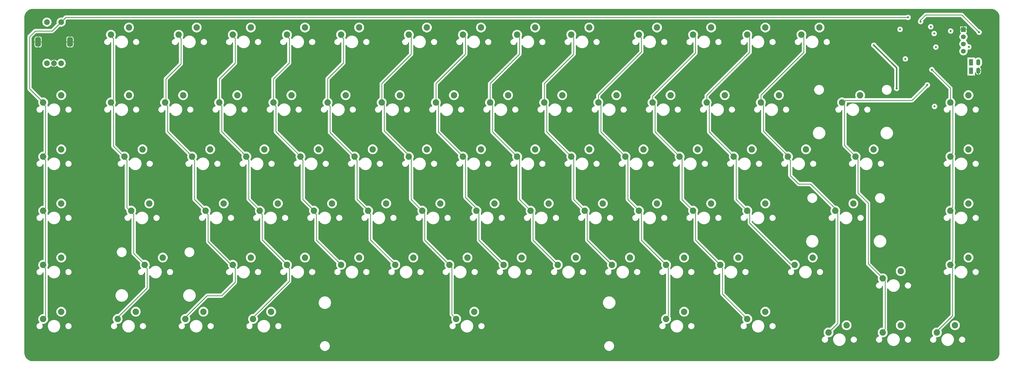
<source format=gbr>
G04*
G04 #@! TF.GenerationSoftware,Altium Limited,Altium Designer,25.6.2 (33)*
G04*
G04 Layer_Physical_Order=1*
G04 Layer_Color=255*
%FSLAX25Y25*%
%MOIN*%
G70*
G04*
G04 #@! TF.SameCoordinates,382BDFDD-3B37-4485-9E84-E16E40AE936B*
G04*
G04*
G04 #@! TF.FilePolarity,Positive*
G04*
G01*
G75*
%ADD10C,0.01000*%
%ADD19C,0.01968*%
%ADD20C,0.08858*%
G04:AMPARAMS|DCode=21|XSize=66.93mil|YSize=66.93mil|CornerRadius=33.47mil|HoleSize=0mil|Usage=FLASHONLY|Rotation=0.000|XOffset=0mil|YOffset=0mil|HoleType=Round|Shape=RoundedRectangle|*
%AMROUNDEDRECTD21*
21,1,0.06693,0.00000,0,0,0.0*
21,1,0.00000,0.06693,0,0,0.0*
1,1,0.06693,0.00000,0.00000*
1,1,0.06693,0.00000,0.00000*
1,1,0.06693,0.00000,0.00000*
1,1,0.06693,0.00000,0.00000*
%
%ADD21ROUNDEDRECTD21*%
%ADD22R,0.06693X0.06693*%
%ADD23C,0.07874*%
G04:AMPARAMS|DCode=24|XSize=129.92mil|YSize=78.74mil|CornerRadius=19.68mil|HoleSize=0mil|Usage=FLASHONLY|Rotation=90.000|XOffset=0mil|YOffset=0mil|HoleType=Round|Shape=RoundedRectangle|*
%AMROUNDEDRECTD24*
21,1,0.12992,0.03937,0,0,90.0*
21,1,0.09055,0.07874,0,0,90.0*
1,1,0.03937,0.01968,0.04528*
1,1,0.03937,0.01968,-0.04528*
1,1,0.03937,-0.01968,-0.04528*
1,1,0.03937,-0.01968,0.04528*
%
%ADD24ROUNDEDRECTD24*%
%ADD25O,0.05512X0.08661*%
%ADD26R,0.05512X0.08661*%
%ADD27C,0.02756*%
G36*
X55118Y570866D02*
X1381890Y570866D01*
X1381890Y570866D01*
X1381890Y570866D01*
X1381890D01*
X1382981Y570824D01*
X1384199Y570664D01*
X1385695Y570263D01*
X1387125Y569671D01*
X1388466Y568897D01*
X1389694Y567954D01*
X1390789Y566860D01*
X1391731Y565631D01*
X1392506Y564290D01*
X1393098Y562860D01*
X1393499Y561364D01*
X1393701Y559829D01*
X1393701Y559055D01*
X1393701Y94488D01*
X1393701Y94488D01*
Y93714D01*
X1393499Y92179D01*
X1393098Y90684D01*
X1392505Y89253D01*
X1391731Y87912D01*
X1390789Y86684D01*
X1389694Y85589D01*
X1388466Y84647D01*
X1387125Y83872D01*
X1385694Y83280D01*
X1384199Y82879D01*
X1382664Y82677D01*
X55118D01*
X55118Y82677D01*
X54344Y82676D01*
X52808Y82877D01*
X51312Y83277D01*
X49881Y83869D01*
X48540Y84643D01*
X47311Y85586D01*
X46216Y86681D01*
X45273Y87910D01*
X44499Y89251D01*
X43907Y90682D01*
X43507Y92178D01*
X43306Y93714D01*
X43307Y94488D01*
X43307Y559055D01*
X43307Y559055D01*
X43357Y560220D01*
X43507Y561365D01*
X43907Y562861D01*
X44499Y564292D01*
X45273Y565634D01*
X46215Y566863D01*
X47311Y567958D01*
X48539Y568900D01*
X49881Y569674D01*
X51312Y570266D01*
X52808Y570666D01*
X54344Y570867D01*
X55118Y570866D01*
D02*
G37*
%LPC*%
G36*
X1267422Y562795D02*
X1266437D01*
X1265485Y562540D01*
X1264633Y562048D01*
X1264527Y561942D01*
X100714D01*
X100714Y561942D01*
X99966Y561844D01*
X99270Y561555D01*
X98672Y561096D01*
X98672Y561096D01*
X96152Y558576D01*
X96055Y558616D01*
X94838Y558858D01*
X93597D01*
X92380Y558616D01*
X91234Y558141D01*
X90202Y557452D01*
X89325Y556575D01*
X88635Y555543D01*
X88160Y554396D01*
X87918Y553180D01*
Y551939D01*
X88160Y550722D01*
X88200Y550625D01*
X80620Y543044D01*
X58268D01*
X58268Y543044D01*
X57521Y542946D01*
X56824Y542658D01*
X56226Y542199D01*
X56226Y542199D01*
X48352Y534325D01*
X47894Y533727D01*
X47605Y533031D01*
X47507Y532283D01*
Y460231D01*
X47605Y459484D01*
X47894Y458788D01*
X48352Y458190D01*
X62981Y443561D01*
X62845Y443231D01*
X62584Y441919D01*
Y440581D01*
X62845Y439269D01*
X63357Y438033D01*
X64100Y436921D01*
X64351Y436670D01*
X63888Y435462D01*
X63590Y435446D01*
X62530Y435100D01*
X61597Y434491D01*
X60853Y433662D01*
X60349Y432668D01*
X60119Y431577D01*
X60179Y430465D01*
X60525Y429405D01*
X61134Y428472D01*
X61963Y427728D01*
X62957Y427224D01*
X64047Y426994D01*
X65160Y427054D01*
X66220Y427400D01*
X67153Y428009D01*
X67897Y428838D01*
X68401Y429832D01*
X68555Y430561D01*
X68588Y430718D01*
X69768Y430595D01*
X69769Y430568D01*
Y373041D01*
X68706D01*
X67394Y372780D01*
X66158Y372268D01*
X65046Y371525D01*
X64100Y370579D01*
X63357Y369467D01*
X62845Y368231D01*
X62584Y366919D01*
Y365581D01*
X62845Y364269D01*
X63357Y363033D01*
X64100Y361921D01*
X64351Y361670D01*
X63888Y360462D01*
X63590Y360446D01*
X62530Y360100D01*
X61597Y359491D01*
X60853Y358662D01*
X60349Y357668D01*
X60119Y356577D01*
X60179Y355465D01*
X60525Y354405D01*
X61134Y353472D01*
X61963Y352728D01*
X62957Y352224D01*
X64047Y351994D01*
X65160Y352054D01*
X66220Y352400D01*
X67153Y353009D01*
X67897Y353838D01*
X68401Y354832D01*
X68555Y355561D01*
X68588Y355718D01*
X69768Y355595D01*
X69769Y355568D01*
Y298041D01*
X68706D01*
X67394Y297780D01*
X66158Y297268D01*
X65046Y296525D01*
X64100Y295579D01*
X63357Y294467D01*
X62845Y293231D01*
X62584Y291919D01*
Y290581D01*
X62845Y289269D01*
X63357Y288033D01*
X64100Y286921D01*
X64351Y286670D01*
X63888Y285462D01*
X63590Y285446D01*
X62530Y285100D01*
X61597Y284491D01*
X60853Y283662D01*
X60349Y282668D01*
X60119Y281577D01*
X60179Y280465D01*
X60525Y279405D01*
X61134Y278472D01*
X61963Y277728D01*
X62957Y277224D01*
X64047Y276994D01*
X65160Y277054D01*
X66220Y277400D01*
X67153Y278009D01*
X67897Y278838D01*
X68401Y279832D01*
X68555Y280561D01*
X68588Y280718D01*
X69768Y280595D01*
X69769Y280568D01*
Y223041D01*
X68706D01*
X67394Y222780D01*
X66158Y222268D01*
X65046Y221525D01*
X64100Y220579D01*
X63357Y219467D01*
X62845Y218231D01*
X62584Y216919D01*
Y215581D01*
X62845Y214269D01*
X63357Y213033D01*
X64100Y211921D01*
X64351Y211670D01*
X63888Y210462D01*
X63590Y210446D01*
X62530Y210100D01*
X61597Y209491D01*
X60853Y208662D01*
X60349Y207668D01*
X60119Y206577D01*
X60179Y205465D01*
X60525Y204405D01*
X61134Y203472D01*
X61963Y202728D01*
X62957Y202224D01*
X64047Y201994D01*
X65160Y202054D01*
X66220Y202400D01*
X67153Y203009D01*
X67897Y203838D01*
X68401Y204832D01*
X68555Y205561D01*
X68588Y205718D01*
X69768Y205595D01*
X69769Y205568D01*
Y148041D01*
X68706D01*
X67394Y147780D01*
X66158Y147268D01*
X65046Y146525D01*
X64100Y145579D01*
X63357Y144467D01*
X62845Y143231D01*
X62584Y141919D01*
Y140581D01*
X62845Y139269D01*
X63357Y138033D01*
X64100Y136921D01*
X64351Y136670D01*
X63888Y135462D01*
X63590Y135446D01*
X62530Y135100D01*
X61597Y134491D01*
X60853Y133662D01*
X60349Y132668D01*
X60119Y131578D01*
X60179Y130465D01*
X60525Y129405D01*
X61134Y128472D01*
X61963Y127728D01*
X62957Y127224D01*
X64047Y126994D01*
X65160Y127054D01*
X66220Y127400D01*
X67153Y128009D01*
X67897Y128838D01*
X68401Y129832D01*
X68631Y130922D01*
X68571Y132035D01*
X68225Y133095D01*
X68033Y133388D01*
X68644Y134360D01*
X68745Y134459D01*
X70044D01*
X71356Y134720D01*
X72592Y135232D01*
X73704Y135975D01*
X74650Y136921D01*
X75393Y138033D01*
X75905Y139269D01*
X76166Y140581D01*
Y141919D01*
X75905Y143231D01*
X75399Y144454D01*
X75445Y144565D01*
X75543Y145312D01*
Y201915D01*
X76721Y202159D01*
X77666Y200744D01*
X78869Y199541D01*
X80284Y198596D01*
X81856Y197944D01*
X83524Y197613D01*
X85226D01*
X86894Y197944D01*
X88466Y198596D01*
X89881Y199541D01*
X91084Y200744D01*
X92029Y202159D01*
X92681Y203731D01*
X93012Y205399D01*
Y207101D01*
X92681Y208769D01*
X92029Y210341D01*
X91084Y211756D01*
X89881Y212959D01*
X88466Y213904D01*
X86894Y214556D01*
X85226Y214887D01*
X83524D01*
X81856Y214556D01*
X80284Y213904D01*
X78869Y212959D01*
X77666Y211756D01*
X76721Y210341D01*
X75543Y210585D01*
Y211146D01*
X75445Y211893D01*
X75156Y212590D01*
X75125Y212631D01*
X75393Y213033D01*
X75905Y214269D01*
X76166Y215581D01*
Y216919D01*
X75905Y218231D01*
X75399Y219454D01*
X75445Y219565D01*
X75543Y220312D01*
Y276915D01*
X76721Y277159D01*
X77666Y275744D01*
X78869Y274541D01*
X80284Y273596D01*
X81856Y272944D01*
X83524Y272613D01*
X85226D01*
X86894Y272944D01*
X88466Y273596D01*
X89881Y274541D01*
X91084Y275744D01*
X92029Y277159D01*
X92681Y278731D01*
X93012Y280399D01*
Y282101D01*
X92681Y283769D01*
X92029Y285341D01*
X91084Y286756D01*
X89881Y287959D01*
X88466Y288904D01*
X86894Y289556D01*
X85226Y289887D01*
X83524D01*
X81856Y289556D01*
X80284Y288904D01*
X78869Y287959D01*
X77666Y286756D01*
X76721Y285341D01*
X75543Y285585D01*
Y286146D01*
X75445Y286893D01*
X75156Y287590D01*
X75125Y287631D01*
X75393Y288033D01*
X75905Y289269D01*
X76166Y290581D01*
Y291919D01*
X75905Y293231D01*
X75399Y294454D01*
X75445Y294565D01*
X75543Y295312D01*
Y351915D01*
X76721Y352159D01*
X77666Y350744D01*
X78869Y349541D01*
X80284Y348596D01*
X81856Y347944D01*
X83524Y347613D01*
X85226D01*
X86894Y347944D01*
X88466Y348596D01*
X89881Y349541D01*
X91084Y350744D01*
X92029Y352159D01*
X92681Y353731D01*
X93012Y355399D01*
Y357101D01*
X92681Y358769D01*
X92029Y360341D01*
X91084Y361756D01*
X89881Y362959D01*
X88466Y363904D01*
X86894Y364556D01*
X85226Y364887D01*
X83524D01*
X81856Y364556D01*
X80284Y363904D01*
X78869Y362959D01*
X77666Y361756D01*
X76721Y360341D01*
X75543Y360585D01*
Y361146D01*
X75445Y361893D01*
X75156Y362590D01*
X75125Y362631D01*
X75393Y363033D01*
X75905Y364269D01*
X76166Y365581D01*
Y366919D01*
X75905Y368231D01*
X75393Y369467D01*
X75125Y369869D01*
X75156Y369910D01*
X75445Y370607D01*
X75543Y371354D01*
Y426915D01*
X76721Y427159D01*
X77666Y425744D01*
X78869Y424541D01*
X80284Y423596D01*
X81856Y422944D01*
X83524Y422613D01*
X85226D01*
X86894Y422944D01*
X88466Y423596D01*
X89881Y424541D01*
X91084Y425744D01*
X92029Y427159D01*
X92681Y428731D01*
X93012Y430399D01*
Y432101D01*
X92681Y433769D01*
X92029Y435341D01*
X91084Y436756D01*
X89881Y437959D01*
X88466Y438904D01*
X86894Y439556D01*
X85226Y439887D01*
X83524D01*
X81856Y439556D01*
X80284Y438904D01*
X78869Y437959D01*
X77666Y436756D01*
X76721Y435341D01*
X75543Y435585D01*
Y436146D01*
X75445Y436893D01*
X75156Y437590D01*
X75125Y437631D01*
X75393Y438033D01*
X75905Y439269D01*
X76166Y440581D01*
Y441919D01*
X75905Y443231D01*
X75393Y444467D01*
X74650Y445579D01*
X73704Y446525D01*
X72592Y447268D01*
X71356Y447780D01*
X70044Y448041D01*
X68706D01*
X67394Y447780D01*
X67064Y447644D01*
X53281Y461427D01*
Y531088D01*
X59464Y537271D01*
X81816D01*
X82563Y537369D01*
X83259Y537657D01*
X83857Y538116D01*
X92283Y546542D01*
X92380Y546502D01*
X93597Y546260D01*
X94838D01*
X96055Y546502D01*
X97201Y546977D01*
X98233Y547666D01*
X99110Y548544D01*
X99800Y549575D01*
X100275Y550722D01*
X100517Y551939D01*
Y553180D01*
X100275Y554396D01*
X100234Y554493D01*
X101909Y556168D01*
X1264527D01*
X1264633Y556062D01*
X1265485Y555570D01*
X1266437Y555315D01*
X1267422D01*
X1268373Y555570D01*
X1269226Y556062D01*
X1269922Y556759D01*
X1270414Y557612D01*
X1270669Y558563D01*
Y559548D01*
X1270414Y560499D01*
X1269922Y561352D01*
X1269226Y562048D01*
X1268373Y562540D01*
X1267422Y562795D01*
D02*
G37*
G36*
X75153Y558858D02*
X73912D01*
X72695Y558616D01*
X71549Y558141D01*
X70517Y557452D01*
X69640Y556575D01*
X68950Y555543D01*
X68475Y554396D01*
X68233Y553180D01*
Y551939D01*
X68475Y550722D01*
X68950Y549575D01*
X69640Y548544D01*
X70517Y547666D01*
X71549Y546977D01*
X72695Y546502D01*
X73912Y546260D01*
X75153D01*
X76370Y546502D01*
X77516Y546977D01*
X78548Y547666D01*
X79425Y548544D01*
X80115Y549575D01*
X80590Y550722D01*
X80832Y551939D01*
Y553180D01*
X80590Y554396D01*
X80115Y555543D01*
X79425Y556575D01*
X78548Y557452D01*
X77516Y558141D01*
X76370Y558616D01*
X75153Y558858D01*
D02*
G37*
G36*
X1348046Y546505D02*
X1344200D01*
Y542659D01*
X1348046D01*
Y546505D01*
D02*
G37*
G36*
X1343200D02*
X1339353D01*
Y542659D01*
X1343200D01*
Y546505D01*
D02*
G37*
G36*
X1298929Y549833D02*
X1297944D01*
X1296993Y549579D01*
X1296140Y549086D01*
X1295444Y548390D01*
X1294951Y547537D01*
X1294696Y546586D01*
Y545601D01*
X1294951Y544650D01*
X1295444Y543797D01*
X1296140Y543100D01*
X1296993Y542608D01*
X1297944Y542353D01*
X1298929D01*
X1299880Y542608D01*
X1300733Y543100D01*
X1301429Y543797D01*
X1301922Y544650D01*
X1302177Y545601D01*
Y546586D01*
X1301922Y547537D01*
X1301429Y548390D01*
X1300733Y549086D01*
X1299880Y549579D01*
X1298929Y549833D01*
D02*
G37*
G36*
X1256398Y546260D02*
X1255413D01*
X1254462Y546005D01*
X1253609Y545513D01*
X1252913Y544816D01*
X1252420Y543963D01*
X1252165Y543012D01*
Y542027D01*
X1252420Y541076D01*
X1252913Y540223D01*
X1253609Y539527D01*
X1254462Y539034D01*
X1255413Y538779D01*
X1256398D01*
X1257349Y539034D01*
X1258202Y539527D01*
X1258898Y540223D01*
X1259391Y541076D01*
X1259646Y542027D01*
Y543012D01*
X1259391Y543963D01*
X1258898Y544816D01*
X1258202Y545513D01*
X1257349Y546005D01*
X1256398Y546260D01*
D02*
G37*
G36*
X1145044Y551791D02*
X1143706D01*
X1142394Y551530D01*
X1141158Y551018D01*
X1140046Y550275D01*
X1139100Y549329D01*
X1138357Y548217D01*
X1137845Y546981D01*
X1137584Y545669D01*
Y544331D01*
X1137845Y543019D01*
X1138357Y541783D01*
X1139100Y540671D01*
X1140046Y539725D01*
X1141158Y538982D01*
X1142394Y538470D01*
X1143706Y538209D01*
X1145044D01*
X1146356Y538470D01*
X1147592Y538982D01*
X1148704Y539725D01*
X1149650Y540671D01*
X1150393Y541783D01*
X1150905Y543019D01*
X1151166Y544331D01*
Y545669D01*
X1150905Y546981D01*
X1150393Y548217D01*
X1149650Y549329D01*
X1148704Y550275D01*
X1147592Y551018D01*
X1146356Y551530D01*
X1145044Y551791D01*
D02*
G37*
G36*
X1070044D02*
X1068706D01*
X1067394Y551530D01*
X1066158Y551018D01*
X1065046Y550275D01*
X1064100Y549329D01*
X1063357Y548217D01*
X1062845Y546981D01*
X1062584Y545669D01*
Y544331D01*
X1062845Y543019D01*
X1063357Y541783D01*
X1064100Y540671D01*
X1065046Y539725D01*
X1066158Y538982D01*
X1067394Y538470D01*
X1068706Y538209D01*
X1070044D01*
X1071356Y538470D01*
X1072592Y538982D01*
X1073704Y539725D01*
X1074650Y540671D01*
X1075393Y541783D01*
X1075905Y543019D01*
X1076166Y544331D01*
Y545669D01*
X1075905Y546981D01*
X1075393Y548217D01*
X1074650Y549329D01*
X1073704Y550275D01*
X1072592Y551018D01*
X1071356Y551530D01*
X1070044Y551791D01*
D02*
G37*
G36*
X995044D02*
X993706D01*
X992394Y551530D01*
X991158Y551018D01*
X990046Y550275D01*
X989100Y549329D01*
X988357Y548217D01*
X987845Y546981D01*
X987584Y545669D01*
Y544331D01*
X987845Y543019D01*
X988357Y541783D01*
X989100Y540671D01*
X990046Y539725D01*
X991158Y538982D01*
X992394Y538470D01*
X993706Y538209D01*
X995044D01*
X996356Y538470D01*
X997592Y538982D01*
X998704Y539725D01*
X999650Y540671D01*
X1000393Y541783D01*
X1000905Y543019D01*
X1001166Y544331D01*
Y545669D01*
X1000905Y546981D01*
X1000393Y548217D01*
X999650Y549329D01*
X998704Y550275D01*
X997592Y551018D01*
X996356Y551530D01*
X995044Y551791D01*
D02*
G37*
G36*
X920044D02*
X918706D01*
X917394Y551530D01*
X916158Y551018D01*
X915046Y550275D01*
X914100Y549329D01*
X913357Y548217D01*
X912845Y546981D01*
X912584Y545669D01*
Y544331D01*
X912845Y543019D01*
X913357Y541783D01*
X914100Y540671D01*
X915046Y539725D01*
X916158Y538982D01*
X917394Y538470D01*
X918706Y538209D01*
X920044D01*
X921356Y538470D01*
X922592Y538982D01*
X923704Y539725D01*
X924650Y540671D01*
X925393Y541783D01*
X925905Y543019D01*
X926166Y544331D01*
Y545669D01*
X925905Y546981D01*
X925393Y548217D01*
X924650Y549329D01*
X923704Y550275D01*
X922592Y551018D01*
X921356Y551530D01*
X920044Y551791D01*
D02*
G37*
G36*
X826294D02*
X824956D01*
X823644Y551530D01*
X822408Y551018D01*
X821296Y550275D01*
X820350Y549329D01*
X819607Y548217D01*
X819095Y546981D01*
X818834Y545669D01*
Y544331D01*
X819095Y543019D01*
X819607Y541783D01*
X820350Y540671D01*
X821296Y539725D01*
X822408Y538982D01*
X823644Y538470D01*
X824956Y538209D01*
X826294D01*
X827606Y538470D01*
X828842Y538982D01*
X829954Y539725D01*
X830900Y540671D01*
X831643Y541783D01*
X832155Y543019D01*
X832416Y544331D01*
Y545669D01*
X832155Y546981D01*
X831643Y548217D01*
X830900Y549329D01*
X829954Y550275D01*
X828842Y551018D01*
X827606Y551530D01*
X826294Y551791D01*
D02*
G37*
G36*
X751294D02*
X749956D01*
X748644Y551530D01*
X747408Y551018D01*
X746296Y550275D01*
X745350Y549329D01*
X744607Y548217D01*
X744095Y546981D01*
X743834Y545669D01*
Y544331D01*
X744095Y543019D01*
X744607Y541783D01*
X745350Y540671D01*
X746296Y539725D01*
X747408Y538982D01*
X748644Y538470D01*
X749956Y538209D01*
X751294D01*
X752606Y538470D01*
X753842Y538982D01*
X754954Y539725D01*
X755900Y540671D01*
X756643Y541783D01*
X757155Y543019D01*
X757416Y544331D01*
Y545669D01*
X757155Y546981D01*
X756643Y548217D01*
X755900Y549329D01*
X754954Y550275D01*
X753842Y551018D01*
X752606Y551530D01*
X751294Y551791D01*
D02*
G37*
G36*
X676294D02*
X674956D01*
X673644Y551530D01*
X672408Y551018D01*
X671296Y550275D01*
X670350Y549329D01*
X669607Y548217D01*
X669095Y546981D01*
X668834Y545669D01*
Y544331D01*
X669095Y543019D01*
X669607Y541783D01*
X670350Y540671D01*
X671296Y539725D01*
X672408Y538982D01*
X673644Y538470D01*
X674956Y538209D01*
X676294D01*
X677606Y538470D01*
X678842Y538982D01*
X679954Y539725D01*
X680900Y540671D01*
X681643Y541783D01*
X682155Y543019D01*
X682416Y544331D01*
Y545669D01*
X682155Y546981D01*
X681643Y548217D01*
X680900Y549329D01*
X679954Y550275D01*
X678842Y551018D01*
X677606Y551530D01*
X676294Y551791D01*
D02*
G37*
G36*
X601294D02*
X599956D01*
X598644Y551530D01*
X597408Y551018D01*
X596296Y550275D01*
X595350Y549329D01*
X594607Y548217D01*
X594095Y546981D01*
X593834Y545669D01*
Y544331D01*
X594095Y543019D01*
X594607Y541783D01*
X595350Y540671D01*
X596296Y539725D01*
X597408Y538982D01*
X598644Y538470D01*
X599956Y538209D01*
X601294D01*
X602606Y538470D01*
X603842Y538982D01*
X604954Y539725D01*
X605900Y540671D01*
X606643Y541783D01*
X607155Y543019D01*
X607416Y544331D01*
Y545669D01*
X607155Y546981D01*
X606643Y548217D01*
X605900Y549329D01*
X604954Y550275D01*
X603842Y551018D01*
X602606Y551530D01*
X601294Y551791D01*
D02*
G37*
G36*
X507544D02*
X506206D01*
X504894Y551530D01*
X503658Y551018D01*
X502546Y550275D01*
X501600Y549329D01*
X500857Y548217D01*
X500345Y546981D01*
X500084Y545669D01*
Y544331D01*
X500345Y543019D01*
X500857Y541783D01*
X501600Y540671D01*
X502546Y539725D01*
X503658Y538982D01*
X504894Y538470D01*
X506206Y538209D01*
X507544D01*
X508856Y538470D01*
X510092Y538982D01*
X511204Y539725D01*
X512150Y540671D01*
X512893Y541783D01*
X513405Y543019D01*
X513666Y544331D01*
Y545669D01*
X513405Y546981D01*
X512893Y548217D01*
X512150Y549329D01*
X511204Y550275D01*
X510092Y551018D01*
X508856Y551530D01*
X507544Y551791D01*
D02*
G37*
G36*
X432544D02*
X431206D01*
X429894Y551530D01*
X428658Y551018D01*
X427546Y550275D01*
X426600Y549329D01*
X425857Y548217D01*
X425345Y546981D01*
X425084Y545669D01*
Y544331D01*
X425345Y543019D01*
X425857Y541783D01*
X426600Y540671D01*
X427546Y539725D01*
X428658Y538982D01*
X429894Y538470D01*
X431206Y538209D01*
X432544D01*
X433856Y538470D01*
X435092Y538982D01*
X436204Y539725D01*
X437150Y540671D01*
X437893Y541783D01*
X438405Y543019D01*
X438666Y544331D01*
Y545669D01*
X438405Y546981D01*
X437893Y548217D01*
X437150Y549329D01*
X436204Y550275D01*
X435092Y551018D01*
X433856Y551530D01*
X432544Y551791D01*
D02*
G37*
G36*
X357544D02*
X356206D01*
X354894Y551530D01*
X353658Y551018D01*
X352546Y550275D01*
X351600Y549329D01*
X350857Y548217D01*
X350345Y546981D01*
X350084Y545669D01*
Y544331D01*
X350345Y543019D01*
X350857Y541783D01*
X351600Y540671D01*
X352546Y539725D01*
X353658Y538982D01*
X354894Y538470D01*
X356206Y538209D01*
X357544D01*
X358856Y538470D01*
X360092Y538982D01*
X361204Y539725D01*
X362150Y540671D01*
X362893Y541783D01*
X363405Y543019D01*
X363666Y544331D01*
Y545669D01*
X363405Y546981D01*
X362893Y548217D01*
X362150Y549329D01*
X361204Y550275D01*
X360092Y551018D01*
X358856Y551530D01*
X357544Y551791D01*
D02*
G37*
G36*
X282544D02*
X281206D01*
X279894Y551530D01*
X278658Y551018D01*
X277546Y550275D01*
X276600Y549329D01*
X275857Y548217D01*
X275345Y546981D01*
X275084Y545669D01*
Y544331D01*
X275345Y543019D01*
X275857Y541783D01*
X276600Y540671D01*
X277546Y539725D01*
X278658Y538982D01*
X279894Y538470D01*
X281206Y538209D01*
X282544D01*
X283856Y538470D01*
X285092Y538982D01*
X286204Y539725D01*
X287150Y540671D01*
X287893Y541783D01*
X288405Y543019D01*
X288666Y544331D01*
Y545669D01*
X288405Y546981D01*
X287893Y548217D01*
X287150Y549329D01*
X286204Y550275D01*
X285092Y551018D01*
X283856Y551530D01*
X282544Y551791D01*
D02*
G37*
G36*
X188794D02*
X187456D01*
X186144Y551530D01*
X184908Y551018D01*
X183796Y550275D01*
X182850Y549329D01*
X182107Y548217D01*
X181595Y546981D01*
X181334Y545669D01*
Y544331D01*
X181595Y543019D01*
X182107Y541783D01*
X182850Y540671D01*
X183796Y539725D01*
X184908Y538982D01*
X186144Y538470D01*
X187456Y538209D01*
X188794D01*
X190106Y538470D01*
X191342Y538982D01*
X192454Y539725D01*
X193400Y540671D01*
X194143Y541783D01*
X194655Y543019D01*
X194916Y544331D01*
Y545669D01*
X194655Y546981D01*
X194143Y548217D01*
X193400Y549329D01*
X192454Y550275D01*
X191342Y551018D01*
X190106Y551530D01*
X188794Y551791D01*
D02*
G37*
G36*
X1326477Y543898D02*
X1325492D01*
X1324541Y543643D01*
X1323688Y543150D01*
X1322991Y542454D01*
X1322499Y541601D01*
X1322244Y540650D01*
Y539665D01*
X1322499Y538714D01*
X1322991Y537861D01*
X1323688Y537165D01*
X1324541Y536672D01*
X1325492Y536417D01*
X1326477D01*
X1327428Y536672D01*
X1328281Y537165D01*
X1328977Y537861D01*
X1329469Y538714D01*
X1329724Y539665D01*
Y540650D01*
X1329469Y541601D01*
X1328977Y542454D01*
X1328281Y543150D01*
X1327428Y543643D01*
X1326477Y543898D01*
D02*
G37*
G36*
X1291405Y565386D02*
X1290658Y565288D01*
X1289962Y565000D01*
X1289364Y564541D01*
X1282333Y557510D01*
X1281874Y556912D01*
X1281585Y556215D01*
X1281496Y555536D01*
X1281381Y555421D01*
X1280889Y554568D01*
X1280634Y553617D01*
Y552632D01*
X1280889Y551681D01*
X1281381Y550828D01*
X1282077Y550132D01*
X1282930Y549639D01*
X1283881Y549384D01*
X1284866D01*
X1285818Y549639D01*
X1286670Y550132D01*
X1287367Y550828D01*
X1287859Y551681D01*
X1288114Y552632D01*
Y553617D01*
X1287859Y554568D01*
X1287748Y554760D01*
X1292601Y559613D01*
X1340242D01*
X1361614Y538240D01*
Y538090D01*
X1361869Y537139D01*
X1362362Y536286D01*
X1363058Y535590D01*
X1363911Y535097D01*
X1364862Y534842D01*
X1365847D01*
X1366798Y535097D01*
X1367651Y535590D01*
X1368347Y536286D01*
X1368840Y537139D01*
X1369094Y538090D01*
Y539075D01*
X1368840Y540026D01*
X1368347Y540879D01*
X1367651Y541575D01*
X1366798Y542068D01*
X1365847Y542323D01*
X1365697D01*
X1343479Y564541D01*
X1342881Y565000D01*
X1342185Y565288D01*
X1341438Y565386D01*
X1291405D01*
X1291405Y565386D01*
D02*
G37*
G36*
X1303616Y540458D02*
X1302631D01*
X1301680Y540204D01*
X1300827Y539711D01*
X1300131Y539015D01*
X1299639Y538162D01*
X1299384Y537211D01*
Y536226D01*
X1299639Y535275D01*
X1300131Y534422D01*
X1300827Y533725D01*
X1301680Y533233D01*
X1302631Y532978D01*
X1303616D01*
X1304568Y533233D01*
X1305420Y533725D01*
X1306117Y534422D01*
X1306609Y535275D01*
X1306864Y536226D01*
Y537211D01*
X1306609Y538162D01*
X1306117Y539015D01*
X1305420Y539711D01*
X1304568Y540204D01*
X1303616Y540458D01*
D02*
G37*
G36*
X108391Y532522D02*
X106922D01*
Y525500D01*
X111385D01*
Y529528D01*
X111283Y530302D01*
X110984Y531025D01*
X110508Y531645D01*
X109888Y532121D01*
X109166Y532420D01*
X108391Y532522D01*
D02*
G37*
G36*
X64296D02*
X62828D01*
Y525500D01*
X67290D01*
Y529528D01*
X67188Y530302D01*
X66889Y531025D01*
X66413Y531645D01*
X65793Y532121D01*
X65071Y532420D01*
X64296Y532522D01*
D02*
G37*
G36*
X105922D02*
X104454D01*
X103679Y532420D01*
X102957Y532121D01*
X102337Y531645D01*
X101861Y531025D01*
X101562Y530302D01*
X101460Y529528D01*
Y525500D01*
X105922D01*
Y532522D01*
D02*
G37*
G36*
X61828D02*
X60359D01*
X59584Y532420D01*
X58862Y532121D01*
X58242Y531645D01*
X57766Y531025D01*
X57467Y530302D01*
X57365Y529528D01*
Y525500D01*
X61828D01*
Y532522D01*
D02*
G37*
G36*
X1154702Y529256D02*
X1153590Y529196D01*
X1152530Y528850D01*
X1151597Y528241D01*
X1150853Y527412D01*
X1150349Y526418D01*
X1150119Y525327D01*
X1150179Y524215D01*
X1150525Y523155D01*
X1151134Y522222D01*
X1151963Y521478D01*
X1152957Y520974D01*
X1154047Y520744D01*
X1155160Y520804D01*
X1156219Y521150D01*
X1157153Y521759D01*
X1157897Y522588D01*
X1158401Y523582D01*
X1158631Y524673D01*
X1158571Y525785D01*
X1158225Y526845D01*
X1157616Y527778D01*
X1156787Y528522D01*
X1155793Y529026D01*
X1154702Y529256D01*
D02*
G37*
G36*
X1079702D02*
X1078590Y529196D01*
X1077530Y528850D01*
X1076597Y528241D01*
X1075853Y527412D01*
X1075349Y526418D01*
X1075119Y525327D01*
X1075179Y524215D01*
X1075525Y523155D01*
X1076134Y522222D01*
X1076963Y521478D01*
X1077957Y520974D01*
X1079047Y520744D01*
X1080160Y520804D01*
X1081219Y521150D01*
X1082153Y521759D01*
X1082897Y522588D01*
X1083401Y523582D01*
X1083631Y524673D01*
X1083571Y525785D01*
X1083225Y526845D01*
X1082616Y527778D01*
X1081787Y528522D01*
X1080793Y529026D01*
X1079702Y529256D01*
D02*
G37*
G36*
X1004702D02*
X1003590Y529196D01*
X1002530Y528850D01*
X1001597Y528241D01*
X1000853Y527412D01*
X1000349Y526418D01*
X1000119Y525327D01*
X1000179Y524215D01*
X1000525Y523155D01*
X1001134Y522222D01*
X1001963Y521478D01*
X1002957Y520974D01*
X1004047Y520744D01*
X1005160Y520804D01*
X1006219Y521150D01*
X1007153Y521759D01*
X1007897Y522588D01*
X1008401Y523582D01*
X1008631Y524673D01*
X1008571Y525785D01*
X1008225Y526845D01*
X1007616Y527778D01*
X1006787Y528522D01*
X1005793Y529026D01*
X1004702Y529256D01*
D02*
G37*
G36*
X929702D02*
X928590Y529196D01*
X927530Y528850D01*
X926597Y528241D01*
X925853Y527412D01*
X925349Y526418D01*
X925119Y525327D01*
X925179Y524215D01*
X925525Y523155D01*
X926134Y522222D01*
X926963Y521478D01*
X927957Y520974D01*
X929047Y520744D01*
X930160Y520804D01*
X931219Y521150D01*
X932153Y521759D01*
X932897Y522588D01*
X933401Y523582D01*
X933631Y524673D01*
X933571Y525785D01*
X933225Y526845D01*
X932616Y527778D01*
X931787Y528522D01*
X930793Y529026D01*
X929702Y529256D01*
D02*
G37*
G36*
X835952D02*
X834840Y529196D01*
X833780Y528850D01*
X832847Y528241D01*
X832103Y527412D01*
X831599Y526418D01*
X831369Y525327D01*
X831429Y524215D01*
X831775Y523155D01*
X832384Y522222D01*
X833213Y521478D01*
X834207Y520974D01*
X835297Y520744D01*
X836410Y520804D01*
X837469Y521150D01*
X838403Y521759D01*
X839147Y522588D01*
X839651Y523582D01*
X839881Y524673D01*
X839821Y525785D01*
X839475Y526845D01*
X838866Y527778D01*
X838037Y528522D01*
X837043Y529026D01*
X835952Y529256D01*
D02*
G37*
G36*
X760953D02*
X759840Y529196D01*
X758780Y528850D01*
X757847Y528241D01*
X757103Y527412D01*
X756599Y526418D01*
X756369Y525327D01*
X756429Y524215D01*
X756775Y523155D01*
X757384Y522222D01*
X758213Y521478D01*
X759207Y520974D01*
X760297Y520744D01*
X761410Y520804D01*
X762469Y521150D01*
X763403Y521759D01*
X764147Y522588D01*
X764651Y523582D01*
X764881Y524673D01*
X764821Y525785D01*
X764475Y526845D01*
X763866Y527778D01*
X763037Y528522D01*
X762043Y529026D01*
X760953Y529256D01*
D02*
G37*
G36*
X685953D02*
X684840Y529196D01*
X683780Y528850D01*
X682847Y528241D01*
X682103Y527412D01*
X681599Y526418D01*
X681369Y525327D01*
X681429Y524215D01*
X681775Y523155D01*
X682384Y522222D01*
X683213Y521478D01*
X684207Y520974D01*
X685297Y520744D01*
X686410Y520804D01*
X687469Y521150D01*
X688403Y521759D01*
X689147Y522588D01*
X689651Y523582D01*
X689881Y524673D01*
X689821Y525785D01*
X689475Y526845D01*
X688866Y527778D01*
X688037Y528522D01*
X687043Y529026D01*
X685953Y529256D01*
D02*
G37*
G36*
X610953D02*
X609840Y529196D01*
X608780Y528850D01*
X607847Y528241D01*
X607103Y527412D01*
X606599Y526418D01*
X606369Y525327D01*
X606429Y524215D01*
X606775Y523155D01*
X607384Y522222D01*
X608213Y521478D01*
X609207Y520974D01*
X610297Y520744D01*
X611410Y520804D01*
X612469Y521150D01*
X613403Y521759D01*
X614147Y522588D01*
X614651Y523582D01*
X614881Y524673D01*
X614821Y525785D01*
X614475Y526845D01*
X613866Y527778D01*
X613037Y528522D01*
X612043Y529026D01*
X610953Y529256D01*
D02*
G37*
G36*
X517203D02*
X516090Y529196D01*
X515030Y528850D01*
X514097Y528241D01*
X513353Y527412D01*
X512849Y526418D01*
X512619Y525327D01*
X512679Y524215D01*
X513025Y523155D01*
X513634Y522222D01*
X514463Y521478D01*
X515457Y520974D01*
X516547Y520744D01*
X517660Y520804D01*
X518719Y521150D01*
X519653Y521759D01*
X520397Y522588D01*
X520901Y523582D01*
X521131Y524673D01*
X521071Y525785D01*
X520725Y526845D01*
X520116Y527778D01*
X519287Y528522D01*
X518293Y529026D01*
X517203Y529256D01*
D02*
G37*
G36*
X442203D02*
X441090Y529196D01*
X440030Y528850D01*
X439097Y528241D01*
X438353Y527412D01*
X437849Y526418D01*
X437619Y525327D01*
X437679Y524215D01*
X438025Y523155D01*
X438634Y522222D01*
X439463Y521478D01*
X440457Y520974D01*
X441547Y520744D01*
X442660Y520804D01*
X443719Y521150D01*
X444653Y521759D01*
X445397Y522588D01*
X445901Y523582D01*
X446131Y524673D01*
X446071Y525785D01*
X445725Y526845D01*
X445116Y527778D01*
X444287Y528522D01*
X443293Y529026D01*
X442203Y529256D01*
D02*
G37*
G36*
X367202D02*
X366090Y529196D01*
X365031Y528850D01*
X364097Y528241D01*
X363353Y527412D01*
X362849Y526418D01*
X362619Y525327D01*
X362679Y524215D01*
X363025Y523155D01*
X363634Y522222D01*
X364463Y521478D01*
X365457Y520974D01*
X366547Y520744D01*
X367660Y520804D01*
X368720Y521150D01*
X369653Y521759D01*
X370397Y522588D01*
X370901Y523582D01*
X371131Y524673D01*
X371071Y525785D01*
X370725Y526845D01*
X370116Y527778D01*
X369287Y528522D01*
X368293Y529026D01*
X367202Y529256D01*
D02*
G37*
G36*
X292202D02*
X291090Y529196D01*
X290031Y528850D01*
X289097Y528241D01*
X288353Y527412D01*
X287849Y526418D01*
X287619Y525327D01*
X287679Y524215D01*
X288025Y523155D01*
X288634Y522222D01*
X289463Y521478D01*
X290457Y520974D01*
X291547Y520744D01*
X292660Y520804D01*
X293720Y521150D01*
X294653Y521759D01*
X295397Y522588D01*
X295901Y523582D01*
X296131Y524673D01*
X296071Y525785D01*
X295725Y526845D01*
X295116Y527778D01*
X294287Y528522D01*
X293293Y529026D01*
X292202Y529256D01*
D02*
G37*
G36*
X198452D02*
X197340Y529196D01*
X196281Y528850D01*
X195347Y528241D01*
X194603Y527412D01*
X194099Y526418D01*
X193869Y525327D01*
X193929Y524215D01*
X194275Y523155D01*
X194884Y522222D01*
X195713Y521478D01*
X196707Y520974D01*
X197798Y520744D01*
X198910Y520804D01*
X199969Y521150D01*
X200903Y521759D01*
X201647Y522588D01*
X202151Y523582D01*
X202381Y524673D01*
X202321Y525785D01*
X201975Y526845D01*
X201366Y527778D01*
X200537Y528522D01*
X199543Y529026D01*
X198452Y529256D01*
D02*
G37*
G36*
X111385Y524500D02*
X106922D01*
Y517478D01*
X108391D01*
X109166Y517580D01*
X109888Y517879D01*
X110508Y518355D01*
X110984Y518975D01*
X111283Y519698D01*
X111385Y520472D01*
Y524500D01*
D02*
G37*
G36*
X105922D02*
X101460D01*
Y520472D01*
X101562Y519698D01*
X101861Y518975D01*
X102337Y518355D01*
X102957Y517879D01*
X103679Y517580D01*
X104454Y517478D01*
X105922D01*
Y524500D01*
D02*
G37*
G36*
X67290D02*
X62828D01*
Y517478D01*
X64296D01*
X65071Y517580D01*
X65793Y517879D01*
X66413Y518355D01*
X66889Y518975D01*
X67188Y519698D01*
X67290Y520472D01*
Y524500D01*
D02*
G37*
G36*
X61828D02*
X57365D01*
Y520472D01*
X57467Y519698D01*
X57766Y518975D01*
X58242Y518355D01*
X58862Y517879D01*
X59584Y517580D01*
X60359Y517478D01*
X61828D01*
Y524500D01*
D02*
G37*
G36*
X1120044Y541791D02*
X1118706D01*
X1117394Y541530D01*
X1116158Y541018D01*
X1115046Y540275D01*
X1114100Y539329D01*
X1113357Y538217D01*
X1112845Y536981D01*
X1112584Y535669D01*
Y534331D01*
X1112845Y533019D01*
X1113357Y531783D01*
X1114100Y530671D01*
X1114351Y530420D01*
X1113888Y529212D01*
X1113590Y529196D01*
X1112531Y528850D01*
X1111597Y528241D01*
X1110853Y527412D01*
X1110349Y526418D01*
X1110119Y525327D01*
X1110179Y524215D01*
X1110525Y523155D01*
X1111134Y522222D01*
X1111963Y521478D01*
X1112957Y520974D01*
X1114048Y520744D01*
X1115160Y520804D01*
X1116220Y521150D01*
X1117153Y521759D01*
X1117897Y522588D01*
X1118401Y523582D01*
X1118558Y524326D01*
X1118587Y524464D01*
X1119768Y524341D01*
X1119768Y524334D01*
Y512040D01*
X1061084Y453355D01*
X1060625Y452757D01*
X1060336Y452061D01*
X1060238Y451314D01*
Y447405D01*
X1059908Y447268D01*
X1058796Y446525D01*
X1057850Y445579D01*
X1057107Y444467D01*
X1056595Y443231D01*
X1056334Y441919D01*
Y440581D01*
X1056595Y439269D01*
X1057107Y438033D01*
X1057850Y436921D01*
X1058101Y436670D01*
X1057638Y435462D01*
X1057340Y435446D01*
X1056281Y435100D01*
X1055347Y434491D01*
X1054603Y433662D01*
X1054099Y432668D01*
X1053869Y431577D01*
X1053929Y430465D01*
X1054275Y429405D01*
X1054884Y428472D01*
X1055713Y427728D01*
X1056707Y427224D01*
X1057798Y426994D01*
X1058910Y427054D01*
X1059970Y427400D01*
X1060903Y428009D01*
X1061647Y428838D01*
X1062151Y429832D01*
X1062308Y430575D01*
X1062337Y430714D01*
X1063518Y430591D01*
X1063518Y430583D01*
Y401311D01*
X1063617Y400564D01*
X1063905Y399868D01*
X1064364Y399270D01*
X1094478Y369156D01*
X1094095Y368231D01*
X1093834Y366919D01*
Y365581D01*
X1094095Y364269D01*
X1094607Y363033D01*
X1095350Y361921D01*
X1095601Y361670D01*
X1095138Y360462D01*
X1094840Y360446D01*
X1093781Y360100D01*
X1092847Y359491D01*
X1092103Y358662D01*
X1091599Y357668D01*
X1091369Y356577D01*
X1091429Y355465D01*
X1091775Y354405D01*
X1092384Y353472D01*
X1093213Y352728D01*
X1094207Y352224D01*
X1095298Y351994D01*
X1096410Y352054D01*
X1097470Y352400D01*
X1098403Y353009D01*
X1099147Y353838D01*
X1099651Y354832D01*
X1099808Y355576D01*
X1099837Y355714D01*
X1101018Y355591D01*
X1101018Y355584D01*
Y339844D01*
X1101117Y339096D01*
X1101405Y338400D01*
X1101864Y337802D01*
X1113583Y326083D01*
X1114181Y325625D01*
X1114877Y325336D01*
X1115624Y325238D01*
X1130834D01*
X1160782Y295290D01*
X1160232Y294467D01*
X1159720Y293231D01*
X1159459Y291919D01*
Y290581D01*
X1159720Y289269D01*
X1160232Y288033D01*
X1160975Y286921D01*
X1161226Y286670D01*
X1160763Y285462D01*
X1160465Y285446D01*
X1159406Y285100D01*
X1158472Y284491D01*
X1157728Y283662D01*
X1157224Y282668D01*
X1156994Y281577D01*
X1157054Y280465D01*
X1157400Y279405D01*
X1158009Y278472D01*
X1158838Y277728D01*
X1159832Y277224D01*
X1160923Y276994D01*
X1162035Y277054D01*
X1163095Y277400D01*
X1164028Y278009D01*
X1164772Y278838D01*
X1165276Y279832D01*
X1165433Y280577D01*
X1165462Y280714D01*
X1166643Y280591D01*
X1166643Y280585D01*
Y136351D01*
X1159186Y128894D01*
X1158856Y129030D01*
X1157544Y129291D01*
X1156206D01*
X1154894Y129030D01*
X1153658Y128518D01*
X1152546Y127775D01*
X1151600Y126829D01*
X1150857Y125717D01*
X1150345Y124481D01*
X1150084Y123169D01*
Y121831D01*
X1150345Y120519D01*
X1150857Y119283D01*
X1151600Y118171D01*
X1151851Y117920D01*
X1151388Y116712D01*
X1151090Y116696D01*
X1150031Y116350D01*
X1149097Y115741D01*
X1148353Y114912D01*
X1147849Y113918D01*
X1147619Y112828D01*
X1147679Y111715D01*
X1148025Y110655D01*
X1148634Y109722D01*
X1149463Y108978D01*
X1150457Y108474D01*
X1151548Y108244D01*
X1152660Y108304D01*
X1153720Y108650D01*
X1154653Y109259D01*
X1155397Y110088D01*
X1155901Y111082D01*
X1156131Y112172D01*
X1156071Y113285D01*
X1155725Y114345D01*
X1155533Y114638D01*
X1156144Y115610D01*
X1156245Y115709D01*
X1157544D01*
X1158856Y115970D01*
X1160092Y116482D01*
X1161204Y117225D01*
X1162150Y118171D01*
X1162893Y119283D01*
X1163405Y120519D01*
X1163666Y121831D01*
Y123169D01*
X1163405Y124481D01*
X1163269Y124811D01*
X1171572Y133114D01*
X1171572Y133114D01*
X1172030Y133712D01*
X1172319Y134408D01*
X1172417Y135155D01*
Y276917D01*
X1173596Y277159D01*
X1174541Y275744D01*
X1175744Y274541D01*
X1177159Y273596D01*
X1178731Y272944D01*
X1180399Y272613D01*
X1182101D01*
X1183769Y272944D01*
X1185341Y273596D01*
X1186756Y274541D01*
X1187959Y275744D01*
X1188904Y277159D01*
X1189555Y278731D01*
X1189887Y280399D01*
Y282101D01*
X1189555Y283769D01*
X1188904Y285341D01*
X1187959Y286756D01*
X1186756Y287959D01*
X1185341Y288904D01*
X1183769Y289556D01*
X1182101Y289887D01*
X1180399D01*
X1178731Y289556D01*
X1177159Y288904D01*
X1175744Y287959D01*
X1174541Y286756D01*
X1173596Y285341D01*
X1172417Y285583D01*
Y288281D01*
X1172406Y288365D01*
X1172780Y289269D01*
X1173041Y290581D01*
Y291919D01*
X1172780Y293231D01*
X1172268Y294467D01*
X1171525Y295579D01*
X1170579Y296525D01*
X1169467Y297268D01*
X1169189Y297384D01*
X1168630Y297812D01*
X1167934Y298101D01*
X1167187Y298199D01*
X1166039D01*
X1134072Y330166D01*
X1133474Y330625D01*
X1132778Y330913D01*
X1132030Y331012D01*
X1116820D01*
X1106792Y341039D01*
Y351917D01*
X1107971Y352159D01*
X1108916Y350744D01*
X1110119Y349541D01*
X1111534Y348596D01*
X1113106Y347944D01*
X1114774Y347613D01*
X1116476D01*
X1118144Y347944D01*
X1119716Y348596D01*
X1121131Y349541D01*
X1122334Y350744D01*
X1123279Y352159D01*
X1123930Y353731D01*
X1124262Y355399D01*
Y357101D01*
X1123930Y358769D01*
X1123279Y360341D01*
X1122334Y361756D01*
X1121131Y362959D01*
X1119716Y363904D01*
X1118144Y364556D01*
X1116476Y364887D01*
X1114774D01*
X1113106Y364556D01*
X1111534Y363904D01*
X1110119Y362959D01*
X1108916Y361756D01*
X1107971Y360341D01*
X1106792Y360583D01*
Y361145D01*
X1106694Y361893D01*
X1106406Y362589D01*
X1106374Y362630D01*
X1106643Y363033D01*
X1107155Y364269D01*
X1107416Y365581D01*
Y366919D01*
X1107155Y368231D01*
X1106643Y369467D01*
X1105900Y370579D01*
X1104954Y371525D01*
X1103842Y372268D01*
X1102606Y372780D01*
X1101294Y373041D01*
X1099956D01*
X1098957Y372843D01*
X1069292Y402507D01*
Y426917D01*
X1070471Y427159D01*
X1071416Y425744D01*
X1072619Y424541D01*
X1074034Y423596D01*
X1075606Y422944D01*
X1077274Y422613D01*
X1078976D01*
X1080644Y422944D01*
X1082216Y423596D01*
X1083631Y424541D01*
X1084834Y425744D01*
X1085779Y427159D01*
X1086430Y428731D01*
X1086762Y430399D01*
Y432101D01*
X1086430Y433769D01*
X1085779Y435341D01*
X1084834Y436756D01*
X1083631Y437959D01*
X1082216Y438904D01*
X1080644Y439556D01*
X1078976Y439887D01*
X1077274D01*
X1075606Y439556D01*
X1074034Y438904D01*
X1072619Y437959D01*
X1071416Y436756D01*
X1070471Y435341D01*
X1069292Y435583D01*
Y438281D01*
X1069281Y438366D01*
X1069655Y439269D01*
X1069916Y440581D01*
Y441919D01*
X1069655Y443231D01*
X1069143Y444467D01*
X1068400Y445579D01*
X1067454Y446525D01*
X1066342Y447268D01*
X1066012Y447405D01*
Y450118D01*
X1124697Y508803D01*
X1125155Y509401D01*
X1125444Y510097D01*
X1125542Y510844D01*
Y520667D01*
X1126721Y520909D01*
X1127666Y519494D01*
X1128869Y518291D01*
X1130284Y517346D01*
X1131856Y516694D01*
X1133524Y516363D01*
X1135226D01*
X1136894Y516694D01*
X1138466Y517346D01*
X1139881Y518291D01*
X1141084Y519494D01*
X1142029Y520909D01*
X1142680Y522481D01*
X1143012Y524149D01*
Y525851D01*
X1142680Y527519D01*
X1142029Y529091D01*
X1141084Y530506D01*
X1139881Y531709D01*
X1138466Y532654D01*
X1136894Y533306D01*
X1135226Y533637D01*
X1133524D01*
X1131856Y533306D01*
X1130284Y532654D01*
X1128869Y531709D01*
X1127666Y530506D01*
X1126721Y529091D01*
X1125542Y529333D01*
Y532031D01*
X1125531Y532115D01*
X1125905Y533019D01*
X1126166Y534331D01*
Y535669D01*
X1125905Y536981D01*
X1125393Y538217D01*
X1124650Y539329D01*
X1123704Y540275D01*
X1122592Y541018D01*
X1121356Y541530D01*
X1120044Y541791D01*
D02*
G37*
G36*
X1045044D02*
X1043706D01*
X1042394Y541530D01*
X1041158Y541018D01*
X1040046Y540275D01*
X1039100Y539329D01*
X1038357Y538217D01*
X1037845Y536981D01*
X1037584Y535669D01*
Y534331D01*
X1037845Y533019D01*
X1038357Y531783D01*
X1039100Y530671D01*
X1039351Y530420D01*
X1038888Y529212D01*
X1038590Y529196D01*
X1037531Y528850D01*
X1036597Y528241D01*
X1035853Y527412D01*
X1035349Y526418D01*
X1035119Y525327D01*
X1035179Y524215D01*
X1035525Y523155D01*
X1036134Y522222D01*
X1036963Y521478D01*
X1037957Y520974D01*
X1039048Y520744D01*
X1040160Y520804D01*
X1041220Y521150D01*
X1042153Y521759D01*
X1042897Y522588D01*
X1043401Y523582D01*
X1043558Y524325D01*
X1043587Y524464D01*
X1044768Y524341D01*
X1044769Y524333D01*
Y511843D01*
X986084Y453159D01*
X985625Y452561D01*
X985336Y451864D01*
X985238Y451117D01*
Y447405D01*
X984908Y447268D01*
X983796Y446525D01*
X982850Y445579D01*
X982107Y444467D01*
X981595Y443231D01*
X981334Y441919D01*
Y440581D01*
X981595Y439269D01*
X982107Y438033D01*
X982850Y436921D01*
X983101Y436670D01*
X982638Y435462D01*
X982340Y435446D01*
X981281Y435100D01*
X980347Y434491D01*
X979603Y433662D01*
X979099Y432668D01*
X978869Y431577D01*
X978929Y430465D01*
X979275Y429405D01*
X979884Y428472D01*
X980713Y427728D01*
X981707Y427224D01*
X982798Y426994D01*
X983910Y427054D01*
X984970Y427400D01*
X985903Y428009D01*
X986647Y428838D01*
X987151Y429832D01*
X987308Y430574D01*
X987337Y430715D01*
X988518Y430592D01*
X988519Y430582D01*
Y400470D01*
X988617Y399722D01*
X988905Y399026D01*
X989364Y398428D01*
X1019231Y368561D01*
X1019095Y368231D01*
X1018834Y366919D01*
Y365581D01*
X1019095Y364269D01*
X1019607Y363033D01*
X1020350Y361921D01*
X1020601Y361670D01*
X1020138Y360462D01*
X1019840Y360446D01*
X1018781Y360100D01*
X1017847Y359491D01*
X1017103Y358662D01*
X1016599Y357668D01*
X1016369Y356577D01*
X1016429Y355465D01*
X1016775Y354405D01*
X1017384Y353472D01*
X1018213Y352728D01*
X1019207Y352224D01*
X1020298Y351994D01*
X1021410Y352054D01*
X1022470Y352400D01*
X1023403Y353009D01*
X1024147Y353838D01*
X1024651Y354832D01*
X1024808Y355575D01*
X1024837Y355715D01*
X1026018Y355591D01*
X1026019Y355582D01*
Y306718D01*
X1026117Y305971D01*
X1026405Y305275D01*
X1026864Y304677D01*
X1037980Y293561D01*
X1037844Y293231D01*
X1037583Y291919D01*
Y290581D01*
X1037844Y289269D01*
X1038356Y288033D01*
X1039099Y286920D01*
X1039350Y286670D01*
X1038887Y285462D01*
X1038589Y285446D01*
X1037530Y285100D01*
X1036596Y284491D01*
X1035852Y283662D01*
X1035348Y282668D01*
X1035118Y281577D01*
X1035178Y280465D01*
X1035524Y279405D01*
X1036133Y278472D01*
X1036962Y277728D01*
X1037956Y277223D01*
X1039047Y276993D01*
X1040159Y277054D01*
X1041219Y277400D01*
X1042152Y278009D01*
X1042896Y278838D01*
X1043400Y279832D01*
X1043554Y280560D01*
X1043587Y280718D01*
X1044767Y280595D01*
X1044769Y280566D01*
Y274219D01*
X1044867Y273471D01*
X1045155Y272775D01*
X1045614Y272177D01*
X1102615Y215176D01*
X1102615Y215176D01*
X1103213Y214717D01*
X1103396Y214642D01*
X1103470Y214269D01*
X1103982Y213033D01*
X1104725Y211921D01*
X1104976Y211670D01*
X1104513Y210462D01*
X1104215Y210446D01*
X1103156Y210100D01*
X1102222Y209491D01*
X1101478Y208662D01*
X1100974Y207668D01*
X1100744Y206577D01*
X1100804Y205465D01*
X1101150Y204405D01*
X1101759Y203472D01*
X1102588Y202728D01*
X1103582Y202224D01*
X1104673Y201994D01*
X1105785Y202054D01*
X1106845Y202400D01*
X1107778Y203009D01*
X1108522Y203838D01*
X1109026Y204832D01*
X1109256Y205923D01*
X1109196Y207035D01*
X1108850Y208095D01*
X1108658Y208388D01*
X1109269Y209360D01*
X1109370Y209459D01*
X1110669D01*
X1111981Y209720D01*
X1113217Y210232D01*
X1114329Y210975D01*
X1115275Y211921D01*
X1116018Y213033D01*
X1116530Y214269D01*
X1116791Y215581D01*
Y216919D01*
X1116530Y218231D01*
X1116018Y219467D01*
X1115275Y220579D01*
X1114329Y221525D01*
X1113217Y222268D01*
X1111981Y222780D01*
X1110669Y223041D01*
X1109331D01*
X1108019Y222780D01*
X1106783Y222268D01*
X1105671Y221525D01*
X1105051Y220905D01*
X1050542Y275414D01*
Y276915D01*
X1051720Y277158D01*
X1052665Y275744D01*
X1053868Y274541D01*
X1055283Y273595D01*
X1056855Y272944D01*
X1058523Y272612D01*
X1060225D01*
X1061893Y272944D01*
X1063465Y273595D01*
X1064880Y274541D01*
X1066083Y275744D01*
X1067029Y277158D01*
X1067680Y278730D01*
X1068011Y280399D01*
Y282101D01*
X1067680Y283769D01*
X1067029Y285341D01*
X1066083Y286756D01*
X1064880Y287959D01*
X1063465Y288904D01*
X1061893Y289555D01*
X1060225Y289887D01*
X1058523D01*
X1056855Y289555D01*
X1055283Y288904D01*
X1053868Y287959D01*
X1052665Y286756D01*
X1051720Y285341D01*
X1050542Y285585D01*
Y288394D01*
X1050904Y289269D01*
X1051165Y290581D01*
Y291919D01*
X1050904Y293231D01*
X1050393Y294467D01*
X1049649Y295579D01*
X1048703Y296525D01*
X1047591Y297268D01*
X1046355Y297780D01*
X1045043Y298041D01*
X1043705D01*
X1042393Y297780D01*
X1042063Y297643D01*
X1031792Y307914D01*
Y351917D01*
X1032971Y352159D01*
X1033916Y350744D01*
X1035119Y349541D01*
X1036534Y348596D01*
X1038106Y347944D01*
X1039774Y347613D01*
X1041476D01*
X1043144Y347944D01*
X1044716Y348596D01*
X1046131Y349541D01*
X1047334Y350744D01*
X1048279Y352159D01*
X1048930Y353731D01*
X1049262Y355399D01*
Y357101D01*
X1048930Y358769D01*
X1048279Y360341D01*
X1047334Y361756D01*
X1046131Y362959D01*
X1044716Y363904D01*
X1043144Y364556D01*
X1041476Y364887D01*
X1039774D01*
X1038106Y364556D01*
X1036534Y363904D01*
X1035119Y362959D01*
X1033916Y361756D01*
X1032971Y360341D01*
X1031792Y360583D01*
Y363281D01*
X1031781Y363366D01*
X1032155Y364269D01*
X1032416Y365581D01*
Y366919D01*
X1032155Y368231D01*
X1031643Y369467D01*
X1030900Y370579D01*
X1029954Y371525D01*
X1028842Y372268D01*
X1027606Y372780D01*
X1026294Y373041D01*
X1024956D01*
X1023644Y372780D01*
X1023314Y372644D01*
X994292Y401665D01*
Y426917D01*
X995471Y427159D01*
X996416Y425744D01*
X997619Y424541D01*
X999034Y423596D01*
X1000606Y422944D01*
X1002274Y422613D01*
X1003976D01*
X1005644Y422944D01*
X1007216Y423596D01*
X1008631Y424541D01*
X1009834Y425744D01*
X1010779Y427159D01*
X1011430Y428731D01*
X1011762Y430399D01*
Y432101D01*
X1011430Y433769D01*
X1010779Y435341D01*
X1009834Y436756D01*
X1008631Y437959D01*
X1007216Y438904D01*
X1005644Y439556D01*
X1003976Y439887D01*
X1002274D01*
X1000606Y439556D01*
X999034Y438904D01*
X997619Y437959D01*
X996416Y436756D01*
X995471Y435341D01*
X994292Y435583D01*
Y438281D01*
X994281Y438366D01*
X994655Y439269D01*
X994916Y440581D01*
Y441919D01*
X994655Y443231D01*
X994143Y444467D01*
X993400Y445579D01*
X992454Y446525D01*
X991342Y447268D01*
X991012Y447405D01*
Y449921D01*
X1049697Y508606D01*
X1049697Y508606D01*
X1050156Y509204D01*
X1050444Y509900D01*
X1050542Y510647D01*
X1050542Y510648D01*
Y520667D01*
X1051721Y520909D01*
X1052666Y519494D01*
X1053869Y518291D01*
X1055284Y517346D01*
X1056856Y516694D01*
X1058524Y516363D01*
X1060226D01*
X1061894Y516694D01*
X1063466Y517346D01*
X1064881Y518291D01*
X1066084Y519494D01*
X1067029Y520909D01*
X1067680Y522481D01*
X1068012Y524149D01*
Y525851D01*
X1067680Y527519D01*
X1067029Y529091D01*
X1066084Y530506D01*
X1064881Y531709D01*
X1063466Y532654D01*
X1061894Y533306D01*
X1060226Y533637D01*
X1058524D01*
X1056856Y533306D01*
X1055284Y532654D01*
X1053869Y531709D01*
X1052666Y530506D01*
X1051721Y529091D01*
X1050542Y529333D01*
Y532031D01*
X1050531Y532116D01*
X1050905Y533019D01*
X1051166Y534331D01*
Y535669D01*
X1050905Y536981D01*
X1050393Y538217D01*
X1049650Y539329D01*
X1048704Y540275D01*
X1047592Y541018D01*
X1046356Y541530D01*
X1045044Y541791D01*
D02*
G37*
G36*
X970044D02*
X968706D01*
X967394Y541530D01*
X966158Y541018D01*
X965046Y540275D01*
X964100Y539329D01*
X963357Y538217D01*
X962845Y536981D01*
X962584Y535669D01*
Y534331D01*
X962845Y533019D01*
X963357Y531783D01*
X964100Y530671D01*
X964351Y530420D01*
X963888Y529212D01*
X963590Y529196D01*
X962531Y528850D01*
X961597Y528241D01*
X960853Y527412D01*
X960349Y526418D01*
X960119Y525327D01*
X960179Y524215D01*
X960525Y523155D01*
X961134Y522222D01*
X961963Y521478D01*
X962957Y520974D01*
X964048Y520744D01*
X965160Y520804D01*
X966220Y521150D01*
X967153Y521759D01*
X967897Y522588D01*
X968401Y523582D01*
X968558Y524324D01*
X968587Y524465D01*
X969768Y524342D01*
X969769Y524332D01*
Y510859D01*
X911084Y452174D01*
X910625Y451576D01*
X910336Y450880D01*
X910238Y450133D01*
Y447405D01*
X909908Y447268D01*
X908796Y446525D01*
X907850Y445579D01*
X907107Y444467D01*
X906595Y443231D01*
X906334Y441919D01*
Y440581D01*
X906595Y439269D01*
X907107Y438033D01*
X907850Y436921D01*
X908101Y436670D01*
X907638Y435462D01*
X907340Y435446D01*
X906281Y435100D01*
X905347Y434491D01*
X904603Y433662D01*
X904099Y432668D01*
X903869Y431577D01*
X903929Y430465D01*
X904275Y429405D01*
X904884Y428472D01*
X905713Y427728D01*
X906707Y427224D01*
X907798Y426994D01*
X908910Y427054D01*
X909970Y427400D01*
X910903Y428009D01*
X911647Y428838D01*
X912151Y429832D01*
X912308Y430573D01*
X912337Y430715D01*
X913518Y430592D01*
X913519Y430581D01*
Y400469D01*
X913617Y399722D01*
X913905Y399026D01*
X914364Y398428D01*
X944231Y368561D01*
X944095Y368231D01*
X943834Y366919D01*
Y365581D01*
X944095Y364269D01*
X944607Y363033D01*
X945350Y361921D01*
X945601Y361670D01*
X945138Y360462D01*
X944840Y360446D01*
X943781Y360100D01*
X942847Y359491D01*
X942103Y358662D01*
X941599Y357668D01*
X941369Y356577D01*
X941429Y355465D01*
X941775Y354405D01*
X942384Y353472D01*
X943213Y352728D01*
X944207Y352224D01*
X945298Y351994D01*
X946410Y352054D01*
X947470Y352400D01*
X948403Y353009D01*
X949147Y353838D01*
X949651Y354832D01*
X949808Y355574D01*
X949837Y355715D01*
X951018Y355592D01*
X951019Y355581D01*
Y306719D01*
X951117Y305972D01*
X951405Y305276D01*
X951864Y304678D01*
X962981Y293561D01*
X962845Y293231D01*
X962584Y291919D01*
Y290581D01*
X962845Y289269D01*
X963357Y288033D01*
X964100Y286921D01*
X964351Y286670D01*
X963888Y285462D01*
X963590Y285446D01*
X962531Y285100D01*
X961597Y284491D01*
X960853Y283662D01*
X960349Y282668D01*
X960119Y281577D01*
X960179Y280465D01*
X960525Y279405D01*
X961134Y278472D01*
X961963Y277728D01*
X962957Y277224D01*
X964048Y276994D01*
X965160Y277054D01*
X966220Y277400D01*
X967153Y278009D01*
X967897Y278838D01*
X968401Y279832D01*
X968558Y280574D01*
X968587Y280715D01*
X969768Y280592D01*
X969769Y280581D01*
Y250470D01*
X969867Y249722D01*
X970155Y249026D01*
X970614Y248428D01*
X1000481Y218561D01*
X1000345Y218231D01*
X1000084Y216919D01*
Y215581D01*
X1000345Y214269D01*
X1000857Y213033D01*
X1001600Y211921D01*
X1001851Y211670D01*
X1001388Y210462D01*
X1001090Y210446D01*
X1000031Y210100D01*
X999097Y209491D01*
X998353Y208662D01*
X997849Y207668D01*
X997619Y206577D01*
X997679Y205465D01*
X998025Y204405D01*
X998634Y203472D01*
X999463Y202728D01*
X1000457Y202224D01*
X1001548Y201994D01*
X1002660Y202054D01*
X1003720Y202400D01*
X1004653Y203009D01*
X1005397Y203838D01*
X1006801Y203994D01*
X1006993Y203855D01*
Y175745D01*
X1007091Y174998D01*
X1007380Y174302D01*
X1007839Y173704D01*
X1037981Y143561D01*
X1037845Y143231D01*
X1037584Y141919D01*
Y140581D01*
X1037845Y139269D01*
X1038357Y138033D01*
X1039100Y136921D01*
X1039351Y136670D01*
X1038888Y135462D01*
X1038590Y135446D01*
X1037531Y135100D01*
X1036597Y134491D01*
X1035853Y133662D01*
X1035349Y132668D01*
X1035119Y131578D01*
X1035179Y130465D01*
X1035525Y129405D01*
X1036134Y128472D01*
X1036963Y127728D01*
X1037957Y127224D01*
X1039048Y126994D01*
X1040160Y127054D01*
X1041220Y127400D01*
X1042153Y128009D01*
X1042897Y128838D01*
X1043401Y129832D01*
X1043631Y130922D01*
X1043571Y132035D01*
X1043225Y133095D01*
X1043033Y133388D01*
X1043644Y134360D01*
X1043745Y134459D01*
X1045044D01*
X1046356Y134720D01*
X1047592Y135232D01*
X1048704Y135975D01*
X1049650Y136921D01*
X1050393Y138033D01*
X1050905Y139269D01*
X1051166Y140581D01*
Y141919D01*
X1050905Y143231D01*
X1050393Y144467D01*
X1049650Y145579D01*
X1048704Y146525D01*
X1047592Y147268D01*
X1046356Y147780D01*
X1045044Y148041D01*
X1043706D01*
X1042394Y147780D01*
X1042064Y147644D01*
X1012767Y176941D01*
Y202582D01*
X1013948Y202817D01*
X1014221Y202159D01*
X1015166Y200744D01*
X1016369Y199541D01*
X1017784Y198596D01*
X1019356Y197944D01*
X1021024Y197613D01*
X1022726D01*
X1024394Y197944D01*
X1025966Y198596D01*
X1027381Y199541D01*
X1028584Y200744D01*
X1029529Y202159D01*
X1030180Y203731D01*
X1030512Y205399D01*
Y207101D01*
X1030180Y208769D01*
X1029529Y210341D01*
X1028584Y211756D01*
X1027381Y212959D01*
X1025966Y213904D01*
X1024394Y214556D01*
X1022726Y214887D01*
X1021024D01*
X1019356Y214556D01*
X1017784Y213904D01*
X1016369Y212959D01*
X1015166Y211756D01*
X1014221Y210341D01*
X1013948Y209683D01*
X1012767Y209918D01*
Y211735D01*
X1012767Y211735D01*
X1012668Y212482D01*
X1012614Y212614D01*
X1012893Y213033D01*
X1013405Y214269D01*
X1013666Y215581D01*
Y216919D01*
X1013405Y218231D01*
X1012893Y219467D01*
X1012150Y220579D01*
X1011204Y221525D01*
X1010092Y222268D01*
X1008856Y222780D01*
X1007544Y223041D01*
X1006206D01*
X1004894Y222780D01*
X1004564Y222644D01*
X975542Y251665D01*
Y276917D01*
X976721Y277159D01*
X977666Y275744D01*
X978869Y274541D01*
X980284Y273596D01*
X981856Y272944D01*
X983524Y272613D01*
X985226D01*
X986894Y272944D01*
X988466Y273596D01*
X989881Y274541D01*
X991084Y275744D01*
X992029Y277159D01*
X992680Y278731D01*
X993012Y280399D01*
Y282101D01*
X992680Y283769D01*
X992029Y285341D01*
X991084Y286756D01*
X989881Y287959D01*
X988466Y288904D01*
X986894Y289556D01*
X985226Y289887D01*
X983524D01*
X981856Y289556D01*
X980284Y288904D01*
X978869Y287959D01*
X977666Y286756D01*
X976721Y285341D01*
X975542Y285583D01*
Y288281D01*
X975531Y288366D01*
X975905Y289269D01*
X976166Y290581D01*
Y291919D01*
X975905Y293231D01*
X975393Y294467D01*
X974650Y295579D01*
X973704Y296525D01*
X972592Y297268D01*
X971356Y297780D01*
X970044Y298041D01*
X968706D01*
X967394Y297780D01*
X967064Y297644D01*
X956792Y307915D01*
Y351917D01*
X957971Y352159D01*
X958916Y350744D01*
X960119Y349541D01*
X961534Y348596D01*
X963106Y347944D01*
X964774Y347613D01*
X966476D01*
X968144Y347944D01*
X969716Y348596D01*
X971131Y349541D01*
X972334Y350744D01*
X973279Y352159D01*
X973930Y353731D01*
X974262Y355399D01*
Y357101D01*
X973930Y358769D01*
X973279Y360341D01*
X972334Y361756D01*
X971131Y362959D01*
X969716Y363904D01*
X968144Y364556D01*
X966476Y364887D01*
X964774D01*
X963106Y364556D01*
X961534Y363904D01*
X960119Y362959D01*
X958916Y361756D01*
X957971Y360341D01*
X956792Y360583D01*
Y363281D01*
X956781Y363366D01*
X957155Y364269D01*
X957416Y365581D01*
Y366919D01*
X957155Y368231D01*
X956643Y369467D01*
X955900Y370579D01*
X954954Y371525D01*
X953842Y372268D01*
X952606Y372780D01*
X951294Y373041D01*
X949956D01*
X948644Y372780D01*
X948314Y372644D01*
X919292Y401665D01*
Y426917D01*
X920471Y427159D01*
X921416Y425744D01*
X922619Y424541D01*
X924034Y423596D01*
X925606Y422944D01*
X927274Y422613D01*
X928976D01*
X930644Y422944D01*
X932216Y423596D01*
X933631Y424541D01*
X934834Y425744D01*
X935779Y427159D01*
X936430Y428731D01*
X936762Y430399D01*
Y432101D01*
X936430Y433769D01*
X935779Y435341D01*
X934834Y436756D01*
X933631Y437959D01*
X932216Y438904D01*
X930644Y439556D01*
X928976Y439887D01*
X927274D01*
X925606Y439556D01*
X924034Y438904D01*
X922619Y437959D01*
X921416Y436756D01*
X920471Y435341D01*
X919292Y435583D01*
Y438281D01*
X919281Y438366D01*
X919655Y439269D01*
X919916Y440581D01*
Y441919D01*
X919655Y443231D01*
X919143Y444467D01*
X918400Y445579D01*
X917454Y446525D01*
X916342Y447268D01*
X916012Y447405D01*
Y448937D01*
X974697Y507622D01*
X975156Y508220D01*
X975444Y508916D01*
X975542Y509663D01*
Y520667D01*
X976721Y520909D01*
X977666Y519494D01*
X978869Y518291D01*
X980284Y517346D01*
X981856Y516694D01*
X983524Y516363D01*
X985226D01*
X986894Y516694D01*
X988466Y517346D01*
X989881Y518291D01*
X991084Y519494D01*
X992029Y520909D01*
X992680Y522481D01*
X993012Y524149D01*
Y525851D01*
X992680Y527519D01*
X992029Y529091D01*
X991084Y530506D01*
X989881Y531709D01*
X988466Y532654D01*
X986894Y533306D01*
X985226Y533637D01*
X983524D01*
X981856Y533306D01*
X980284Y532654D01*
X978869Y531709D01*
X977666Y530506D01*
X976721Y529091D01*
X975542Y529333D01*
Y532031D01*
X975531Y532116D01*
X975905Y533019D01*
X976166Y534331D01*
Y535669D01*
X975905Y536981D01*
X975393Y538217D01*
X974650Y539329D01*
X973704Y540275D01*
X972592Y541018D01*
X971356Y541530D01*
X970044Y541791D01*
D02*
G37*
G36*
X895044D02*
X893706D01*
X892394Y541530D01*
X891158Y541018D01*
X890046Y540275D01*
X889100Y539329D01*
X888357Y538217D01*
X887845Y536981D01*
X887584Y535669D01*
Y534331D01*
X887845Y533019D01*
X888357Y531783D01*
X889100Y530671D01*
X889351Y530420D01*
X888888Y529212D01*
X888590Y529196D01*
X887531Y528850D01*
X886597Y528241D01*
X885853Y527412D01*
X885349Y526418D01*
X885119Y525327D01*
X885179Y524215D01*
X885525Y523155D01*
X886134Y522222D01*
X886963Y521478D01*
X887957Y520974D01*
X889048Y520744D01*
X890160Y520804D01*
X891220Y521150D01*
X892153Y521759D01*
X892897Y522588D01*
X893401Y523582D01*
X893570Y524381D01*
X894751Y524258D01*
Y512219D01*
X836084Y453552D01*
X835625Y452954D01*
X835336Y452258D01*
X835238Y451511D01*
Y447405D01*
X834908Y447268D01*
X833796Y446525D01*
X832850Y445579D01*
X832107Y444467D01*
X831595Y443231D01*
X831334Y441919D01*
Y440581D01*
X831595Y439269D01*
X832107Y438033D01*
X832850Y436921D01*
X833101Y436670D01*
X832638Y435462D01*
X832340Y435446D01*
X831281Y435100D01*
X830347Y434491D01*
X829603Y433662D01*
X829099Y432668D01*
X828869Y431577D01*
X828929Y430465D01*
X829275Y429405D01*
X829884Y428472D01*
X830713Y427728D01*
X831707Y427224D01*
X832798Y426994D01*
X833910Y427054D01*
X834970Y427400D01*
X835903Y428009D01*
X836647Y428838D01*
X837151Y429832D01*
X837307Y430572D01*
X837338Y430715D01*
X838518Y430592D01*
X838519Y430580D01*
Y400469D01*
X838617Y399722D01*
X838905Y399026D01*
X839364Y398428D01*
X869231Y368561D01*
X869095Y368231D01*
X868834Y366919D01*
Y365581D01*
X869095Y364269D01*
X869607Y363033D01*
X870350Y361921D01*
X870601Y361670D01*
X870138Y360462D01*
X869840Y360446D01*
X868781Y360100D01*
X867847Y359491D01*
X867103Y358662D01*
X866599Y357668D01*
X866369Y356577D01*
X866429Y355465D01*
X866775Y354405D01*
X867384Y353472D01*
X868213Y352728D01*
X869207Y352224D01*
X870298Y351994D01*
X871410Y352054D01*
X872470Y352400D01*
X873403Y353009D01*
X874147Y353838D01*
X874651Y354832D01*
X874807Y355573D01*
X874837Y355715D01*
X876018Y355592D01*
X876019Y355580D01*
Y306719D01*
X876117Y305972D01*
X876405Y305276D01*
X876864Y304678D01*
X887981Y293561D01*
X887845Y293231D01*
X887584Y291919D01*
Y290581D01*
X887845Y289269D01*
X888357Y288033D01*
X889100Y286921D01*
X889351Y286670D01*
X888888Y285462D01*
X888590Y285446D01*
X887531Y285100D01*
X886597Y284491D01*
X885853Y283662D01*
X885349Y282668D01*
X885119Y281577D01*
X885179Y280465D01*
X885525Y279405D01*
X886134Y278472D01*
X886963Y277728D01*
X887957Y277224D01*
X889048Y276994D01*
X890160Y277054D01*
X891220Y277400D01*
X892153Y278009D01*
X892897Y278838D01*
X893401Y279832D01*
X893557Y280573D01*
X893587Y280715D01*
X894768Y280592D01*
X894769Y280580D01*
Y250469D01*
X894867Y249722D01*
X895155Y249026D01*
X895614Y248428D01*
X925481Y218561D01*
X925345Y218231D01*
X925084Y216919D01*
Y215581D01*
X925345Y214269D01*
X925857Y213033D01*
X926600Y211921D01*
X926851Y211670D01*
X926388Y210462D01*
X926090Y210446D01*
X925031Y210100D01*
X924097Y209491D01*
X923353Y208662D01*
X922849Y207668D01*
X922619Y206577D01*
X922679Y205465D01*
X923025Y204405D01*
X923634Y203472D01*
X924463Y202728D01*
X925457Y202224D01*
X926548Y201994D01*
X927660Y202054D01*
X928720Y202400D01*
X929653Y203009D01*
X930397Y203838D01*
X931801Y203994D01*
X931993Y203855D01*
Y148041D01*
X931206D01*
X929894Y147780D01*
X928658Y147268D01*
X927546Y146525D01*
X926600Y145579D01*
X925857Y144467D01*
X925345Y143231D01*
X925084Y141919D01*
Y140581D01*
X925345Y139269D01*
X925857Y138033D01*
X926600Y136921D01*
X926851Y136670D01*
X926388Y135462D01*
X926090Y135446D01*
X925031Y135100D01*
X924097Y134491D01*
X923353Y133662D01*
X922849Y132668D01*
X922619Y131578D01*
X922679Y130465D01*
X923025Y129405D01*
X923634Y128472D01*
X924463Y127728D01*
X925457Y127224D01*
X926548Y126994D01*
X927660Y127054D01*
X928720Y127400D01*
X929653Y128009D01*
X930397Y128838D01*
X930901Y129832D01*
X931131Y130922D01*
X931071Y132035D01*
X930725Y133095D01*
X930533Y133388D01*
X931144Y134360D01*
X931245Y134459D01*
X932544D01*
X933856Y134720D01*
X935092Y135232D01*
X936204Y135975D01*
X937150Y136921D01*
X937893Y138033D01*
X938405Y139269D01*
X938666Y140581D01*
Y141919D01*
X938405Y143231D01*
X937893Y144467D01*
X937614Y144886D01*
X937668Y145018D01*
X937767Y145765D01*
X937767Y145765D01*
Y202582D01*
X938948Y202817D01*
X939221Y202159D01*
X940166Y200744D01*
X941369Y199541D01*
X942784Y198596D01*
X944356Y197944D01*
X946024Y197613D01*
X947726D01*
X949394Y197944D01*
X950966Y198596D01*
X952381Y199541D01*
X953584Y200744D01*
X954529Y202159D01*
X955180Y203731D01*
X955512Y205399D01*
Y207101D01*
X955180Y208769D01*
X954529Y210341D01*
X953584Y211756D01*
X952381Y212959D01*
X950966Y213904D01*
X949394Y214556D01*
X947726Y214887D01*
X946024D01*
X944356Y214556D01*
X942784Y213904D01*
X941369Y212959D01*
X940166Y211756D01*
X939221Y210341D01*
X938948Y209683D01*
X937767Y209918D01*
Y211735D01*
X937767Y211735D01*
X937668Y212482D01*
X937614Y212614D01*
X937893Y213033D01*
X938405Y214269D01*
X938666Y215581D01*
Y216919D01*
X938405Y218231D01*
X937893Y219467D01*
X937150Y220579D01*
X936204Y221525D01*
X935092Y222268D01*
X933856Y222780D01*
X932544Y223041D01*
X931206D01*
X929894Y222780D01*
X929564Y222644D01*
X900542Y251665D01*
Y276917D01*
X901721Y277159D01*
X902666Y275744D01*
X903869Y274541D01*
X905284Y273596D01*
X906856Y272944D01*
X908524Y272613D01*
X910226D01*
X911894Y272944D01*
X913466Y273596D01*
X914881Y274541D01*
X916084Y275744D01*
X917029Y277159D01*
X917680Y278731D01*
X918012Y280399D01*
Y282101D01*
X917680Y283769D01*
X917029Y285341D01*
X916084Y286756D01*
X914881Y287959D01*
X913466Y288904D01*
X911894Y289556D01*
X910226Y289887D01*
X908524D01*
X906856Y289556D01*
X905284Y288904D01*
X903869Y287959D01*
X902666Y286756D01*
X901721Y285341D01*
X900542Y285583D01*
Y288281D01*
X900531Y288366D01*
X900905Y289269D01*
X901166Y290581D01*
Y291919D01*
X900905Y293231D01*
X900393Y294467D01*
X899650Y295579D01*
X898704Y296525D01*
X897592Y297268D01*
X896356Y297780D01*
X895044Y298041D01*
X893706D01*
X892394Y297780D01*
X892064Y297644D01*
X881792Y307915D01*
Y351917D01*
X882971Y352159D01*
X883916Y350744D01*
X885119Y349541D01*
X886534Y348596D01*
X888106Y347944D01*
X889774Y347613D01*
X891476D01*
X893144Y347944D01*
X894716Y348596D01*
X896131Y349541D01*
X897334Y350744D01*
X898279Y352159D01*
X898930Y353731D01*
X899262Y355399D01*
Y357101D01*
X898930Y358769D01*
X898279Y360341D01*
X897334Y361756D01*
X896131Y362959D01*
X894716Y363904D01*
X893144Y364556D01*
X891476Y364887D01*
X889774D01*
X888106Y364556D01*
X886534Y363904D01*
X885119Y362959D01*
X883916Y361756D01*
X882971Y360341D01*
X881792Y360583D01*
Y363281D01*
X881781Y363366D01*
X882155Y364269D01*
X882416Y365581D01*
Y366919D01*
X882155Y368231D01*
X881643Y369467D01*
X880900Y370579D01*
X879954Y371525D01*
X878842Y372268D01*
X877606Y372780D01*
X876294Y373041D01*
X874956D01*
X873644Y372780D01*
X873314Y372644D01*
X844292Y401665D01*
Y426917D01*
X845471Y427159D01*
X846416Y425744D01*
X847619Y424541D01*
X849034Y423596D01*
X850606Y422944D01*
X852274Y422613D01*
X853976D01*
X855644Y422944D01*
X857216Y423596D01*
X858631Y424541D01*
X859834Y425744D01*
X860779Y427159D01*
X861430Y428731D01*
X861762Y430399D01*
Y432101D01*
X861430Y433769D01*
X860779Y435341D01*
X859834Y436756D01*
X858631Y437959D01*
X857216Y438904D01*
X855644Y439556D01*
X853976Y439887D01*
X852274D01*
X850606Y439556D01*
X849034Y438904D01*
X847619Y437959D01*
X846416Y436756D01*
X845471Y435341D01*
X844292Y435583D01*
Y438281D01*
X844281Y438366D01*
X844655Y439269D01*
X844916Y440581D01*
Y441919D01*
X844655Y443231D01*
X844143Y444467D01*
X843400Y445579D01*
X842454Y446525D01*
X841342Y447268D01*
X841012Y447405D01*
Y450315D01*
X899679Y508982D01*
X900138Y509580D01*
X900426Y510277D01*
X900525Y511024D01*
X900525Y511024D01*
Y520710D01*
X901706Y520944D01*
X901721Y520909D01*
X902666Y519494D01*
X903869Y518291D01*
X905284Y517346D01*
X906856Y516694D01*
X908524Y516363D01*
X910226D01*
X911894Y516694D01*
X913466Y517346D01*
X914881Y518291D01*
X916084Y519494D01*
X917029Y520909D01*
X917680Y522481D01*
X918012Y524149D01*
Y525851D01*
X917680Y527519D01*
X917029Y529091D01*
X916084Y530506D01*
X914881Y531709D01*
X913466Y532654D01*
X911894Y533306D01*
X910226Y533637D01*
X908524D01*
X906856Y533306D01*
X905284Y532654D01*
X903869Y531709D01*
X902666Y530506D01*
X901721Y529091D01*
X901706Y529056D01*
X900525Y529290D01*
Y530706D01*
X900525Y530706D01*
X900426Y531453D01*
X900329Y531687D01*
X900393Y531783D01*
X900905Y533019D01*
X901166Y534331D01*
Y535669D01*
X900905Y536981D01*
X900393Y538217D01*
X899650Y539329D01*
X898704Y540275D01*
X897592Y541018D01*
X896356Y541530D01*
X895044Y541791D01*
D02*
G37*
G36*
X801294D02*
X799956D01*
X798644Y541530D01*
X797408Y541018D01*
X796296Y540275D01*
X795350Y539329D01*
X794607Y538217D01*
X794095Y536981D01*
X793834Y535669D01*
Y534331D01*
X794095Y533019D01*
X794607Y531783D01*
X795350Y530671D01*
X795601Y530420D01*
X795138Y529212D01*
X794840Y529196D01*
X793781Y528850D01*
X792847Y528241D01*
X792103Y527412D01*
X791599Y526418D01*
X791369Y525327D01*
X791429Y524215D01*
X791775Y523155D01*
X792384Y522222D01*
X793213Y521478D01*
X794207Y520974D01*
X795297Y520744D01*
X796410Y520804D01*
X797470Y521150D01*
X798403Y521759D01*
X799147Y522588D01*
X799651Y523582D01*
X799807Y524322D01*
X799838Y524465D01*
X801018Y524342D01*
X801019Y524329D01*
Y509290D01*
X761084Y469355D01*
X760625Y468757D01*
X760336Y468060D01*
X760238Y467313D01*
Y447405D01*
X759908Y447268D01*
X758796Y446525D01*
X757850Y445579D01*
X757107Y444467D01*
X756595Y443231D01*
X756334Y441919D01*
Y440581D01*
X756595Y439269D01*
X757107Y438033D01*
X757850Y436921D01*
X758101Y436670D01*
X757638Y435462D01*
X757340Y435446D01*
X756281Y435100D01*
X755347Y434491D01*
X754603Y433662D01*
X754099Y432668D01*
X753869Y431577D01*
X753929Y430465D01*
X754275Y429405D01*
X754884Y428472D01*
X755713Y427728D01*
X756707Y427224D01*
X757797Y426994D01*
X758910Y427054D01*
X759970Y427400D01*
X760903Y428009D01*
X761647Y428838D01*
X762151Y429832D01*
X762307Y430571D01*
X762338Y430716D01*
X763518Y430592D01*
X763519Y430578D01*
Y400469D01*
X763617Y399722D01*
X763905Y399026D01*
X764364Y398428D01*
X794231Y368561D01*
X794095Y368231D01*
X793834Y366919D01*
Y365581D01*
X794095Y364269D01*
X794607Y363033D01*
X795350Y361921D01*
X795601Y361670D01*
X795138Y360462D01*
X794840Y360446D01*
X793781Y360100D01*
X792847Y359491D01*
X792103Y358662D01*
X791599Y357668D01*
X791369Y356577D01*
X791429Y355465D01*
X791775Y354405D01*
X792384Y353472D01*
X793213Y352728D01*
X794207Y352224D01*
X795297Y351994D01*
X796410Y352054D01*
X797470Y352400D01*
X798403Y353009D01*
X799147Y353838D01*
X799651Y354832D01*
X799807Y355572D01*
X799838Y355715D01*
X801018Y355592D01*
X801019Y355579D01*
Y306719D01*
X801117Y305972D01*
X801405Y305276D01*
X801864Y304678D01*
X812981Y293561D01*
X812845Y293231D01*
X812584Y291919D01*
Y290581D01*
X812845Y289269D01*
X813357Y288033D01*
X814100Y286921D01*
X814351Y286670D01*
X813888Y285462D01*
X813590Y285446D01*
X812531Y285100D01*
X811597Y284491D01*
X810853Y283662D01*
X810349Y282668D01*
X810119Y281577D01*
X810179Y280465D01*
X810525Y279405D01*
X811134Y278472D01*
X811963Y277728D01*
X812957Y277224D01*
X814048Y276994D01*
X815160Y277054D01*
X816220Y277400D01*
X817153Y278009D01*
X817897Y278838D01*
X818401Y279832D01*
X818557Y280572D01*
X818588Y280715D01*
X819768Y280592D01*
X819769Y280579D01*
Y250469D01*
X819867Y249722D01*
X820155Y249026D01*
X820614Y248428D01*
X850481Y218561D01*
X850345Y218231D01*
X850084Y216919D01*
Y215581D01*
X850345Y214269D01*
X850857Y213033D01*
X851600Y211921D01*
X851851Y211670D01*
X851388Y210462D01*
X851090Y210446D01*
X850031Y210100D01*
X849097Y209491D01*
X848353Y208662D01*
X847849Y207668D01*
X847619Y206577D01*
X847679Y205465D01*
X848025Y204405D01*
X848634Y203472D01*
X849463Y202728D01*
X850457Y202224D01*
X851548Y201994D01*
X852660Y202054D01*
X853720Y202400D01*
X854653Y203009D01*
X855397Y203838D01*
X855901Y204832D01*
X856131Y205923D01*
X856071Y207035D01*
X855725Y208095D01*
X855533Y208388D01*
X856144Y209360D01*
X856245Y209459D01*
X857544D01*
X858856Y209720D01*
X860092Y210232D01*
X861204Y210975D01*
X862150Y211921D01*
X862893Y213033D01*
X863405Y214269D01*
X863666Y215581D01*
Y216919D01*
X863405Y218231D01*
X862893Y219467D01*
X862150Y220579D01*
X861204Y221525D01*
X860092Y222268D01*
X858856Y222780D01*
X857544Y223041D01*
X856206D01*
X854894Y222780D01*
X854564Y222644D01*
X825543Y251665D01*
Y276917D01*
X826721Y277159D01*
X827666Y275744D01*
X828869Y274541D01*
X830284Y273596D01*
X831856Y272944D01*
X833524Y272613D01*
X835226D01*
X836894Y272944D01*
X838466Y273596D01*
X839881Y274541D01*
X841084Y275744D01*
X842029Y277159D01*
X842680Y278731D01*
X843012Y280399D01*
Y282101D01*
X842680Y283769D01*
X842029Y285341D01*
X841084Y286756D01*
X839881Y287959D01*
X838466Y288904D01*
X836894Y289556D01*
X835226Y289887D01*
X833524D01*
X831856Y289556D01*
X830284Y288904D01*
X828869Y287959D01*
X827666Y286756D01*
X826721Y285341D01*
X825543Y285583D01*
Y288281D01*
X825531Y288366D01*
X825905Y289269D01*
X826166Y290581D01*
Y291919D01*
X825905Y293231D01*
X825393Y294467D01*
X824650Y295579D01*
X823704Y296525D01*
X822592Y297268D01*
X821356Y297780D01*
X820044Y298041D01*
X818706D01*
X817394Y297780D01*
X817064Y297644D01*
X806793Y307915D01*
Y351917D01*
X807971Y352159D01*
X808916Y350744D01*
X810119Y349541D01*
X811534Y348596D01*
X813106Y347944D01*
X814774Y347613D01*
X816476D01*
X818144Y347944D01*
X819716Y348596D01*
X821131Y349541D01*
X822334Y350744D01*
X823279Y352159D01*
X823930Y353731D01*
X824262Y355399D01*
Y357101D01*
X823930Y358769D01*
X823279Y360341D01*
X822334Y361756D01*
X821131Y362959D01*
X819716Y363904D01*
X818144Y364556D01*
X816476Y364887D01*
X814774D01*
X813106Y364556D01*
X811534Y363904D01*
X810119Y362959D01*
X808916Y361756D01*
X807971Y360341D01*
X806793Y360583D01*
Y363281D01*
X806781Y363366D01*
X807155Y364269D01*
X807416Y365581D01*
Y366919D01*
X807155Y368231D01*
X806643Y369467D01*
X805900Y370579D01*
X804954Y371525D01*
X803842Y372268D01*
X802606Y372780D01*
X801294Y373041D01*
X799956D01*
X798644Y372780D01*
X798314Y372644D01*
X769292Y401665D01*
Y426917D01*
X770471Y427159D01*
X771416Y425744D01*
X772619Y424541D01*
X774034Y423596D01*
X775606Y422944D01*
X777274Y422613D01*
X778976D01*
X780644Y422944D01*
X782216Y423596D01*
X783631Y424541D01*
X784834Y425744D01*
X785779Y427159D01*
X786431Y428731D01*
X786762Y430399D01*
Y432101D01*
X786431Y433769D01*
X785779Y435341D01*
X784834Y436756D01*
X783631Y437959D01*
X782216Y438904D01*
X780644Y439556D01*
X778976Y439887D01*
X777274D01*
X775606Y439556D01*
X774034Y438904D01*
X772619Y437959D01*
X771416Y436756D01*
X770471Y435341D01*
X769292Y435583D01*
Y438281D01*
X769281Y438366D01*
X769655Y439269D01*
X769916Y440581D01*
Y441919D01*
X769655Y443231D01*
X769143Y444467D01*
X768400Y445579D01*
X767454Y446525D01*
X766342Y447268D01*
X766012Y447405D01*
Y466117D01*
X805947Y506052D01*
X805947Y506053D01*
X806406Y506650D01*
X806694Y507347D01*
X806793Y508094D01*
X806793Y508094D01*
Y520667D01*
X807971Y520909D01*
X808916Y519494D01*
X810119Y518291D01*
X811534Y517346D01*
X813106Y516694D01*
X814774Y516363D01*
X816476D01*
X818144Y516694D01*
X819716Y517346D01*
X821131Y518291D01*
X822334Y519494D01*
X823279Y520909D01*
X823930Y522481D01*
X824262Y524149D01*
Y525851D01*
X823930Y527519D01*
X823279Y529091D01*
X822334Y530506D01*
X821131Y531709D01*
X819716Y532654D01*
X818144Y533306D01*
X816476Y533637D01*
X814774D01*
X813106Y533306D01*
X811534Y532654D01*
X810119Y531709D01*
X808916Y530506D01*
X807971Y529091D01*
X806793Y529333D01*
Y532031D01*
X806781Y532116D01*
X807155Y533019D01*
X807416Y534331D01*
Y535669D01*
X807155Y536981D01*
X806643Y538217D01*
X805900Y539329D01*
X804954Y540275D01*
X803842Y541018D01*
X802606Y541530D01*
X801294Y541791D01*
D02*
G37*
G36*
X726294D02*
X724956D01*
X723644Y541530D01*
X722408Y541018D01*
X721296Y540275D01*
X720350Y539329D01*
X719607Y538217D01*
X719095Y536981D01*
X718834Y535669D01*
Y534331D01*
X719095Y533019D01*
X719607Y531783D01*
X720350Y530671D01*
X720601Y530420D01*
X720138Y529212D01*
X719840Y529196D01*
X718781Y528850D01*
X717847Y528241D01*
X717103Y527412D01*
X716599Y526418D01*
X716369Y525327D01*
X716429Y524215D01*
X716775Y523155D01*
X717384Y522222D01*
X718213Y521478D01*
X719207Y520974D01*
X720297Y520744D01*
X721410Y520804D01*
X722470Y521150D01*
X723403Y521759D01*
X724147Y522588D01*
X724651Y523582D01*
X724807Y524321D01*
X724838Y524466D01*
X726018Y524343D01*
X726019Y524328D01*
Y509290D01*
X686084Y469355D01*
X685625Y468757D01*
X685336Y468060D01*
X685238Y467313D01*
Y447405D01*
X684908Y447268D01*
X683796Y446525D01*
X682850Y445579D01*
X682107Y444467D01*
X681595Y443231D01*
X681334Y441919D01*
Y440581D01*
X681595Y439269D01*
X682107Y438033D01*
X682850Y436921D01*
X683101Y436670D01*
X682638Y435462D01*
X682340Y435446D01*
X681281Y435100D01*
X680347Y434491D01*
X679603Y433662D01*
X679099Y432668D01*
X678869Y431577D01*
X678929Y430465D01*
X679275Y429405D01*
X679884Y428472D01*
X680713Y427728D01*
X681707Y427224D01*
X682797Y426994D01*
X683910Y427054D01*
X684970Y427400D01*
X685903Y428009D01*
X686647Y428838D01*
X687151Y429832D01*
X687307Y430570D01*
X687338Y430716D01*
X688518Y430593D01*
X688519Y430577D01*
Y400469D01*
X688617Y399722D01*
X688905Y399026D01*
X689364Y398428D01*
X719231Y368561D01*
X719095Y368231D01*
X718834Y366919D01*
Y365581D01*
X719095Y364269D01*
X719607Y363033D01*
X720350Y361921D01*
X720601Y361670D01*
X720138Y360462D01*
X719840Y360446D01*
X718781Y360100D01*
X717847Y359491D01*
X717103Y358662D01*
X716599Y357668D01*
X716369Y356577D01*
X716429Y355465D01*
X716775Y354405D01*
X717384Y353472D01*
X718213Y352728D01*
X719207Y352224D01*
X720297Y351994D01*
X721410Y352054D01*
X722470Y352400D01*
X723403Y353009D01*
X724147Y353838D01*
X724651Y354832D01*
X724807Y355571D01*
X724838Y355716D01*
X726018Y355593D01*
X726019Y355578D01*
Y306719D01*
X726117Y305972D01*
X726405Y305276D01*
X726864Y304678D01*
X737981Y293561D01*
X737845Y293231D01*
X737584Y291919D01*
Y290581D01*
X737845Y289269D01*
X738357Y288033D01*
X739100Y286921D01*
X739351Y286670D01*
X738888Y285462D01*
X738590Y285446D01*
X737531Y285100D01*
X736597Y284491D01*
X735853Y283662D01*
X735349Y282668D01*
X735119Y281577D01*
X735179Y280465D01*
X735525Y279405D01*
X736134Y278472D01*
X736963Y277728D01*
X737957Y277224D01*
X739047Y276994D01*
X740160Y277054D01*
X741220Y277400D01*
X742153Y278009D01*
X742897Y278838D01*
X743401Y279832D01*
X743557Y280571D01*
X743588Y280716D01*
X744768Y280592D01*
X744769Y280578D01*
Y250469D01*
X744867Y249722D01*
X745155Y249026D01*
X745614Y248428D01*
X775481Y218561D01*
X775345Y218231D01*
X775084Y216919D01*
Y215581D01*
X775345Y214269D01*
X775857Y213033D01*
X776600Y211921D01*
X776851Y211670D01*
X776388Y210462D01*
X776090Y210446D01*
X775031Y210100D01*
X774097Y209491D01*
X773353Y208662D01*
X772849Y207668D01*
X772619Y206577D01*
X772679Y205465D01*
X773025Y204405D01*
X773634Y203472D01*
X774463Y202728D01*
X775457Y202224D01*
X776547Y201994D01*
X777660Y202054D01*
X778720Y202400D01*
X779653Y203009D01*
X780397Y203838D01*
X780901Y204832D01*
X781131Y205923D01*
X781071Y207035D01*
X780725Y208095D01*
X780533Y208388D01*
X781144Y209360D01*
X781245Y209459D01*
X782544D01*
X783856Y209720D01*
X785092Y210232D01*
X786204Y210975D01*
X787150Y211921D01*
X787893Y213033D01*
X788405Y214269D01*
X788666Y215581D01*
Y216919D01*
X788405Y218231D01*
X787893Y219467D01*
X787150Y220579D01*
X786204Y221525D01*
X785092Y222268D01*
X783856Y222780D01*
X782544Y223041D01*
X781206D01*
X779894Y222780D01*
X779564Y222644D01*
X750542Y251665D01*
Y276917D01*
X751721Y277159D01*
X752666Y275744D01*
X753869Y274541D01*
X755284Y273596D01*
X756856Y272944D01*
X758524Y272613D01*
X760226D01*
X761894Y272944D01*
X763466Y273596D01*
X764881Y274541D01*
X766084Y275744D01*
X767029Y277159D01*
X767681Y278731D01*
X768012Y280399D01*
Y282101D01*
X767681Y283769D01*
X767029Y285341D01*
X766084Y286756D01*
X764881Y287959D01*
X763466Y288904D01*
X761894Y289556D01*
X760226Y289887D01*
X758524D01*
X756856Y289556D01*
X755284Y288904D01*
X753869Y287959D01*
X752666Y286756D01*
X751721Y285341D01*
X750542Y285583D01*
Y288281D01*
X750531Y288366D01*
X750905Y289269D01*
X751166Y290581D01*
Y291919D01*
X750905Y293231D01*
X750393Y294467D01*
X749650Y295579D01*
X748704Y296525D01*
X747592Y297268D01*
X746356Y297780D01*
X745044Y298041D01*
X743706D01*
X742394Y297780D01*
X742064Y297644D01*
X731792Y307915D01*
Y351917D01*
X732971Y352159D01*
X733916Y350744D01*
X735119Y349541D01*
X736534Y348596D01*
X738106Y347944D01*
X739774Y347613D01*
X741476D01*
X743144Y347944D01*
X744716Y348596D01*
X746131Y349541D01*
X747334Y350744D01*
X748279Y352159D01*
X748931Y353731D01*
X749262Y355399D01*
Y357101D01*
X748931Y358769D01*
X748279Y360341D01*
X747334Y361756D01*
X746131Y362959D01*
X744716Y363904D01*
X743144Y364556D01*
X741476Y364887D01*
X739774D01*
X738106Y364556D01*
X736534Y363904D01*
X735119Y362959D01*
X733916Y361756D01*
X732971Y360341D01*
X731792Y360583D01*
Y363281D01*
X731781Y363366D01*
X732155Y364269D01*
X732416Y365581D01*
Y366919D01*
X732155Y368231D01*
X731643Y369467D01*
X730900Y370579D01*
X729954Y371525D01*
X728842Y372268D01*
X727606Y372780D01*
X726294Y373041D01*
X724956D01*
X723644Y372780D01*
X723314Y372644D01*
X694293Y401665D01*
Y426916D01*
X695471Y427159D01*
X696416Y425744D01*
X697619Y424541D01*
X699034Y423596D01*
X700606Y422944D01*
X702274Y422613D01*
X703976D01*
X705644Y422944D01*
X707216Y423596D01*
X708631Y424541D01*
X709834Y425744D01*
X710779Y427159D01*
X711431Y428731D01*
X711762Y430399D01*
Y432101D01*
X711431Y433769D01*
X710779Y435341D01*
X709834Y436756D01*
X708631Y437959D01*
X707216Y438904D01*
X705644Y439556D01*
X703976Y439887D01*
X702274D01*
X700606Y439556D01*
X699034Y438904D01*
X697619Y437959D01*
X696416Y436756D01*
X695471Y435341D01*
X694293Y435584D01*
Y438281D01*
X694281Y438366D01*
X694655Y439269D01*
X694916Y440581D01*
Y441919D01*
X694655Y443231D01*
X694143Y444467D01*
X693400Y445579D01*
X692454Y446525D01*
X691342Y447268D01*
X691012Y447405D01*
Y466117D01*
X730947Y506053D01*
X730947Y506053D01*
X731406Y506650D01*
X731694Y507347D01*
X731792Y508094D01*
Y520667D01*
X732971Y520909D01*
X733916Y519494D01*
X735119Y518291D01*
X736534Y517346D01*
X738106Y516694D01*
X739774Y516363D01*
X741476D01*
X743144Y516694D01*
X744716Y517346D01*
X746131Y518291D01*
X747334Y519494D01*
X748279Y520909D01*
X748931Y522481D01*
X749262Y524149D01*
Y525851D01*
X748931Y527519D01*
X748279Y529091D01*
X747334Y530506D01*
X746131Y531709D01*
X744716Y532654D01*
X743144Y533306D01*
X741476Y533637D01*
X739774D01*
X738106Y533306D01*
X736534Y532654D01*
X735119Y531709D01*
X733916Y530506D01*
X732971Y529091D01*
X731792Y529333D01*
Y532031D01*
X731781Y532116D01*
X732155Y533019D01*
X732416Y534331D01*
Y535669D01*
X732155Y536981D01*
X731643Y538217D01*
X730900Y539329D01*
X729954Y540275D01*
X728842Y541018D01*
X727606Y541530D01*
X726294Y541791D01*
D02*
G37*
G36*
X651294D02*
X649956D01*
X648644Y541530D01*
X647408Y541018D01*
X646296Y540275D01*
X645350Y539329D01*
X644607Y538217D01*
X644095Y536981D01*
X643834Y535669D01*
Y534331D01*
X644095Y533019D01*
X644607Y531783D01*
X645350Y530671D01*
X645601Y530420D01*
X645138Y529212D01*
X644840Y529196D01*
X643781Y528850D01*
X642847Y528241D01*
X642103Y527412D01*
X641599Y526418D01*
X641369Y525327D01*
X641429Y524215D01*
X641775Y523155D01*
X642384Y522222D01*
X643213Y521478D01*
X644207Y520974D01*
X645297Y520744D01*
X646410Y520804D01*
X647470Y521150D01*
X648403Y521759D01*
X649147Y522588D01*
X649651Y523582D01*
X649807Y524320D01*
X649838Y524466D01*
X651018Y524343D01*
X651019Y524327D01*
Y509290D01*
X611084Y469355D01*
X610625Y468757D01*
X610336Y468060D01*
X610238Y467313D01*
Y447405D01*
X609908Y447268D01*
X608796Y446525D01*
X607850Y445579D01*
X607107Y444467D01*
X606595Y443231D01*
X606334Y441919D01*
Y440581D01*
X606595Y439269D01*
X607107Y438033D01*
X607850Y436921D01*
X608101Y436670D01*
X607638Y435462D01*
X607340Y435446D01*
X606281Y435100D01*
X605347Y434491D01*
X604603Y433662D01*
X604099Y432668D01*
X603869Y431577D01*
X603929Y430465D01*
X604275Y429405D01*
X604884Y428472D01*
X605713Y427728D01*
X606707Y427224D01*
X607797Y426994D01*
X608910Y427054D01*
X609970Y427400D01*
X610903Y428009D01*
X611647Y428838D01*
X612151Y429832D01*
X612307Y430569D01*
X612338Y430716D01*
X613518Y430593D01*
X613519Y430576D01*
Y400469D01*
X613617Y399722D01*
X613906Y399026D01*
X614364Y398428D01*
X644231Y368561D01*
X644095Y368231D01*
X643834Y366919D01*
Y365581D01*
X644095Y364269D01*
X644607Y363033D01*
X645350Y361921D01*
X645601Y361670D01*
X645138Y360462D01*
X644840Y360446D01*
X643781Y360100D01*
X642847Y359491D01*
X642103Y358662D01*
X641599Y357668D01*
X641369Y356577D01*
X641429Y355465D01*
X641775Y354405D01*
X642384Y353472D01*
X643213Y352728D01*
X644207Y352224D01*
X645297Y351994D01*
X646410Y352054D01*
X647470Y352400D01*
X648403Y353009D01*
X649147Y353838D01*
X649651Y354832D01*
X649807Y355570D01*
X649838Y355716D01*
X651018Y355593D01*
X651019Y355576D01*
Y309874D01*
X651117Y309127D01*
X651406Y308430D01*
X651864Y307833D01*
X664109Y295588D01*
X664100Y295579D01*
X663357Y294467D01*
X662845Y293231D01*
X662584Y291919D01*
Y290581D01*
X662845Y289269D01*
X663357Y288033D01*
X664100Y286921D01*
X664351Y286670D01*
X663888Y285462D01*
X663590Y285446D01*
X662531Y285100D01*
X661597Y284491D01*
X660853Y283662D01*
X660349Y282668D01*
X660119Y281577D01*
X660179Y280465D01*
X660525Y279405D01*
X661134Y278472D01*
X661963Y277728D01*
X662957Y277224D01*
X664047Y276994D01*
X665160Y277054D01*
X666220Y277400D01*
X667153Y278009D01*
X667897Y278838D01*
X668401Y279832D01*
X668557Y280570D01*
X668588Y280716D01*
X669768Y280593D01*
X669769Y280577D01*
Y250469D01*
X669867Y249722D01*
X670156Y249026D01*
X670614Y248428D01*
X700481Y218561D01*
X700345Y218231D01*
X700084Y216919D01*
Y215581D01*
X700345Y214269D01*
X700857Y213033D01*
X701600Y211921D01*
X701851Y211670D01*
X701388Y210462D01*
X701090Y210446D01*
X700031Y210100D01*
X699097Y209491D01*
X698353Y208662D01*
X697849Y207668D01*
X697619Y206577D01*
X697679Y205465D01*
X698025Y204405D01*
X698634Y203472D01*
X699463Y202728D01*
X700457Y202224D01*
X701547Y201994D01*
X702660Y202054D01*
X703720Y202400D01*
X704653Y203009D01*
X705397Y203838D01*
X705901Y204832D01*
X706131Y205923D01*
X706071Y207035D01*
X705725Y208095D01*
X705533Y208388D01*
X706144Y209360D01*
X706245Y209459D01*
X707544D01*
X708856Y209720D01*
X710092Y210232D01*
X711204Y210975D01*
X712150Y211921D01*
X712893Y213033D01*
X713405Y214269D01*
X713666Y215581D01*
Y216919D01*
X713405Y218231D01*
X712893Y219467D01*
X712150Y220579D01*
X711204Y221525D01*
X710092Y222268D01*
X708856Y222780D01*
X707544Y223041D01*
X706206D01*
X704894Y222780D01*
X704564Y222644D01*
X675543Y251665D01*
Y276916D01*
X676721Y277159D01*
X677666Y275744D01*
X678869Y274541D01*
X680284Y273596D01*
X681856Y272944D01*
X683524Y272613D01*
X685226D01*
X686894Y272944D01*
X688466Y273596D01*
X689881Y274541D01*
X691084Y275744D01*
X692029Y277159D01*
X692681Y278731D01*
X693012Y280399D01*
Y282101D01*
X692681Y283769D01*
X692029Y285341D01*
X691084Y286756D01*
X689881Y287959D01*
X688466Y288904D01*
X686894Y289556D01*
X685226Y289887D01*
X683524D01*
X681856Y289556D01*
X680284Y288904D01*
X678869Y287959D01*
X677666Y286756D01*
X676721Y285341D01*
X675543Y285584D01*
Y288281D01*
X675531Y288366D01*
X675905Y289269D01*
X676166Y290581D01*
Y291919D01*
X675905Y293231D01*
X675393Y294467D01*
X674650Y295579D01*
X673704Y296525D01*
X672592Y297268D01*
X671356Y297780D01*
X670044Y298041D01*
X669821D01*
X656793Y311070D01*
Y351916D01*
X657971Y352159D01*
X658916Y350744D01*
X660119Y349541D01*
X661534Y348596D01*
X663106Y347944D01*
X664774Y347613D01*
X666476D01*
X668144Y347944D01*
X669716Y348596D01*
X671131Y349541D01*
X672334Y350744D01*
X673279Y352159D01*
X673931Y353731D01*
X674262Y355399D01*
Y357101D01*
X673931Y358769D01*
X673279Y360341D01*
X672334Y361756D01*
X671131Y362959D01*
X669716Y363904D01*
X668144Y364556D01*
X666476Y364887D01*
X664774D01*
X663106Y364556D01*
X661534Y363904D01*
X660119Y362959D01*
X658916Y361756D01*
X657971Y360341D01*
X656793Y360584D01*
Y363281D01*
X656781Y363366D01*
X657155Y364269D01*
X657416Y365581D01*
Y366919D01*
X657155Y368231D01*
X656643Y369467D01*
X655900Y370579D01*
X654954Y371525D01*
X653842Y372268D01*
X652606Y372780D01*
X651294Y373041D01*
X649956D01*
X648644Y372780D01*
X648314Y372644D01*
X619293Y401665D01*
Y426916D01*
X620471Y427159D01*
X621416Y425744D01*
X622619Y424541D01*
X624034Y423596D01*
X625606Y422944D01*
X627274Y422613D01*
X628976D01*
X630644Y422944D01*
X632216Y423596D01*
X633631Y424541D01*
X634834Y425744D01*
X635779Y427159D01*
X636431Y428731D01*
X636762Y430399D01*
Y432101D01*
X636431Y433769D01*
X635779Y435341D01*
X634834Y436756D01*
X633631Y437959D01*
X632216Y438904D01*
X630644Y439556D01*
X628976Y439887D01*
X627274D01*
X625606Y439556D01*
X624034Y438904D01*
X622619Y437959D01*
X621416Y436756D01*
X620471Y435341D01*
X619293Y435584D01*
Y438281D01*
X619281Y438366D01*
X619655Y439269D01*
X619916Y440581D01*
Y441919D01*
X619655Y443231D01*
X619143Y444467D01*
X618400Y445579D01*
X617454Y446525D01*
X616342Y447268D01*
X616012Y447405D01*
Y466117D01*
X655947Y506053D01*
X656406Y506650D01*
X656694Y507347D01*
X656793Y508094D01*
X656793Y508094D01*
Y520666D01*
X657971Y520909D01*
X658916Y519494D01*
X660119Y518291D01*
X661534Y517346D01*
X663106Y516694D01*
X664774Y516363D01*
X666476D01*
X668144Y516694D01*
X669716Y517346D01*
X671131Y518291D01*
X672334Y519494D01*
X673279Y520909D01*
X673931Y522481D01*
X674262Y524149D01*
Y525851D01*
X673931Y527519D01*
X673279Y529091D01*
X672334Y530506D01*
X671131Y531709D01*
X669716Y532654D01*
X668144Y533306D01*
X666476Y533637D01*
X664774D01*
X663106Y533306D01*
X661534Y532654D01*
X660119Y531709D01*
X658916Y530506D01*
X657971Y529091D01*
X656793Y529334D01*
Y532031D01*
X656781Y532116D01*
X657155Y533019D01*
X657416Y534331D01*
Y535669D01*
X657155Y536981D01*
X656643Y538217D01*
X655900Y539329D01*
X654954Y540275D01*
X653842Y541018D01*
X652606Y541530D01*
X651294Y541791D01*
D02*
G37*
G36*
X576294D02*
X574956D01*
X573644Y541530D01*
X572408Y541018D01*
X571296Y540275D01*
X570350Y539329D01*
X569607Y538217D01*
X569095Y536981D01*
X568834Y535669D01*
Y534331D01*
X569095Y533019D01*
X569607Y531783D01*
X570350Y530671D01*
X570601Y530420D01*
X570138Y529212D01*
X569840Y529196D01*
X568781Y528850D01*
X567847Y528241D01*
X567103Y527412D01*
X566599Y526418D01*
X566369Y525327D01*
X566429Y524215D01*
X566775Y523155D01*
X567384Y522222D01*
X568213Y521478D01*
X569207Y520974D01*
X570297Y520744D01*
X571410Y520804D01*
X572470Y521150D01*
X573403Y521759D01*
X574147Y522588D01*
X574651Y523582D01*
X574807Y524319D01*
X574838Y524466D01*
X576018Y524343D01*
X576019Y524325D01*
Y509290D01*
X536084Y469355D01*
X535625Y468757D01*
X535336Y468060D01*
X535238Y467313D01*
Y447405D01*
X534908Y447268D01*
X533796Y446525D01*
X532850Y445579D01*
X532107Y444467D01*
X531595Y443231D01*
X531334Y441919D01*
Y440581D01*
X531595Y439269D01*
X532107Y438033D01*
X532850Y436921D01*
X533101Y436670D01*
X532638Y435462D01*
X532340Y435446D01*
X531281Y435100D01*
X530347Y434491D01*
X529603Y433662D01*
X529099Y432668D01*
X528869Y431577D01*
X528929Y430465D01*
X529275Y429405D01*
X529884Y428472D01*
X530713Y427728D01*
X531707Y427224D01*
X532797Y426994D01*
X533910Y427054D01*
X534970Y427400D01*
X535903Y428009D01*
X536647Y428838D01*
X537151Y429832D01*
X537306Y430568D01*
X537338Y430716D01*
X538518Y430593D01*
X538519Y430575D01*
Y401901D01*
X538617Y401154D01*
X538906Y400458D01*
X539364Y399860D01*
X569667Y369557D01*
X569607Y369467D01*
X569095Y368231D01*
X568834Y366919D01*
Y365581D01*
X569095Y364269D01*
X569607Y363033D01*
X570350Y361921D01*
X570601Y361670D01*
X570138Y360462D01*
X569840Y360446D01*
X568781Y360100D01*
X567847Y359491D01*
X567103Y358662D01*
X566599Y357668D01*
X566369Y356577D01*
X566429Y355465D01*
X566775Y354405D01*
X567384Y353472D01*
X568213Y352728D01*
X569207Y352224D01*
X570297Y351994D01*
X571410Y352054D01*
X572470Y352400D01*
X573403Y353009D01*
X574147Y353838D01*
X574651Y354832D01*
X574807Y355569D01*
X574838Y355716D01*
X576018Y355593D01*
X576019Y355575D01*
Y306719D01*
X576117Y305972D01*
X576406Y305276D01*
X576864Y304678D01*
X587981Y293561D01*
X587845Y293231D01*
X587584Y291919D01*
Y290581D01*
X587845Y289269D01*
X588357Y288033D01*
X589100Y286921D01*
X589351Y286670D01*
X588888Y285462D01*
X588590Y285446D01*
X587531Y285100D01*
X586597Y284491D01*
X585853Y283662D01*
X585349Y282668D01*
X585119Y281577D01*
X585179Y280465D01*
X585525Y279405D01*
X586134Y278472D01*
X586963Y277728D01*
X587957Y277224D01*
X589047Y276994D01*
X590160Y277054D01*
X591220Y277400D01*
X592153Y278009D01*
X592897Y278838D01*
X593401Y279832D01*
X593557Y280569D01*
X593588Y280716D01*
X594768Y280593D01*
X594769Y280576D01*
Y250469D01*
X594867Y249722D01*
X595156Y249026D01*
X595614Y248428D01*
X625481Y218561D01*
X625345Y218231D01*
X625084Y216919D01*
Y215581D01*
X625345Y214269D01*
X625857Y213033D01*
X626600Y211921D01*
X626851Y211670D01*
X626388Y210462D01*
X626090Y210446D01*
X625031Y210100D01*
X624097Y209491D01*
X623353Y208662D01*
X622849Y207668D01*
X622619Y206577D01*
X622679Y205465D01*
X623025Y204405D01*
X623634Y203472D01*
X624463Y202728D01*
X625457Y202224D01*
X626547Y201994D01*
X627660Y202054D01*
X628720Y202400D01*
X629653Y203009D01*
X630397Y203838D01*
X630901Y204832D01*
X631057Y205569D01*
X631088Y205716D01*
X632268Y205593D01*
X632269Y205576D01*
Y147344D01*
X632367Y146597D01*
X632656Y145901D01*
X633114Y145303D01*
X634856Y143561D01*
X634720Y143231D01*
X634459Y141919D01*
Y140581D01*
X634720Y139269D01*
X635232Y138033D01*
X635975Y136921D01*
X636226Y136670D01*
X635763Y135462D01*
X635465Y135446D01*
X634406Y135100D01*
X633472Y134491D01*
X632728Y133662D01*
X632224Y132668D01*
X631994Y131578D01*
X632054Y130465D01*
X632400Y129405D01*
X633009Y128472D01*
X633838Y127728D01*
X634832Y127224D01*
X635922Y126994D01*
X637035Y127054D01*
X638095Y127400D01*
X639028Y128009D01*
X639772Y128838D01*
X640276Y129832D01*
X640506Y130922D01*
X640446Y132035D01*
X640100Y133095D01*
X639908Y133388D01*
X640519Y134360D01*
X640620Y134459D01*
X641919D01*
X643231Y134720D01*
X644467Y135232D01*
X645579Y135975D01*
X646525Y136921D01*
X647268Y138033D01*
X647780Y139269D01*
X648041Y140581D01*
Y141919D01*
X647780Y143231D01*
X647268Y144467D01*
X646525Y145579D01*
X645579Y146525D01*
X644467Y147268D01*
X643231Y147780D01*
X641919Y148041D01*
X640581D01*
X639269Y147780D01*
X638939Y147644D01*
X638043Y148540D01*
Y201916D01*
X639221Y202159D01*
X640166Y200744D01*
X641369Y199541D01*
X642784Y198596D01*
X644356Y197944D01*
X646024Y197613D01*
X647726D01*
X649394Y197944D01*
X650966Y198596D01*
X652381Y199541D01*
X653584Y200744D01*
X654529Y202159D01*
X655181Y203731D01*
X655512Y205399D01*
Y207101D01*
X655181Y208769D01*
X654529Y210341D01*
X653584Y211756D01*
X652381Y212959D01*
X650966Y213904D01*
X649394Y214556D01*
X647726Y214887D01*
X646024D01*
X644356Y214556D01*
X642784Y213904D01*
X641369Y212959D01*
X640166Y211756D01*
X639221Y210341D01*
X638043Y210584D01*
Y213281D01*
X638031Y213366D01*
X638405Y214269D01*
X638666Y215581D01*
Y216919D01*
X638405Y218231D01*
X637893Y219467D01*
X637150Y220579D01*
X636204Y221525D01*
X635092Y222268D01*
X633856Y222780D01*
X632544Y223041D01*
X631206D01*
X629894Y222780D01*
X629564Y222644D01*
X600543Y251665D01*
Y276916D01*
X601721Y277159D01*
X602666Y275744D01*
X603869Y274541D01*
X605284Y273596D01*
X606856Y272944D01*
X608524Y272613D01*
X610226D01*
X611894Y272944D01*
X613466Y273596D01*
X614881Y274541D01*
X616084Y275744D01*
X617029Y277159D01*
X617681Y278731D01*
X618012Y280399D01*
Y282101D01*
X617681Y283769D01*
X617029Y285341D01*
X616084Y286756D01*
X614881Y287959D01*
X613466Y288904D01*
X611894Y289556D01*
X610226Y289887D01*
X608524D01*
X606856Y289556D01*
X605284Y288904D01*
X603869Y287959D01*
X602666Y286756D01*
X601721Y285341D01*
X600543Y285584D01*
Y288281D01*
X600531Y288366D01*
X600905Y289269D01*
X601166Y290581D01*
Y291919D01*
X600905Y293231D01*
X600393Y294467D01*
X599650Y295579D01*
X598704Y296525D01*
X597592Y297268D01*
X596356Y297780D01*
X595044Y298041D01*
X593706D01*
X592394Y297780D01*
X592064Y297644D01*
X581793Y307915D01*
Y351916D01*
X582971Y352159D01*
X583916Y350744D01*
X585119Y349541D01*
X586534Y348596D01*
X588106Y347944D01*
X589774Y347613D01*
X591476D01*
X593144Y347944D01*
X594716Y348596D01*
X596131Y349541D01*
X597334Y350744D01*
X598279Y352159D01*
X598931Y353731D01*
X599262Y355399D01*
Y357101D01*
X598931Y358769D01*
X598279Y360341D01*
X597334Y361756D01*
X596131Y362959D01*
X594716Y363904D01*
X593144Y364556D01*
X591476Y364887D01*
X589774D01*
X588106Y364556D01*
X586534Y363904D01*
X585119Y362959D01*
X583916Y361756D01*
X582971Y360341D01*
X581793Y360584D01*
Y363281D01*
X581781Y363366D01*
X582155Y364269D01*
X582416Y365581D01*
Y366919D01*
X582155Y368231D01*
X581643Y369467D01*
X580900Y370579D01*
X579954Y371525D01*
X578842Y372268D01*
X577606Y372780D01*
X576294Y373041D01*
X574956D01*
X574449Y372940D01*
X544293Y403097D01*
Y426916D01*
X545471Y427159D01*
X546416Y425744D01*
X547619Y424541D01*
X549034Y423596D01*
X550606Y422944D01*
X552274Y422613D01*
X553976D01*
X555644Y422944D01*
X557216Y423596D01*
X558631Y424541D01*
X559834Y425744D01*
X560779Y427159D01*
X561431Y428731D01*
X561762Y430399D01*
Y432101D01*
X561431Y433769D01*
X560779Y435341D01*
X559834Y436756D01*
X558631Y437959D01*
X557216Y438904D01*
X555644Y439556D01*
X553976Y439887D01*
X552274D01*
X550606Y439556D01*
X549034Y438904D01*
X547619Y437959D01*
X546416Y436756D01*
X545471Y435341D01*
X544293Y435584D01*
Y438281D01*
X544281Y438366D01*
X544655Y439269D01*
X544916Y440581D01*
Y441919D01*
X544655Y443231D01*
X544143Y444467D01*
X543400Y445579D01*
X542454Y446525D01*
X541342Y447268D01*
X541012Y447405D01*
Y466117D01*
X580947Y506053D01*
X580947Y506053D01*
X581406Y506651D01*
X581694Y507347D01*
X581793Y508094D01*
Y520666D01*
X582971Y520909D01*
X583916Y519494D01*
X585119Y518291D01*
X586534Y517346D01*
X588106Y516694D01*
X589774Y516363D01*
X591476D01*
X593144Y516694D01*
X594716Y517346D01*
X596131Y518291D01*
X597334Y519494D01*
X598279Y520909D01*
X598931Y522481D01*
X599262Y524149D01*
Y525851D01*
X598931Y527519D01*
X598279Y529091D01*
X597334Y530506D01*
X596131Y531709D01*
X594716Y532654D01*
X593144Y533306D01*
X591476Y533637D01*
X589774D01*
X588106Y533306D01*
X586534Y532654D01*
X585119Y531709D01*
X583916Y530506D01*
X582971Y529091D01*
X581793Y529334D01*
Y532031D01*
X581781Y532116D01*
X582155Y533019D01*
X582416Y534331D01*
Y535669D01*
X582155Y536981D01*
X581643Y538217D01*
X580900Y539329D01*
X579954Y540275D01*
X578842Y541018D01*
X577606Y541530D01*
X576294Y541791D01*
D02*
G37*
G36*
X482544D02*
X481206D01*
X479894Y541530D01*
X478658Y541018D01*
X477546Y540275D01*
X476600Y539329D01*
X475857Y538217D01*
X475345Y536981D01*
X475084Y535669D01*
Y534331D01*
X475345Y533019D01*
X475857Y531783D01*
X476600Y530671D01*
X476851Y530420D01*
X476388Y529212D01*
X476090Y529196D01*
X475031Y528850D01*
X474097Y528241D01*
X473353Y527412D01*
X472849Y526418D01*
X472619Y525327D01*
X472679Y524215D01*
X473025Y523155D01*
X473634Y522222D01*
X474463Y521478D01*
X475457Y520974D01*
X476547Y520744D01*
X477660Y520804D01*
X478720Y521150D01*
X479653Y521759D01*
X480397Y522588D01*
X480901Y523582D01*
X481056Y524317D01*
X481088Y524467D01*
X482268Y524344D01*
X482269Y524324D01*
Y497375D01*
X461084Y476190D01*
X460625Y475592D01*
X460336Y474896D01*
X460238Y474149D01*
Y447405D01*
X459908Y447268D01*
X458796Y446525D01*
X457850Y445579D01*
X457107Y444467D01*
X456595Y443231D01*
X456334Y441919D01*
Y440581D01*
X456595Y439269D01*
X457107Y438033D01*
X457850Y436921D01*
X458101Y436670D01*
X457638Y435462D01*
X457340Y435446D01*
X456281Y435100D01*
X455347Y434491D01*
X454603Y433662D01*
X454099Y432668D01*
X453869Y431577D01*
X453929Y430465D01*
X454275Y429405D01*
X454884Y428472D01*
X455713Y427728D01*
X456707Y427224D01*
X457797Y426994D01*
X458910Y427054D01*
X459970Y427400D01*
X460903Y428009D01*
X461647Y428838D01*
X462151Y429832D01*
X462306Y430567D01*
X462338Y430717D01*
X463518Y430594D01*
X463519Y430574D01*
Y399844D01*
X463617Y399097D01*
X463906Y398400D01*
X464364Y397802D01*
X494068Y368099D01*
X493834Y366919D01*
Y365581D01*
X494095Y364269D01*
X494607Y363033D01*
X495350Y361921D01*
X495601Y361670D01*
X495138Y360462D01*
X494840Y360446D01*
X493781Y360100D01*
X492847Y359491D01*
X492103Y358662D01*
X491599Y357668D01*
X491369Y356577D01*
X491429Y355465D01*
X491775Y354405D01*
X492384Y353472D01*
X493213Y352728D01*
X494207Y352224D01*
X495297Y351994D01*
X496410Y352054D01*
X497470Y352400D01*
X498403Y353009D01*
X499147Y353838D01*
X499651Y354832D01*
X499806Y355567D01*
X499838Y355717D01*
X501018Y355593D01*
X501019Y355574D01*
Y307031D01*
X501117Y306284D01*
X501406Y305588D01*
X501864Y304990D01*
X513073Y293781D01*
X512845Y293231D01*
X512584Y291919D01*
Y290581D01*
X512845Y289269D01*
X513357Y288033D01*
X514100Y286921D01*
X514351Y286670D01*
X513888Y285462D01*
X513590Y285446D01*
X512531Y285100D01*
X511597Y284491D01*
X510853Y283662D01*
X510349Y282668D01*
X510119Y281577D01*
X510179Y280465D01*
X510525Y279405D01*
X511134Y278472D01*
X511963Y277728D01*
X512957Y277224D01*
X514047Y276994D01*
X515160Y277054D01*
X516220Y277400D01*
X517153Y278009D01*
X517897Y278838D01*
X518401Y279832D01*
X518556Y280568D01*
X518588Y280716D01*
X519768Y280593D01*
X519769Y280574D01*
Y250781D01*
X519867Y250034D01*
X520156Y249338D01*
X520614Y248740D01*
X550573Y218781D01*
X550345Y218231D01*
X550084Y216919D01*
Y215581D01*
X550345Y214269D01*
X550857Y213033D01*
X551600Y211921D01*
X551851Y211670D01*
X551388Y210462D01*
X551090Y210446D01*
X550031Y210100D01*
X549097Y209491D01*
X548353Y208662D01*
X547849Y207668D01*
X547619Y206577D01*
X547679Y205465D01*
X548025Y204405D01*
X548634Y203472D01*
X549463Y202728D01*
X550457Y202224D01*
X551547Y201994D01*
X552660Y202054D01*
X553720Y202400D01*
X554653Y203009D01*
X555397Y203838D01*
X555901Y204832D01*
X556131Y205923D01*
X556071Y207035D01*
X555725Y208095D01*
X555533Y208388D01*
X556144Y209360D01*
X556245Y209459D01*
X557544D01*
X558856Y209720D01*
X560092Y210232D01*
X561204Y210975D01*
X562150Y211921D01*
X562893Y213033D01*
X563405Y214269D01*
X563666Y215581D01*
Y216919D01*
X563405Y218231D01*
X562893Y219467D01*
X562150Y220579D01*
X561204Y221525D01*
X560092Y222268D01*
X558856Y222780D01*
X557544Y223041D01*
X556206D01*
X554894Y222780D01*
X554785Y222735D01*
X525543Y251977D01*
Y276916D01*
X526721Y277159D01*
X527666Y275744D01*
X528869Y274541D01*
X530284Y273596D01*
X531856Y272944D01*
X533524Y272613D01*
X535226D01*
X536894Y272944D01*
X538466Y273596D01*
X539881Y274541D01*
X541084Y275744D01*
X542029Y277159D01*
X542681Y278731D01*
X543012Y280399D01*
Y282101D01*
X542681Y283769D01*
X542029Y285341D01*
X541084Y286756D01*
X539881Y287959D01*
X538466Y288904D01*
X536894Y289556D01*
X535226Y289887D01*
X533524D01*
X531856Y289556D01*
X530284Y288904D01*
X528869Y287959D01*
X527666Y286756D01*
X526721Y285341D01*
X525543Y285584D01*
Y286146D01*
X525543Y286146D01*
X525444Y286893D01*
X525156Y287589D01*
X525124Y287630D01*
X525393Y288033D01*
X525905Y289269D01*
X526166Y290581D01*
Y291919D01*
X525905Y293231D01*
X525393Y294467D01*
X524650Y295579D01*
X523704Y296525D01*
X522592Y297268D01*
X521356Y297780D01*
X520044Y298041D01*
X518706D01*
X517394Y297780D01*
X517284Y297735D01*
X506793Y308227D01*
Y351916D01*
X507971Y352159D01*
X508916Y350744D01*
X510119Y349541D01*
X511534Y348596D01*
X513106Y347944D01*
X514774Y347613D01*
X516476D01*
X518144Y347944D01*
X519716Y348596D01*
X521131Y349541D01*
X522334Y350744D01*
X523279Y352159D01*
X523931Y353731D01*
X524262Y355399D01*
Y357101D01*
X523931Y358769D01*
X523279Y360341D01*
X522334Y361756D01*
X521131Y362959D01*
X519716Y363904D01*
X518144Y364556D01*
X516476Y364887D01*
X514774D01*
X513106Y364556D01*
X511534Y363904D01*
X510119Y362959D01*
X508916Y361756D01*
X507971Y360341D01*
X506793Y360584D01*
Y361146D01*
X506694Y361893D01*
X506406Y362589D01*
X506374Y362630D01*
X506643Y363033D01*
X507155Y364269D01*
X507416Y365581D01*
Y366919D01*
X507155Y368231D01*
X506643Y369467D01*
X505900Y370579D01*
X504954Y371525D01*
X503842Y372268D01*
X502606Y372780D01*
X501294Y373041D01*
X499956D01*
X498644Y372780D01*
X497872Y372461D01*
X469293Y401040D01*
Y426916D01*
X470471Y427159D01*
X471416Y425744D01*
X472619Y424541D01*
X474034Y423596D01*
X475606Y422944D01*
X477274Y422613D01*
X478976D01*
X480644Y422944D01*
X482216Y423596D01*
X483631Y424541D01*
X484834Y425744D01*
X485779Y427159D01*
X486431Y428731D01*
X486762Y430399D01*
Y432101D01*
X486431Y433769D01*
X485779Y435341D01*
X484834Y436756D01*
X483631Y437959D01*
X482216Y438904D01*
X480644Y439556D01*
X478976Y439887D01*
X477274D01*
X475606Y439556D01*
X474034Y438904D01*
X472619Y437959D01*
X471416Y436756D01*
X470471Y435341D01*
X469293Y435584D01*
Y436146D01*
X469293Y436146D01*
X469194Y436893D01*
X468906Y437589D01*
X468874Y437631D01*
X469143Y438033D01*
X469655Y439269D01*
X469916Y440581D01*
Y441919D01*
X469655Y443231D01*
X469143Y444467D01*
X468400Y445579D01*
X467454Y446525D01*
X466342Y447268D01*
X466012Y447405D01*
Y472953D01*
X487197Y494138D01*
X487197Y494138D01*
X487656Y494736D01*
X487944Y495432D01*
X488043Y496179D01*
Y520666D01*
X489221Y520909D01*
X490166Y519494D01*
X491369Y518291D01*
X492784Y517346D01*
X494356Y516694D01*
X496024Y516363D01*
X497726D01*
X499394Y516694D01*
X500966Y517346D01*
X502381Y518291D01*
X503584Y519494D01*
X504529Y520909D01*
X505181Y522481D01*
X505512Y524149D01*
Y525851D01*
X505181Y527519D01*
X504529Y529091D01*
X503584Y530506D01*
X502381Y531709D01*
X500966Y532654D01*
X499394Y533306D01*
X497726Y533637D01*
X496024D01*
X494356Y533306D01*
X492784Y532654D01*
X491369Y531709D01*
X490166Y530506D01*
X489221Y529091D01*
X488043Y529334D01*
Y529896D01*
X488043Y529896D01*
X487944Y530643D01*
X487656Y531339D01*
X487624Y531380D01*
X487893Y531783D01*
X488405Y533019D01*
X488666Y534331D01*
Y535669D01*
X488405Y536981D01*
X487893Y538217D01*
X487150Y539329D01*
X486204Y540275D01*
X485092Y541018D01*
X483856Y541530D01*
X482544Y541791D01*
D02*
G37*
G36*
X407544D02*
X406206D01*
X404894Y541530D01*
X403658Y541018D01*
X402546Y540275D01*
X401600Y539329D01*
X400857Y538217D01*
X400345Y536981D01*
X400084Y535669D01*
Y534331D01*
X400345Y533019D01*
X400857Y531783D01*
X401600Y530671D01*
X401851Y530420D01*
X401388Y529212D01*
X401090Y529196D01*
X400031Y528850D01*
X399097Y528241D01*
X398353Y527412D01*
X397849Y526418D01*
X397619Y525327D01*
X397679Y524215D01*
X398025Y523155D01*
X398634Y522222D01*
X399463Y521478D01*
X400457Y520974D01*
X401547Y520744D01*
X402660Y520804D01*
X403720Y521150D01*
X404653Y521759D01*
X405397Y522588D01*
X405901Y523582D01*
X406056Y524316D01*
X406088Y524467D01*
X407268Y524344D01*
X407269Y524323D01*
Y497179D01*
X386084Y475993D01*
X385625Y475395D01*
X385336Y474699D01*
X385238Y473952D01*
Y447405D01*
X384908Y447268D01*
X383796Y446525D01*
X382850Y445579D01*
X382107Y444467D01*
X381595Y443231D01*
X381334Y441919D01*
Y440581D01*
X381595Y439269D01*
X382107Y438033D01*
X382850Y436921D01*
X383101Y436670D01*
X382638Y435462D01*
X382340Y435446D01*
X381280Y435100D01*
X380347Y434491D01*
X379603Y433662D01*
X379099Y432668D01*
X378869Y431577D01*
X378929Y430465D01*
X379275Y429405D01*
X379884Y428472D01*
X380713Y427728D01*
X381707Y427224D01*
X382798Y426994D01*
X383910Y427054D01*
X384969Y427400D01*
X385903Y428009D01*
X386647Y428838D01*
X387151Y429832D01*
X387306Y430566D01*
X387338Y430717D01*
X388518Y430594D01*
X388519Y430573D01*
Y400781D01*
X388617Y400034D01*
X388906Y399338D01*
X389365Y398740D01*
X419323Y368781D01*
X419095Y368231D01*
X418834Y366919D01*
Y365581D01*
X419095Y364269D01*
X419607Y363033D01*
X420350Y361921D01*
X420601Y361670D01*
X420138Y360462D01*
X419840Y360446D01*
X418781Y360100D01*
X417847Y359491D01*
X417103Y358662D01*
X416599Y357668D01*
X416369Y356577D01*
X416429Y355465D01*
X416775Y354405D01*
X417384Y353472D01*
X418213Y352728D01*
X419207Y352224D01*
X420297Y351994D01*
X421410Y352054D01*
X422470Y352400D01*
X423403Y353009D01*
X424147Y353838D01*
X424651Y354832D01*
X424806Y355566D01*
X424838Y355717D01*
X426018Y355594D01*
X426019Y355573D01*
Y306719D01*
X426117Y305972D01*
X426406Y305276D01*
X426864Y304678D01*
X437981Y293561D01*
X437845Y293231D01*
X437584Y291919D01*
Y290581D01*
X437845Y289269D01*
X438357Y288033D01*
X439100Y286921D01*
X439351Y286670D01*
X438888Y285462D01*
X438590Y285446D01*
X437531Y285100D01*
X436597Y284491D01*
X435853Y283662D01*
X435349Y282668D01*
X435119Y281577D01*
X435179Y280465D01*
X435525Y279405D01*
X436134Y278472D01*
X436963Y277728D01*
X437957Y277224D01*
X439047Y276994D01*
X440160Y277054D01*
X441220Y277400D01*
X442153Y278009D01*
X442897Y278838D01*
X443401Y279832D01*
X443556Y280567D01*
X443588Y280717D01*
X444768Y280594D01*
X444769Y280573D01*
Y250469D01*
X444867Y249722D01*
X445156Y249026D01*
X445614Y248428D01*
X475481Y218561D01*
X475345Y218231D01*
X475084Y216919D01*
Y215581D01*
X475345Y214269D01*
X475857Y213033D01*
X476600Y211921D01*
X476851Y211670D01*
X476388Y210462D01*
X476090Y210446D01*
X475031Y210100D01*
X474097Y209491D01*
X473353Y208662D01*
X472849Y207668D01*
X472619Y206577D01*
X472679Y205465D01*
X473025Y204405D01*
X473634Y203472D01*
X474463Y202728D01*
X475457Y202224D01*
X476547Y201994D01*
X477660Y202054D01*
X478720Y202400D01*
X479653Y203009D01*
X480397Y203838D01*
X480901Y204832D01*
X481131Y205923D01*
X481071Y207035D01*
X480725Y208095D01*
X480533Y208388D01*
X481144Y209360D01*
X481245Y209459D01*
X482544D01*
X483856Y209720D01*
X485092Y210232D01*
X486204Y210975D01*
X487150Y211921D01*
X487893Y213033D01*
X488405Y214269D01*
X488666Y215581D01*
Y216919D01*
X488405Y218231D01*
X487893Y219467D01*
X487150Y220579D01*
X486204Y221525D01*
X485092Y222268D01*
X483856Y222780D01*
X482544Y223041D01*
X481206D01*
X479894Y222780D01*
X479564Y222644D01*
X450543Y251665D01*
Y276916D01*
X451721Y277159D01*
X452666Y275744D01*
X453869Y274541D01*
X455284Y273596D01*
X456856Y272944D01*
X458524Y272613D01*
X460226D01*
X461894Y272944D01*
X463466Y273596D01*
X464881Y274541D01*
X466084Y275744D01*
X467029Y277159D01*
X467681Y278731D01*
X468012Y280399D01*
Y282101D01*
X467681Y283769D01*
X467029Y285341D01*
X466084Y286756D01*
X464881Y287959D01*
X463466Y288904D01*
X461894Y289556D01*
X460226Y289887D01*
X458524D01*
X456856Y289556D01*
X455284Y288904D01*
X453869Y287959D01*
X452666Y286756D01*
X451721Y285341D01*
X450543Y285584D01*
Y286146D01*
X450444Y286893D01*
X450156Y287589D01*
X450124Y287631D01*
X450393Y288033D01*
X450905Y289269D01*
X451166Y290581D01*
Y291919D01*
X450905Y293231D01*
X450393Y294467D01*
X449650Y295579D01*
X448704Y296525D01*
X447592Y297268D01*
X446356Y297780D01*
X445044Y298041D01*
X443706D01*
X442394Y297780D01*
X442064Y297644D01*
X431793Y307915D01*
Y351916D01*
X432971Y352159D01*
X433916Y350744D01*
X435119Y349541D01*
X436534Y348596D01*
X438106Y347944D01*
X439774Y347613D01*
X441476D01*
X443144Y347944D01*
X444716Y348596D01*
X446131Y349541D01*
X447334Y350744D01*
X448279Y352159D01*
X448931Y353731D01*
X449262Y355399D01*
Y357101D01*
X448931Y358769D01*
X448279Y360341D01*
X447334Y361756D01*
X446131Y362959D01*
X444716Y363904D01*
X443144Y364556D01*
X441476Y364887D01*
X439774D01*
X438106Y364556D01*
X436534Y363904D01*
X435119Y362959D01*
X433916Y361756D01*
X432971Y360341D01*
X431793Y360584D01*
Y361146D01*
X431793Y361146D01*
X431694Y361893D01*
X431406Y362589D01*
X431374Y362631D01*
X431643Y363033D01*
X432155Y364269D01*
X432416Y365581D01*
Y366919D01*
X432155Y368231D01*
X431643Y369467D01*
X430900Y370579D01*
X429954Y371525D01*
X428842Y372268D01*
X427606Y372780D01*
X426294Y373041D01*
X424956D01*
X423644Y372780D01*
X423534Y372735D01*
X394293Y401977D01*
Y426916D01*
X395471Y427159D01*
X396416Y425744D01*
X397619Y424541D01*
X399034Y423596D01*
X400606Y422944D01*
X402274Y422613D01*
X403976D01*
X405644Y422944D01*
X407216Y423596D01*
X408631Y424541D01*
X409834Y425744D01*
X410779Y427159D01*
X411431Y428731D01*
X411762Y430399D01*
Y432101D01*
X411431Y433769D01*
X410779Y435341D01*
X409834Y436756D01*
X408631Y437959D01*
X407216Y438904D01*
X405644Y439556D01*
X403976Y439887D01*
X402274D01*
X400606Y439556D01*
X399034Y438904D01*
X397619Y437959D01*
X396416Y436756D01*
X395471Y435341D01*
X394293Y435584D01*
Y436146D01*
X394195Y436893D01*
X393906Y437589D01*
X393874Y437631D01*
X394143Y438033D01*
X394655Y439269D01*
X394916Y440581D01*
Y441919D01*
X394655Y443231D01*
X394143Y444467D01*
X393400Y445579D01*
X392454Y446525D01*
X391342Y447268D01*
X391012Y447405D01*
Y472756D01*
X412197Y493941D01*
X412656Y494539D01*
X412944Y495235D01*
X413043Y495983D01*
Y520666D01*
X414221Y520909D01*
X415166Y519494D01*
X416369Y518291D01*
X417784Y517346D01*
X419356Y516694D01*
X421024Y516363D01*
X422726D01*
X424394Y516694D01*
X425966Y517346D01*
X427381Y518291D01*
X428584Y519494D01*
X429529Y520909D01*
X430181Y522481D01*
X430512Y524149D01*
Y525851D01*
X430181Y527519D01*
X429529Y529091D01*
X428584Y530506D01*
X427381Y531709D01*
X425966Y532654D01*
X424394Y533306D01*
X422726Y533637D01*
X421024D01*
X419356Y533306D01*
X417784Y532654D01*
X416369Y531709D01*
X415166Y530506D01*
X414221Y529091D01*
X413043Y529334D01*
Y529896D01*
X413043Y529896D01*
X412944Y530643D01*
X412656Y531339D01*
X412624Y531381D01*
X412893Y531783D01*
X413405Y533019D01*
X413666Y534331D01*
Y535669D01*
X413405Y536981D01*
X412893Y538217D01*
X412150Y539329D01*
X411204Y540275D01*
X410092Y541018D01*
X408856Y541530D01*
X407544Y541791D01*
D02*
G37*
G36*
X332544D02*
X331206D01*
X329894Y541530D01*
X328658Y541018D01*
X327546Y540275D01*
X326600Y539329D01*
X325857Y538217D01*
X325345Y536981D01*
X325084Y535669D01*
Y534331D01*
X325345Y533019D01*
X325857Y531783D01*
X326600Y530671D01*
X326851Y530420D01*
X326388Y529212D01*
X326090Y529196D01*
X325030Y528850D01*
X324097Y528241D01*
X323353Y527412D01*
X322849Y526418D01*
X322619Y525327D01*
X322679Y524215D01*
X323025Y523155D01*
X323634Y522222D01*
X324463Y521478D01*
X325457Y520974D01*
X326548Y520744D01*
X327660Y520804D01*
X328719Y521150D01*
X329653Y521759D01*
X330397Y522588D01*
X330901Y523582D01*
X331056Y524315D01*
X331088Y524467D01*
X332268Y524344D01*
X332269Y524322D01*
Y496982D01*
X311084Y475796D01*
X310625Y475198D01*
X310336Y474502D01*
X310238Y473755D01*
Y447405D01*
X309908Y447268D01*
X308796Y446525D01*
X307850Y445579D01*
X307107Y444467D01*
X306595Y443231D01*
X306334Y441919D01*
Y440581D01*
X306595Y439269D01*
X307107Y438033D01*
X307850Y436921D01*
X308101Y436670D01*
X307638Y435462D01*
X307340Y435446D01*
X306280Y435100D01*
X305347Y434491D01*
X304603Y433662D01*
X304099Y432668D01*
X303869Y431577D01*
X303929Y430465D01*
X304275Y429405D01*
X304884Y428472D01*
X305713Y427728D01*
X306707Y427224D01*
X307798Y426994D01*
X308910Y427054D01*
X309969Y427400D01*
X310903Y428009D01*
X311647Y428838D01*
X312151Y429832D01*
X312306Y430565D01*
X312338Y430717D01*
X313518Y430594D01*
X313519Y430571D01*
Y400781D01*
X313617Y400034D01*
X313906Y399338D01*
X314365Y398740D01*
X344323Y368781D01*
X344095Y368231D01*
X343834Y366919D01*
Y365581D01*
X344095Y364269D01*
X344607Y363033D01*
X345350Y361921D01*
X345601Y361670D01*
X345138Y360462D01*
X344840Y360446D01*
X343780Y360100D01*
X342847Y359491D01*
X342103Y358662D01*
X341599Y357668D01*
X341369Y356577D01*
X341429Y355465D01*
X341775Y354405D01*
X342384Y353472D01*
X343213Y352728D01*
X344207Y352224D01*
X345298Y351994D01*
X346410Y352054D01*
X347469Y352400D01*
X348403Y353009D01*
X349147Y353838D01*
X349651Y354832D01*
X349806Y355565D01*
X349838Y355717D01*
X351018Y355594D01*
X351019Y355572D01*
Y307031D01*
X351117Y306284D01*
X351406Y305588D01*
X351865Y304990D01*
X363073Y293781D01*
X362845Y293231D01*
X362584Y291919D01*
Y290581D01*
X362845Y289269D01*
X363357Y288033D01*
X364100Y286921D01*
X364351Y286670D01*
X363888Y285462D01*
X363590Y285446D01*
X362530Y285100D01*
X361597Y284491D01*
X360853Y283662D01*
X360349Y282668D01*
X360119Y281577D01*
X360179Y280465D01*
X360525Y279405D01*
X361134Y278472D01*
X361963Y277728D01*
X362957Y277224D01*
X364048Y276994D01*
X365160Y277054D01*
X366219Y277400D01*
X367153Y278009D01*
X367897Y278838D01*
X368401Y279832D01*
X368556Y280566D01*
X368588Y280717D01*
X369768Y280594D01*
X369769Y280572D01*
Y250781D01*
X369867Y250034D01*
X370156Y249338D01*
X370615Y248740D01*
X400573Y218782D01*
X400345Y218231D01*
X400084Y216919D01*
Y215581D01*
X400345Y214269D01*
X400857Y213033D01*
X401600Y211921D01*
X401851Y211670D01*
X401388Y210462D01*
X401090Y210446D01*
X400031Y210100D01*
X399097Y209491D01*
X398353Y208662D01*
X397849Y207668D01*
X397619Y206577D01*
X397679Y205465D01*
X398025Y204405D01*
X398634Y203472D01*
X399463Y202728D01*
X400457Y202224D01*
X401547Y201994D01*
X402660Y202054D01*
X403720Y202400D01*
X404653Y203009D01*
X405397Y203838D01*
X405901Y204832D01*
X406056Y205566D01*
X406088Y205717D01*
X407268Y205594D01*
X407269Y205573D01*
Y194816D01*
X360494Y148041D01*
X359331D01*
X358019Y147780D01*
X356783Y147268D01*
X355671Y146525D01*
X354725Y145579D01*
X353982Y144467D01*
X353470Y143231D01*
X353209Y141919D01*
Y140581D01*
X353470Y139269D01*
X353982Y138033D01*
X354725Y136921D01*
X354976Y136670D01*
X354513Y135462D01*
X354215Y135446D01*
X353155Y135100D01*
X352222Y134491D01*
X351478Y133662D01*
X350974Y132668D01*
X350744Y131578D01*
X350804Y130465D01*
X351150Y129405D01*
X351759Y128472D01*
X352588Y127728D01*
X353582Y127224D01*
X354673Y126994D01*
X355785Y127054D01*
X356844Y127400D01*
X357778Y128009D01*
X358522Y128838D01*
X359026Y129832D01*
X359256Y130922D01*
X359196Y132035D01*
X358850Y133095D01*
X358658Y133388D01*
X359269Y134360D01*
X359370Y134459D01*
X360669D01*
X361981Y134720D01*
X363217Y135232D01*
X364329Y135975D01*
X365275Y136921D01*
X366018Y138033D01*
X366530Y139269D01*
X366791Y140581D01*
Y141919D01*
X366530Y143231D01*
X366018Y144467D01*
X365645Y145026D01*
X412197Y191579D01*
X412197Y191579D01*
X412656Y192177D01*
X412944Y192873D01*
X413043Y193621D01*
Y201916D01*
X414221Y202159D01*
X415166Y200744D01*
X416369Y199541D01*
X417784Y198596D01*
X419356Y197944D01*
X421024Y197613D01*
X422726D01*
X424394Y197944D01*
X425966Y198596D01*
X427381Y199541D01*
X428584Y200744D01*
X429529Y202159D01*
X430181Y203731D01*
X430512Y205399D01*
Y207101D01*
X430181Y208769D01*
X429529Y210341D01*
X428584Y211756D01*
X427381Y212959D01*
X425966Y213904D01*
X424394Y214556D01*
X422726Y214887D01*
X421024D01*
X419356Y214556D01*
X417784Y213904D01*
X416369Y212959D01*
X415166Y211756D01*
X414221Y210341D01*
X413043Y210584D01*
Y211146D01*
X413043Y211146D01*
X412944Y211893D01*
X412656Y212589D01*
X412624Y212631D01*
X412893Y213033D01*
X413405Y214269D01*
X413666Y215581D01*
Y216919D01*
X413405Y218231D01*
X412893Y219467D01*
X412150Y220579D01*
X411204Y221525D01*
X410092Y222268D01*
X408856Y222780D01*
X407544Y223041D01*
X406206D01*
X404894Y222780D01*
X404785Y222735D01*
X375543Y251977D01*
Y276916D01*
X376721Y277159D01*
X377666Y275744D01*
X378869Y274541D01*
X380284Y273596D01*
X381856Y272944D01*
X383524Y272613D01*
X385226D01*
X386894Y272944D01*
X388466Y273596D01*
X389881Y274541D01*
X391084Y275744D01*
X392029Y277159D01*
X392681Y278731D01*
X393012Y280399D01*
Y282101D01*
X392681Y283769D01*
X392029Y285341D01*
X391084Y286756D01*
X389881Y287959D01*
X388466Y288904D01*
X386894Y289556D01*
X385226Y289887D01*
X383524D01*
X381856Y289556D01*
X380284Y288904D01*
X378869Y287959D01*
X377666Y286756D01*
X376721Y285341D01*
X375543Y285584D01*
Y286146D01*
X375445Y286893D01*
X375156Y287589D01*
X375124Y287631D01*
X375393Y288033D01*
X375905Y289269D01*
X376166Y290581D01*
Y291919D01*
X375905Y293231D01*
X375393Y294467D01*
X374650Y295579D01*
X373704Y296525D01*
X372592Y297268D01*
X371356Y297780D01*
X370044Y298041D01*
X368706D01*
X367394Y297780D01*
X367285Y297735D01*
X356793Y308227D01*
Y351916D01*
X357971Y352159D01*
X358916Y350744D01*
X360119Y349541D01*
X361534Y348596D01*
X363106Y347944D01*
X364774Y347613D01*
X366476D01*
X368144Y347944D01*
X369716Y348596D01*
X371131Y349541D01*
X372334Y350744D01*
X373279Y352159D01*
X373931Y353731D01*
X374262Y355399D01*
Y357101D01*
X373931Y358769D01*
X373279Y360341D01*
X372334Y361756D01*
X371131Y362959D01*
X369716Y363904D01*
X368144Y364556D01*
X366476Y364887D01*
X364774D01*
X363106Y364556D01*
X361534Y363904D01*
X360119Y362959D01*
X358916Y361756D01*
X357971Y360341D01*
X356793Y360584D01*
Y361146D01*
X356695Y361893D01*
X356406Y362589D01*
X356374Y362631D01*
X356643Y363033D01*
X357155Y364269D01*
X357416Y365581D01*
Y366919D01*
X357155Y368231D01*
X356643Y369467D01*
X355900Y370579D01*
X354954Y371525D01*
X353842Y372268D01*
X352606Y372780D01*
X351294Y373041D01*
X349956D01*
X348644Y372780D01*
X348535Y372735D01*
X319293Y401977D01*
Y426916D01*
X320471Y427159D01*
X321416Y425744D01*
X322619Y424541D01*
X324034Y423596D01*
X325606Y422944D01*
X327274Y422613D01*
X328976D01*
X330644Y422944D01*
X332216Y423596D01*
X333631Y424541D01*
X334834Y425744D01*
X335779Y427159D01*
X336431Y428731D01*
X336762Y430399D01*
Y432101D01*
X336431Y433769D01*
X335779Y435341D01*
X334834Y436756D01*
X333631Y437959D01*
X332216Y438904D01*
X330644Y439556D01*
X328976Y439887D01*
X327274D01*
X325606Y439556D01*
X324034Y438904D01*
X322619Y437959D01*
X321416Y436756D01*
X320471Y435341D01*
X319293Y435584D01*
Y436146D01*
X319293Y436146D01*
X319195Y436893D01*
X318906Y437589D01*
X318875Y437631D01*
X319143Y438033D01*
X319655Y439269D01*
X319916Y440581D01*
Y441919D01*
X319655Y443231D01*
X319143Y444467D01*
X318400Y445579D01*
X317454Y446525D01*
X316342Y447268D01*
X316012Y447405D01*
Y472559D01*
X337197Y493745D01*
X337197Y493745D01*
X337656Y494343D01*
X337945Y495039D01*
X338043Y495786D01*
X338043Y495786D01*
Y520666D01*
X339221Y520909D01*
X340166Y519494D01*
X341369Y518291D01*
X342784Y517346D01*
X344356Y516694D01*
X346024Y516363D01*
X347726D01*
X349394Y516694D01*
X350966Y517346D01*
X352381Y518291D01*
X353584Y519494D01*
X354529Y520909D01*
X355181Y522481D01*
X355512Y524149D01*
Y525851D01*
X355181Y527519D01*
X354529Y529091D01*
X353584Y530506D01*
X352381Y531709D01*
X350966Y532654D01*
X349394Y533306D01*
X347726Y533637D01*
X346024D01*
X344356Y533306D01*
X342784Y532654D01*
X341369Y531709D01*
X340166Y530506D01*
X339221Y529091D01*
X338043Y529334D01*
Y529896D01*
X337945Y530643D01*
X337656Y531339D01*
X337625Y531381D01*
X337893Y531783D01*
X338405Y533019D01*
X338666Y534331D01*
Y535669D01*
X338405Y536981D01*
X337893Y538217D01*
X337150Y539329D01*
X336204Y540275D01*
X335092Y541018D01*
X333856Y541530D01*
X332544Y541791D01*
D02*
G37*
G36*
X257544D02*
X256206D01*
X254894Y541530D01*
X253658Y541018D01*
X252546Y540275D01*
X251600Y539329D01*
X250857Y538217D01*
X250345Y536981D01*
X250084Y535669D01*
Y534331D01*
X250345Y533019D01*
X250857Y531783D01*
X251600Y530671D01*
X251851Y530420D01*
X251388Y529212D01*
X251090Y529196D01*
X250030Y528850D01*
X249097Y528241D01*
X248353Y527412D01*
X247849Y526418D01*
X247619Y525327D01*
X247679Y524215D01*
X248025Y523155D01*
X248634Y522222D01*
X249463Y521478D01*
X250457Y520974D01*
X251548Y520744D01*
X252660Y520804D01*
X253719Y521150D01*
X254653Y521759D01*
X255397Y522588D01*
X255901Y523582D01*
X256056Y524314D01*
X256088Y524468D01*
X257268Y524344D01*
X257269Y524320D01*
Y495997D01*
X237021Y475749D01*
X236562Y475151D01*
X236274Y474455D01*
X236175Y473708D01*
Y447787D01*
X236144Y447780D01*
X234908Y447268D01*
X233796Y446525D01*
X232850Y445579D01*
X232107Y444467D01*
X231595Y443231D01*
X231334Y441919D01*
Y440581D01*
X231595Y439269D01*
X232107Y438033D01*
X232850Y436921D01*
X233101Y436670D01*
X232638Y435462D01*
X232340Y435446D01*
X231280Y435100D01*
X230347Y434491D01*
X229603Y433662D01*
X229099Y432668D01*
X228869Y431577D01*
X228929Y430465D01*
X229275Y429405D01*
X229884Y428472D01*
X230713Y427728D01*
X231707Y427224D01*
X232798Y426994D01*
X233910Y427054D01*
X234969Y427400D01*
X235903Y428009D01*
X236647Y428838D01*
X237151Y429832D01*
X237306Y430564D01*
X237338Y430718D01*
X238518Y430595D01*
X238519Y430570D01*
Y400781D01*
X238617Y400034D01*
X238906Y399338D01*
X239365Y398740D01*
X269323Y368781D01*
X269095Y368231D01*
X268834Y366919D01*
Y365581D01*
X269095Y364269D01*
X269607Y363033D01*
X270350Y361921D01*
X270601Y361670D01*
X270138Y360462D01*
X269840Y360446D01*
X268780Y360100D01*
X267847Y359491D01*
X267103Y358662D01*
X266599Y357668D01*
X266369Y356577D01*
X266429Y355465D01*
X266775Y354405D01*
X267384Y353472D01*
X268213Y352728D01*
X269207Y352224D01*
X270298Y351994D01*
X271410Y352054D01*
X272469Y352400D01*
X273403Y353009D01*
X274147Y353838D01*
X274651Y354832D01*
X274806Y355564D01*
X274838Y355717D01*
X276018Y355594D01*
X276019Y355571D01*
Y306719D01*
X276117Y305972D01*
X276406Y305276D01*
X276865Y304678D01*
X287981Y293561D01*
X287845Y293231D01*
X287584Y291919D01*
Y290581D01*
X287845Y289269D01*
X288357Y288033D01*
X289100Y286921D01*
X289351Y286670D01*
X288888Y285462D01*
X288590Y285446D01*
X287530Y285100D01*
X286597Y284491D01*
X285853Y283662D01*
X285349Y282668D01*
X285119Y281577D01*
X285179Y280465D01*
X285525Y279405D01*
X286134Y278472D01*
X286963Y277728D01*
X287957Y277224D01*
X289048Y276994D01*
X290160Y277054D01*
X291219Y277400D01*
X292153Y278009D01*
X292897Y278838D01*
X293401Y279832D01*
X293556Y280564D01*
X293588Y280717D01*
X294768Y280594D01*
X294769Y280571D01*
Y248437D01*
X294867Y247690D01*
X295156Y246994D01*
X295615Y246396D01*
X325085Y216926D01*
X325084Y216919D01*
Y215581D01*
X325345Y214269D01*
X325857Y213033D01*
X326600Y211921D01*
X326851Y211670D01*
X326388Y210462D01*
X326090Y210446D01*
X325030Y210100D01*
X324097Y209491D01*
X323353Y208662D01*
X322849Y207668D01*
X322619Y206577D01*
X322679Y205465D01*
X323025Y204405D01*
X323634Y203472D01*
X324463Y202728D01*
X325457Y202224D01*
X326548Y201994D01*
X327660Y202054D01*
X328719Y202400D01*
X329653Y203009D01*
X330397Y203838D01*
X330901Y204832D01*
X331056Y205565D01*
X331088Y205717D01*
X332268Y205594D01*
X332269Y205572D01*
Y193383D01*
X315210Y176324D01*
X296272D01*
X296272Y176324D01*
X295525Y176226D01*
X294829Y175937D01*
X294231Y175479D01*
X294231Y175479D01*
X266793Y148041D01*
X265581D01*
X264269Y147780D01*
X263033Y147268D01*
X261921Y146525D01*
X260975Y145579D01*
X260232Y144467D01*
X259720Y143231D01*
X259459Y141919D01*
Y140581D01*
X259720Y139269D01*
X260232Y138033D01*
X260975Y136921D01*
X261226Y136670D01*
X260763Y135462D01*
X260465Y135446D01*
X259405Y135100D01*
X258472Y134491D01*
X257728Y133662D01*
X257224Y132668D01*
X256994Y131578D01*
X257054Y130465D01*
X257400Y129405D01*
X258009Y128472D01*
X258838Y127728D01*
X259832Y127224D01*
X260923Y126994D01*
X262035Y127054D01*
X263094Y127400D01*
X264028Y128009D01*
X264772Y128838D01*
X265276Y129832D01*
X265506Y130922D01*
X265446Y132035D01*
X265100Y133095D01*
X264908Y133388D01*
X265519Y134360D01*
X265620Y134459D01*
X266919D01*
X268231Y134720D01*
X269467Y135232D01*
X270579Y135975D01*
X271525Y136921D01*
X272268Y138033D01*
X272780Y139269D01*
X273041Y140581D01*
Y141919D01*
X272780Y143231D01*
X272268Y144467D01*
X271914Y144997D01*
X297468Y170551D01*
X316406D01*
X317153Y170649D01*
X317849Y170937D01*
X318447Y171396D01*
X337197Y190146D01*
X337656Y190744D01*
X337945Y191440D01*
X338043Y192187D01*
Y201916D01*
X339221Y202159D01*
X340166Y200744D01*
X341369Y199541D01*
X342784Y198596D01*
X344356Y197944D01*
X346024Y197613D01*
X347726D01*
X349394Y197944D01*
X350966Y198596D01*
X352381Y199541D01*
X353584Y200744D01*
X354529Y202159D01*
X355181Y203731D01*
X355512Y205399D01*
Y207101D01*
X355181Y208769D01*
X354529Y210341D01*
X353584Y211756D01*
X352381Y212959D01*
X350966Y213904D01*
X349394Y214556D01*
X347726Y214887D01*
X346024D01*
X344356Y214556D01*
X342784Y213904D01*
X341369Y212959D01*
X340166Y211756D01*
X339221Y210341D01*
X338043Y210584D01*
Y211146D01*
X337945Y211893D01*
X337656Y212589D01*
X337625Y212631D01*
X337893Y213033D01*
X338405Y214269D01*
X338666Y215581D01*
Y216919D01*
X338405Y218231D01*
X337893Y219467D01*
X337150Y220579D01*
X336204Y221525D01*
X335092Y222268D01*
X333856Y222780D01*
X332544Y223041D01*
X331206D01*
X329894Y222780D01*
X328658Y222268D01*
X328208Y221968D01*
X300543Y249633D01*
Y276916D01*
X301721Y277159D01*
X302666Y275744D01*
X303869Y274541D01*
X305284Y273596D01*
X306856Y272944D01*
X308524Y272613D01*
X310226D01*
X311894Y272944D01*
X313466Y273596D01*
X314881Y274541D01*
X316084Y275744D01*
X317029Y277159D01*
X317681Y278731D01*
X318012Y280399D01*
Y282101D01*
X317681Y283769D01*
X317029Y285341D01*
X316084Y286756D01*
X314881Y287959D01*
X313466Y288904D01*
X311894Y289556D01*
X310226Y289887D01*
X308524D01*
X306856Y289556D01*
X305284Y288904D01*
X303869Y287959D01*
X302666Y286756D01*
X301721Y285341D01*
X300543Y285584D01*
Y286146D01*
X300445Y286893D01*
X300156Y287589D01*
X300125Y287631D01*
X300393Y288033D01*
X300905Y289269D01*
X301166Y290581D01*
Y291919D01*
X300905Y293231D01*
X300393Y294467D01*
X299650Y295579D01*
X298704Y296525D01*
X297592Y297268D01*
X296356Y297780D01*
X295044Y298041D01*
X293706D01*
X292394Y297780D01*
X292064Y297644D01*
X281793Y307915D01*
Y351916D01*
X282971Y352159D01*
X283916Y350744D01*
X285119Y349541D01*
X286534Y348596D01*
X288106Y347944D01*
X289774Y347613D01*
X291476D01*
X293144Y347944D01*
X294716Y348596D01*
X296131Y349541D01*
X297334Y350744D01*
X298279Y352159D01*
X298931Y353731D01*
X299262Y355399D01*
Y357101D01*
X298931Y358769D01*
X298279Y360341D01*
X297334Y361756D01*
X296131Y362959D01*
X294716Y363904D01*
X293144Y364556D01*
X291476Y364887D01*
X289774D01*
X288106Y364556D01*
X286534Y363904D01*
X285119Y362959D01*
X283916Y361756D01*
X282971Y360341D01*
X281793Y360584D01*
Y361146D01*
X281695Y361893D01*
X281406Y362589D01*
X281375Y362631D01*
X281643Y363033D01*
X282155Y364269D01*
X282416Y365581D01*
Y366919D01*
X282155Y368231D01*
X281643Y369467D01*
X280900Y370579D01*
X279954Y371525D01*
X278842Y372268D01*
X277606Y372780D01*
X276294Y373041D01*
X274956D01*
X273644Y372780D01*
X273535Y372735D01*
X244293Y401977D01*
Y426916D01*
X245471Y427159D01*
X246416Y425744D01*
X247619Y424541D01*
X249034Y423596D01*
X250606Y422944D01*
X252274Y422613D01*
X253976D01*
X255644Y422944D01*
X257216Y423596D01*
X258631Y424541D01*
X259834Y425744D01*
X260779Y427159D01*
X261431Y428731D01*
X261762Y430399D01*
Y432101D01*
X261431Y433769D01*
X260779Y435341D01*
X259834Y436756D01*
X258631Y437959D01*
X257216Y438904D01*
X255644Y439556D01*
X253976Y439887D01*
X252274D01*
X250606Y439556D01*
X249034Y438904D01*
X247619Y437959D01*
X246416Y436756D01*
X245471Y435341D01*
X244293Y435584D01*
Y436146D01*
X244293Y436146D01*
X244195Y436893D01*
X243906Y437589D01*
X243875Y437631D01*
X244143Y438033D01*
X244655Y439269D01*
X244916Y440581D01*
Y441919D01*
X244655Y443231D01*
X244143Y444467D01*
X243400Y445579D01*
X242454Y446525D01*
X241949Y446863D01*
Y472512D01*
X262197Y492760D01*
X262656Y493358D01*
X262945Y494055D01*
X263043Y494802D01*
X263043Y494802D01*
Y520666D01*
X264221Y520909D01*
X265166Y519494D01*
X266369Y518291D01*
X267784Y517346D01*
X269356Y516694D01*
X271024Y516363D01*
X272726D01*
X274394Y516694D01*
X275966Y517346D01*
X277381Y518291D01*
X278584Y519494D01*
X279529Y520909D01*
X280181Y522481D01*
X280512Y524149D01*
Y525851D01*
X280181Y527519D01*
X279529Y529091D01*
X278584Y530506D01*
X277381Y531709D01*
X275966Y532654D01*
X274394Y533306D01*
X272726Y533637D01*
X271024D01*
X269356Y533306D01*
X267784Y532654D01*
X266369Y531709D01*
X265166Y530506D01*
X264221Y529091D01*
X263043Y529334D01*
Y529896D01*
X263043Y529896D01*
X262945Y530643D01*
X262656Y531339D01*
X262625Y531381D01*
X262893Y531783D01*
X263405Y533019D01*
X263666Y534331D01*
Y535669D01*
X263405Y536981D01*
X262893Y538217D01*
X262150Y539329D01*
X261204Y540275D01*
X260092Y541018D01*
X258856Y541530D01*
X257544Y541791D01*
D02*
G37*
G36*
X163794D02*
X162456D01*
X161144Y541530D01*
X159908Y541018D01*
X158796Y540275D01*
X157850Y539329D01*
X157107Y538217D01*
X156595Y536981D01*
X156334Y535669D01*
Y534331D01*
X156595Y533019D01*
X157107Y531783D01*
X157850Y530671D01*
X158101Y530420D01*
X157638Y529212D01*
X157340Y529196D01*
X156281Y528850D01*
X155347Y528241D01*
X154603Y527412D01*
X154099Y526418D01*
X153869Y525327D01*
X153929Y524215D01*
X154275Y523155D01*
X154884Y522222D01*
X155713Y521478D01*
X156707Y520974D01*
X157798Y520744D01*
X158910Y520804D01*
X159969Y521150D01*
X160903Y521759D01*
X161647Y522588D01*
X162151Y523582D01*
X162305Y524313D01*
X162338Y524468D01*
X163518Y524345D01*
X163519Y524319D01*
Y448041D01*
X162456D01*
X161144Y447780D01*
X159908Y447268D01*
X158796Y446525D01*
X157850Y445579D01*
X157107Y444467D01*
X156595Y443231D01*
X156334Y441919D01*
Y440581D01*
X156595Y439269D01*
X157107Y438033D01*
X157850Y436921D01*
X158101Y436670D01*
X157638Y435462D01*
X157340Y435446D01*
X156281Y435100D01*
X155347Y434491D01*
X154603Y433662D01*
X154099Y432668D01*
X153869Y431577D01*
X153929Y430465D01*
X154275Y429405D01*
X154884Y428472D01*
X155713Y427728D01*
X156707Y427224D01*
X157798Y426994D01*
X158910Y427054D01*
X159969Y427400D01*
X160903Y428009D01*
X161647Y428838D01*
X162151Y429832D01*
X162305Y430563D01*
X162338Y430718D01*
X163518Y430595D01*
X163519Y430569D01*
Y380838D01*
X163618Y380091D01*
X163906Y379395D01*
X164365Y378797D01*
X175276Y367885D01*
X175084Y366919D01*
Y365581D01*
X175345Y364269D01*
X175857Y363033D01*
X176600Y361921D01*
X176851Y361670D01*
X176388Y360462D01*
X176090Y360446D01*
X175031Y360100D01*
X174097Y359491D01*
X173353Y358662D01*
X172849Y357668D01*
X172619Y356577D01*
X172679Y355465D01*
X173025Y354405D01*
X173634Y353472D01*
X174463Y352728D01*
X175457Y352224D01*
X176548Y351994D01*
X177660Y352054D01*
X178719Y352400D01*
X179653Y353009D01*
X180397Y353838D01*
X180901Y354832D01*
X181055Y355563D01*
X181088Y355718D01*
X182268Y355595D01*
X182269Y355569D01*
Y295312D01*
X182368Y294565D01*
X182656Y293869D01*
X183115Y293271D01*
X184460Y291926D01*
X184459Y291919D01*
Y290581D01*
X184720Y289269D01*
X185232Y288033D01*
X185975Y286921D01*
X186226Y286670D01*
X185763Y285462D01*
X185465Y285446D01*
X184406Y285100D01*
X183472Y284491D01*
X182728Y283662D01*
X182224Y282668D01*
X181994Y281577D01*
X182054Y280465D01*
X182400Y279405D01*
X183009Y278472D01*
X183838Y277728D01*
X184832Y277224D01*
X185923Y276994D01*
X187035Y277054D01*
X188094Y277400D01*
X189028Y278009D01*
X189772Y278838D01*
X190276Y279832D01*
X190430Y280563D01*
X190463Y280718D01*
X191643Y280595D01*
X191644Y280569D01*
Y232031D01*
X191743Y231284D01*
X192031Y230588D01*
X192490Y229990D01*
X203698Y218782D01*
X203470Y218231D01*
X203209Y216919D01*
Y215581D01*
X203470Y214269D01*
X203982Y213033D01*
X204725Y211921D01*
X204976Y211670D01*
X204513Y210462D01*
X204215Y210446D01*
X203155Y210100D01*
X202222Y209491D01*
X201478Y208662D01*
X200974Y207668D01*
X200744Y206577D01*
X200804Y205465D01*
X201150Y204405D01*
X201759Y203472D01*
X202588Y202728D01*
X203582Y202224D01*
X204673Y201994D01*
X205785Y202054D01*
X206844Y202400D01*
X207778Y203009D01*
X208522Y203838D01*
X209026Y204832D01*
X209180Y205563D01*
X209213Y205718D01*
X210393Y205595D01*
X210394Y205570D01*
Y185343D01*
X173092Y148041D01*
X171831D01*
X170519Y147780D01*
X169283Y147268D01*
X168171Y146525D01*
X167225Y145579D01*
X166482Y144467D01*
X165970Y143231D01*
X165709Y141919D01*
Y140581D01*
X165970Y139269D01*
X166482Y138033D01*
X167225Y136921D01*
X167476Y136670D01*
X167013Y135462D01*
X166715Y135446D01*
X165656Y135100D01*
X164722Y134491D01*
X163978Y133662D01*
X163474Y132668D01*
X163244Y131578D01*
X163304Y130465D01*
X163650Y129405D01*
X164259Y128472D01*
X165088Y127728D01*
X166082Y127224D01*
X167173Y126994D01*
X168285Y127054D01*
X169344Y127400D01*
X170278Y128009D01*
X171022Y128838D01*
X171526Y129832D01*
X171756Y130922D01*
X171696Y132035D01*
X171350Y133095D01*
X171158Y133388D01*
X171769Y134360D01*
X171870Y134459D01*
X173169D01*
X174481Y134720D01*
X175717Y135232D01*
X176829Y135975D01*
X177775Y136921D01*
X178518Y138033D01*
X179030Y139269D01*
X179291Y140581D01*
Y141919D01*
X179030Y143231D01*
X178518Y144467D01*
X178184Y144967D01*
X215322Y182106D01*
X215322Y182106D01*
X215781Y182704D01*
X216070Y183400D01*
X216168Y184147D01*
Y201915D01*
X217346Y202159D01*
X218291Y200744D01*
X219494Y199541D01*
X220909Y198596D01*
X222481Y197944D01*
X224149Y197613D01*
X225851D01*
X227519Y197944D01*
X229091Y198596D01*
X230506Y199541D01*
X231709Y200744D01*
X232654Y202159D01*
X233306Y203731D01*
X233637Y205399D01*
Y207101D01*
X233306Y208769D01*
X232654Y210341D01*
X231709Y211756D01*
X230506Y212959D01*
X229091Y213904D01*
X227519Y214556D01*
X225851Y214887D01*
X224149D01*
X222481Y214556D01*
X220909Y213904D01*
X219494Y212959D01*
X218291Y211756D01*
X217346Y210341D01*
X216168Y210585D01*
Y211146D01*
X216070Y211893D01*
X215781Y212590D01*
X215750Y212631D01*
X216018Y213033D01*
X216530Y214269D01*
X216791Y215581D01*
Y216919D01*
X216530Y218231D01*
X216018Y219467D01*
X215275Y220579D01*
X214329Y221525D01*
X213217Y222268D01*
X211981Y222780D01*
X210669Y223041D01*
X209331D01*
X208019Y222780D01*
X207910Y222735D01*
X197418Y233227D01*
Y276915D01*
X198596Y277159D01*
X199541Y275744D01*
X200744Y274541D01*
X202159Y273596D01*
X203731Y272944D01*
X205399Y272613D01*
X207101D01*
X208769Y272944D01*
X210341Y273596D01*
X211756Y274541D01*
X212959Y275744D01*
X213904Y277159D01*
X214556Y278731D01*
X214887Y280399D01*
Y282101D01*
X214556Y283769D01*
X213904Y285341D01*
X212959Y286756D01*
X211756Y287959D01*
X210341Y288904D01*
X208769Y289556D01*
X207101Y289887D01*
X205399D01*
X203731Y289556D01*
X202159Y288904D01*
X200744Y287959D01*
X199541Y286756D01*
X198596Y285341D01*
X197418Y285585D01*
Y286146D01*
X197320Y286893D01*
X197031Y287590D01*
X197000Y287631D01*
X197268Y288033D01*
X197780Y289269D01*
X198041Y290581D01*
Y291919D01*
X197780Y293231D01*
X197268Y294467D01*
X196525Y295579D01*
X195579Y296525D01*
X194467Y297268D01*
X193231Y297780D01*
X191919Y298041D01*
X190581D01*
X189269Y297780D01*
X189025Y297679D01*
X188043Y298336D01*
Y351915D01*
X189221Y352159D01*
X190166Y350744D01*
X191369Y349541D01*
X192784Y348596D01*
X194356Y347944D01*
X196024Y347613D01*
X197726D01*
X199394Y347944D01*
X200966Y348596D01*
X202381Y349541D01*
X203584Y350744D01*
X204529Y352159D01*
X205181Y353731D01*
X205512Y355399D01*
Y357101D01*
X205181Y358769D01*
X204529Y360341D01*
X203584Y361756D01*
X202381Y362959D01*
X200966Y363904D01*
X199394Y364556D01*
X197726Y364887D01*
X196024D01*
X194356Y364556D01*
X192784Y363904D01*
X191369Y362959D01*
X190166Y361756D01*
X189221Y360341D01*
X188043Y360585D01*
Y361146D01*
X187945Y361893D01*
X187656Y362590D01*
X187625Y362631D01*
X187893Y363033D01*
X188405Y364269D01*
X188666Y365581D01*
Y366919D01*
X188405Y368231D01*
X187893Y369467D01*
X187150Y370579D01*
X186204Y371525D01*
X185092Y372268D01*
X183856Y372780D01*
X182544Y373041D01*
X181206D01*
X179894Y372780D01*
X178941Y372386D01*
X169293Y382034D01*
Y426915D01*
X170471Y427159D01*
X171416Y425744D01*
X172619Y424541D01*
X174034Y423596D01*
X175606Y422944D01*
X177274Y422613D01*
X178976D01*
X180644Y422944D01*
X182216Y423596D01*
X183631Y424541D01*
X184834Y425744D01*
X185779Y427159D01*
X186431Y428731D01*
X186762Y430399D01*
Y432101D01*
X186431Y433769D01*
X185779Y435341D01*
X184834Y436756D01*
X183631Y437959D01*
X182216Y438904D01*
X180644Y439556D01*
X178976Y439887D01*
X177274D01*
X175606Y439556D01*
X174034Y438904D01*
X172619Y437959D01*
X171416Y436756D01*
X170471Y435341D01*
X169293Y435585D01*
Y436146D01*
X169195Y436893D01*
X168906Y437590D01*
X168875Y437631D01*
X169143Y438033D01*
X169655Y439269D01*
X169916Y440581D01*
Y441919D01*
X169655Y443231D01*
X169149Y444454D01*
X169195Y444565D01*
X169293Y445312D01*
Y520665D01*
X170471Y520909D01*
X171416Y519494D01*
X172619Y518291D01*
X174034Y517346D01*
X175606Y516694D01*
X177274Y516363D01*
X178976D01*
X180644Y516694D01*
X182216Y517346D01*
X183631Y518291D01*
X184834Y519494D01*
X185779Y520909D01*
X186431Y522481D01*
X186762Y524149D01*
Y525851D01*
X186431Y527519D01*
X185779Y529091D01*
X184834Y530506D01*
X183631Y531709D01*
X182216Y532654D01*
X180644Y533306D01*
X178976Y533637D01*
X177274D01*
X175606Y533306D01*
X174034Y532654D01*
X172619Y531709D01*
X171416Y530506D01*
X170471Y529091D01*
X169293Y529335D01*
Y529896D01*
X169195Y530643D01*
X168906Y531340D01*
X168875Y531381D01*
X169143Y531783D01*
X169655Y533019D01*
X169916Y534331D01*
Y535669D01*
X169655Y536981D01*
X169143Y538217D01*
X168400Y539329D01*
X167454Y540275D01*
X166342Y541018D01*
X165106Y541530D01*
X163794Y541791D01*
D02*
G37*
G36*
X1348046Y541659D02*
X1339353D01*
Y537812D01*
X1339713D01*
X1340051Y537050D01*
X1340099Y536631D01*
X1339132Y535664D01*
X1338380Y534362D01*
X1337991Y532910D01*
Y531407D01*
X1338380Y529955D01*
X1339132Y528653D01*
X1339878Y527908D01*
X1340079Y527159D01*
X1339878Y526410D01*
X1339132Y525664D01*
X1338380Y524362D01*
X1337991Y522910D01*
Y521407D01*
X1338380Y519955D01*
X1339132Y518653D01*
X1339878Y517908D01*
X1340079Y517159D01*
X1339878Y516410D01*
X1339132Y515664D01*
X1338380Y514362D01*
X1337991Y512910D01*
Y511407D01*
X1338380Y509955D01*
X1339132Y508653D01*
X1340195Y507591D01*
X1341496Y506839D01*
X1342948Y506450D01*
X1344451D01*
X1345903Y506839D01*
X1347205Y507591D01*
X1348268Y508653D01*
X1349019Y509955D01*
X1349408Y511407D01*
Y512910D01*
X1349226Y513592D01*
X1349292Y513726D01*
X1350205Y514500D01*
X1350689Y514370D01*
X1351674D01*
X1352625Y514625D01*
X1353478Y515117D01*
X1354174Y515814D01*
X1354666Y516667D01*
X1354921Y517618D01*
Y518603D01*
X1354666Y519554D01*
X1354174Y520407D01*
X1353478Y521103D01*
X1352625Y521595D01*
X1351674Y521850D01*
X1350689D01*
X1350589Y521824D01*
X1349408Y522718D01*
Y522910D01*
X1349019Y524362D01*
X1348268Y525664D01*
X1347522Y526410D01*
X1347321Y527159D01*
X1347522Y527908D01*
X1348268Y528653D01*
X1349019Y529955D01*
X1349408Y531407D01*
Y532910D01*
X1349019Y534362D01*
X1348268Y535664D01*
X1347301Y536631D01*
X1347348Y537050D01*
X1347687Y537812D01*
X1348046D01*
Y541659D01*
D02*
G37*
G36*
X1305960Y521708D02*
X1304975D01*
X1304024Y521454D01*
X1303171Y520961D01*
X1302475Y520265D01*
X1301982Y519412D01*
X1301727Y518461D01*
Y517476D01*
X1301982Y516525D01*
X1302475Y515672D01*
X1303171Y514976D01*
X1304024Y514483D01*
X1304975Y514228D01*
X1305960D01*
X1306911Y514483D01*
X1307764Y514976D01*
X1308461Y515672D01*
X1308953Y516525D01*
X1309208Y517476D01*
Y518461D01*
X1308953Y519412D01*
X1308461Y520265D01*
X1307764Y520961D01*
X1306911Y521454D01*
X1305960Y521708D01*
D02*
G37*
G36*
X1364374Y503612D02*
X1363038Y503436D01*
X1361793Y502920D01*
X1360724Y502100D01*
X1360673Y502034D01*
X1359492Y502435D01*
Y503568D01*
X1349256D01*
Y490182D01*
Y478463D01*
X1359492D01*
Y482839D01*
X1360673Y482916D01*
X1360715Y482600D01*
X1361093Y481687D01*
X1361695Y480902D01*
X1362480Y480300D01*
X1363393Y479922D01*
X1363874Y479858D01*
Y485156D01*
X1364374D01*
Y485656D01*
X1368162D01*
Y486731D01*
X1368033Y487711D01*
X1367655Y488625D01*
X1367053Y489409D01*
X1366899Y489527D01*
X1366950Y490704D01*
X1367049Y490901D01*
X1368024Y491649D01*
X1368845Y492719D01*
X1369360Y493964D01*
X1369536Y495300D01*
Y498449D01*
X1369360Y499786D01*
X1368845Y501030D01*
X1368024Y502100D01*
X1366955Y502920D01*
X1365710Y503436D01*
X1364374Y503612D01*
D02*
G37*
G36*
X94838Y501772D02*
X93597D01*
X92380Y501530D01*
X91234Y501055D01*
X90202Y500365D01*
X89325Y499488D01*
X89185Y499280D01*
X87679Y499151D01*
X87406Y499423D01*
X86281Y500073D01*
X85025Y500410D01*
X84875D01*
Y495472D01*
Y490535D01*
X85025D01*
X86281Y490872D01*
X87406Y491522D01*
X87679Y491794D01*
X89185Y491665D01*
X89325Y491457D01*
X90202Y490580D01*
X91234Y489890D01*
X92380Y489415D01*
X93597Y489173D01*
X94838D01*
X96055Y489415D01*
X97201Y489890D01*
X98233Y490580D01*
X99110Y491457D01*
X99800Y492489D01*
X100275Y493635D01*
X100517Y494852D01*
Y496093D01*
X100275Y497310D01*
X99800Y498456D01*
X99110Y499488D01*
X98233Y500365D01*
X97201Y501055D01*
X96055Y501530D01*
X94838Y501772D01*
D02*
G37*
G36*
X1263773Y505302D02*
X1262788D01*
X1261837Y505047D01*
X1260984Y504555D01*
X1260287Y503859D01*
X1259795Y503006D01*
X1259540Y502055D01*
Y501070D01*
X1259795Y500118D01*
X1260287Y499266D01*
X1260984Y498569D01*
X1261837Y498077D01*
X1262788Y497822D01*
X1263773D01*
X1264724Y498077D01*
X1265577Y498569D01*
X1266273Y499266D01*
X1266765Y500118D01*
X1267020Y501070D01*
Y502055D01*
X1266765Y503006D01*
X1266273Y503859D01*
X1265577Y504555D01*
X1264724Y505047D01*
X1263773Y505302D01*
D02*
G37*
G36*
X75153Y501772D02*
X73912D01*
X72695Y501530D01*
X71549Y501055D01*
X70517Y500365D01*
X69640Y499488D01*
X68950Y498456D01*
X68475Y497310D01*
X68233Y496093D01*
Y494852D01*
X68475Y493635D01*
X68950Y492489D01*
X69640Y491457D01*
X70517Y490580D01*
X71549Y489890D01*
X72695Y489415D01*
X73912Y489173D01*
X75153D01*
X76370Y489415D01*
X77516Y489890D01*
X78548Y490580D01*
X79425Y491457D01*
X79565Y491665D01*
X81071Y491794D01*
X81344Y491522D01*
X82469Y490872D01*
X83725Y490535D01*
X83875D01*
Y495472D01*
Y500410D01*
X83725D01*
X82469Y500073D01*
X81344Y499423D01*
X81071Y499151D01*
X79565Y499280D01*
X79425Y499488D01*
X78548Y500365D01*
X77516Y501055D01*
X76370Y501530D01*
X75153Y501772D01*
D02*
G37*
G36*
X1368162Y484656D02*
X1364874D01*
Y479858D01*
X1365354Y479922D01*
X1366268Y480300D01*
X1367053Y480902D01*
X1367655Y481687D01*
X1368033Y482600D01*
X1368162Y483581D01*
Y484656D01*
D02*
G37*
G36*
X1220177Y524213D02*
X1219193D01*
X1218241Y523958D01*
X1217389Y523465D01*
X1216692Y522769D01*
X1216200Y521916D01*
X1215945Y520965D01*
Y519980D01*
X1216200Y519029D01*
X1216692Y518176D01*
X1217389Y517480D01*
X1218241Y516987D01*
X1218454Y516930D01*
X1247806Y487578D01*
Y462264D01*
X1247696Y462074D01*
X1247441Y461122D01*
Y460138D01*
X1247696Y459186D01*
X1248188Y458333D01*
X1248885Y457637D01*
X1249737Y457145D01*
X1250689Y456890D01*
X1251674D01*
X1252625Y457145D01*
X1253478Y457637D01*
X1254174Y458333D01*
X1254666Y459186D01*
X1254921Y460138D01*
Y461122D01*
X1254666Y462074D01*
X1254556Y462264D01*
Y488976D01*
X1254556Y488976D01*
X1254441Y489850D01*
X1254104Y490664D01*
X1253568Y491363D01*
X1223227Y521704D01*
X1223170Y521916D01*
X1222678Y522769D01*
X1221982Y523465D01*
X1221129Y523958D01*
X1220177Y524213D01*
D02*
G37*
G36*
X1238169Y465537D02*
X1236831D01*
X1235520Y465277D01*
X1234285Y464765D01*
X1233173Y464022D01*
X1232228Y463077D01*
X1231485Y461965D01*
X1230973Y460730D01*
X1230713Y459418D01*
Y458081D01*
X1230973Y456770D01*
X1231485Y455535D01*
X1232228Y454423D01*
X1233173Y453478D01*
X1234285Y452735D01*
X1235520Y452223D01*
X1236831Y451963D01*
X1238169D01*
X1239480Y452223D01*
X1240715Y452735D01*
X1241827Y453478D01*
X1242772Y454423D01*
X1243515Y455535D01*
X1244027Y456770D01*
X1244287Y458081D01*
Y459418D01*
X1244027Y460730D01*
X1243515Y461965D01*
X1242772Y463077D01*
X1241827Y464022D01*
X1240715Y464765D01*
X1239480Y465277D01*
X1238169Y465537D01*
D02*
G37*
G36*
X1144419D02*
X1143081D01*
X1141770Y465277D01*
X1140535Y464765D01*
X1139423Y464022D01*
X1138478Y463077D01*
X1137735Y461965D01*
X1137223Y460730D01*
X1136963Y459418D01*
Y458081D01*
X1137223Y456770D01*
X1137735Y455535D01*
X1138478Y454423D01*
X1139423Y453478D01*
X1140535Y452735D01*
X1141770Y452223D01*
X1143081Y451963D01*
X1144419D01*
X1145730Y452223D01*
X1146965Y452735D01*
X1148077Y453478D01*
X1149022Y454423D01*
X1149765Y455535D01*
X1150277Y456770D01*
X1150537Y458081D01*
Y459418D01*
X1150277Y460730D01*
X1149765Y461965D01*
X1149022Y463077D01*
X1148077Y464022D01*
X1146965Y464765D01*
X1145730Y465277D01*
X1144419Y465537D01*
D02*
G37*
G36*
X1294193Y469095D02*
X1293208D01*
X1292257Y468840D01*
X1291404Y468347D01*
X1290708Y467651D01*
X1290215Y466798D01*
X1289961Y465847D01*
Y465697D01*
X1271245Y446981D01*
X1207193D01*
X1207002Y447339D01*
X1206697Y448163D01*
X1207155Y449269D01*
X1207416Y450581D01*
Y451919D01*
X1207155Y453231D01*
X1206643Y454467D01*
X1205900Y455579D01*
X1204954Y456525D01*
X1203842Y457268D01*
X1202606Y457780D01*
X1201294Y458041D01*
X1199956D01*
X1198644Y457780D01*
X1197408Y457268D01*
X1196296Y456525D01*
X1195350Y455579D01*
X1194607Y454467D01*
X1194095Y453231D01*
X1193834Y451919D01*
Y450581D01*
X1194095Y449269D01*
X1194553Y448163D01*
X1194248Y447339D01*
X1194057Y446981D01*
X1180596D01*
X1180596Y446981D01*
X1179849Y446883D01*
X1179583Y446773D01*
X1178842Y447268D01*
X1177606Y447780D01*
X1176294Y448041D01*
X1174956D01*
X1173644Y447780D01*
X1172408Y447268D01*
X1171296Y446525D01*
X1170350Y445579D01*
X1169607Y444467D01*
X1169095Y443231D01*
X1168834Y441919D01*
Y440581D01*
X1169095Y439269D01*
X1169607Y438033D01*
X1170350Y436921D01*
X1170601Y436670D01*
X1170138Y435462D01*
X1169840Y435446D01*
X1168781Y435100D01*
X1167847Y434491D01*
X1167103Y433662D01*
X1166599Y432668D01*
X1166369Y431577D01*
X1166429Y430465D01*
X1166775Y429405D01*
X1167384Y428472D01*
X1168213Y427728D01*
X1169207Y427224D01*
X1170298Y426994D01*
X1171410Y427054D01*
X1172470Y427400D01*
X1173403Y428009D01*
X1174147Y428838D01*
X1174651Y429832D01*
X1174808Y430577D01*
X1174837Y430714D01*
X1176018Y430591D01*
X1176018Y430585D01*
Y381720D01*
X1176117Y380973D01*
X1176405Y380276D01*
X1176864Y379678D01*
X1187981Y368561D01*
X1187845Y368231D01*
X1187584Y366919D01*
Y365581D01*
X1187845Y364269D01*
X1188357Y363033D01*
X1189100Y361921D01*
X1189351Y361670D01*
X1188888Y360462D01*
X1188590Y360446D01*
X1187531Y360100D01*
X1186597Y359491D01*
X1185853Y358662D01*
X1185349Y357668D01*
X1185119Y356577D01*
X1185179Y355465D01*
X1185525Y354405D01*
X1186134Y353472D01*
X1186963Y352728D01*
X1187957Y352224D01*
X1189048Y351994D01*
X1190160Y352054D01*
X1191220Y352400D01*
X1192153Y353009D01*
X1192897Y353838D01*
X1193401Y354832D01*
X1193559Y355577D01*
X1193587Y355714D01*
X1194768Y355591D01*
X1194768Y355585D01*
Y315731D01*
X1194867Y314983D01*
X1195155Y314287D01*
X1195614Y313689D01*
X1208831Y300472D01*
Y217657D01*
X1208929Y216910D01*
X1209218Y216214D01*
X1209676Y215616D01*
X1225481Y199811D01*
X1225345Y199481D01*
X1225084Y198169D01*
Y196831D01*
X1225345Y195519D01*
X1225857Y194283D01*
X1226600Y193171D01*
X1226851Y192920D01*
X1226388Y191712D01*
X1226090Y191696D01*
X1225031Y191350D01*
X1224097Y190741D01*
X1223353Y189912D01*
X1222849Y188918D01*
X1222619Y187828D01*
X1222679Y186715D01*
X1223025Y185655D01*
X1223634Y184722D01*
X1224463Y183978D01*
X1225457Y183474D01*
X1226548Y183244D01*
X1227660Y183304D01*
X1228720Y183650D01*
X1229653Y184259D01*
X1230397Y185088D01*
X1230901Y186082D01*
X1231059Y186828D01*
X1231087Y186964D01*
X1232268Y186840D01*
X1232268Y186836D01*
Y129291D01*
X1231206D01*
X1229894Y129030D01*
X1228658Y128518D01*
X1227546Y127775D01*
X1226600Y126829D01*
X1225857Y125717D01*
X1225345Y124481D01*
X1225084Y123169D01*
Y121831D01*
X1225345Y120519D01*
X1225857Y119283D01*
X1226600Y118171D01*
X1226851Y117920D01*
X1226388Y116712D01*
X1226090Y116696D01*
X1225031Y116350D01*
X1224097Y115741D01*
X1223353Y114912D01*
X1222849Y113918D01*
X1222619Y112828D01*
X1222679Y111715D01*
X1223025Y110655D01*
X1223634Y109722D01*
X1224463Y108978D01*
X1225457Y108474D01*
X1226548Y108244D01*
X1227660Y108304D01*
X1228720Y108650D01*
X1229653Y109259D01*
X1230397Y110088D01*
X1230901Y111082D01*
X1231131Y112172D01*
X1231071Y113285D01*
X1230725Y114345D01*
X1230533Y114638D01*
X1231144Y115610D01*
X1231245Y115709D01*
X1232544D01*
X1233856Y115970D01*
X1235092Y116482D01*
X1236204Y117225D01*
X1237150Y118171D01*
X1237893Y119283D01*
X1238405Y120519D01*
X1238666Y121831D01*
Y123169D01*
X1238405Y124481D01*
X1237893Y125717D01*
X1237624Y126120D01*
X1237655Y126161D01*
X1237944Y126858D01*
X1238042Y127605D01*
X1238042Y127605D01*
Y183168D01*
X1239221Y183409D01*
X1240166Y181994D01*
X1241369Y180791D01*
X1242784Y179846D01*
X1244356Y179194D01*
X1246024Y178863D01*
X1247726D01*
X1249394Y179194D01*
X1250966Y179846D01*
X1252381Y180791D01*
X1253584Y181994D01*
X1254529Y183409D01*
X1255180Y184981D01*
X1255512Y186649D01*
Y188351D01*
X1255180Y190019D01*
X1254529Y191591D01*
X1253584Y193006D01*
X1252381Y194209D01*
X1250966Y195154D01*
X1249394Y195806D01*
X1247726Y196137D01*
X1246024D01*
X1244356Y195806D01*
X1242784Y195154D01*
X1241369Y194209D01*
X1240166Y193006D01*
X1239221Y191591D01*
X1238042Y191832D01*
Y194531D01*
X1238031Y194615D01*
X1238405Y195519D01*
X1238666Y196831D01*
Y198169D01*
X1238405Y199481D01*
X1237893Y200717D01*
X1237150Y201829D01*
X1236204Y202775D01*
X1235092Y203518D01*
X1233856Y204030D01*
X1232544Y204291D01*
X1231206D01*
X1229894Y204030D01*
X1229564Y203894D01*
X1214605Y218853D01*
Y301668D01*
X1214506Y302415D01*
X1214218Y303112D01*
X1213759Y303709D01*
X1213759Y303710D01*
X1200542Y316926D01*
Y351917D01*
X1201721Y352159D01*
X1202666Y350744D01*
X1203869Y349541D01*
X1205284Y348596D01*
X1206856Y347944D01*
X1208524Y347613D01*
X1210226D01*
X1211894Y347944D01*
X1213466Y348596D01*
X1214881Y349541D01*
X1216084Y350744D01*
X1217029Y352159D01*
X1217680Y353731D01*
X1218012Y355399D01*
Y357101D01*
X1217680Y358769D01*
X1217029Y360341D01*
X1216084Y361756D01*
X1214881Y362959D01*
X1213466Y363904D01*
X1211894Y364556D01*
X1210226Y364887D01*
X1208524D01*
X1206856Y364556D01*
X1205284Y363904D01*
X1203869Y362959D01*
X1202666Y361756D01*
X1201721Y360341D01*
X1200542Y360583D01*
Y361974D01*
X1200542Y361974D01*
X1200444Y362721D01*
X1200345Y362960D01*
X1200393Y363033D01*
X1200905Y364269D01*
X1201166Y365581D01*
Y366919D01*
X1200905Y368231D01*
X1200393Y369467D01*
X1199650Y370579D01*
X1198704Y371525D01*
X1197592Y372268D01*
X1196356Y372780D01*
X1195044Y373041D01*
X1193706D01*
X1192394Y372780D01*
X1192064Y372644D01*
X1181792Y382915D01*
Y426917D01*
X1182971Y427159D01*
X1183916Y425744D01*
X1185119Y424541D01*
X1186534Y423596D01*
X1188106Y422944D01*
X1189774Y422613D01*
X1191476D01*
X1193144Y422944D01*
X1194716Y423596D01*
X1196131Y424541D01*
X1197334Y425744D01*
X1198279Y427159D01*
X1198930Y428731D01*
X1199262Y430399D01*
Y432101D01*
X1198930Y433769D01*
X1198279Y435341D01*
X1197334Y436756D01*
X1196131Y437959D01*
X1194716Y438904D01*
X1193144Y439556D01*
X1191476Y439887D01*
X1189774D01*
X1188106Y439556D01*
X1186534Y438904D01*
X1185119Y437959D01*
X1183916Y436756D01*
X1182971Y435341D01*
X1181792Y435583D01*
Y438281D01*
X1181781Y438365D01*
X1182155Y439269D01*
X1182416Y440581D01*
Y441208D01*
X1272441D01*
X1273188Y441306D01*
X1273884Y441594D01*
X1274482Y442053D01*
X1294043Y461614D01*
X1294193D01*
X1295144Y461869D01*
X1295997Y462361D01*
X1296694Y463058D01*
X1297186Y463911D01*
X1297441Y464862D01*
Y465847D01*
X1297186Y466798D01*
X1296694Y467651D01*
X1295997Y468347D01*
X1295144Y468840D01*
X1294193Y469095D01*
D02*
G37*
G36*
X1351294Y458041D02*
X1349956D01*
X1348644Y457780D01*
X1347408Y457268D01*
X1346296Y456525D01*
X1345350Y455579D01*
X1344607Y454467D01*
X1344095Y453231D01*
X1343834Y451919D01*
Y450581D01*
X1344095Y449269D01*
X1344607Y448033D01*
X1345350Y446921D01*
X1346296Y445975D01*
X1347408Y445232D01*
X1348644Y444720D01*
X1349956Y444459D01*
X1351294D01*
X1352606Y444720D01*
X1353842Y445232D01*
X1354954Y445975D01*
X1355900Y446921D01*
X1356643Y448033D01*
X1357155Y449269D01*
X1357416Y450581D01*
Y451919D01*
X1357155Y453231D01*
X1356643Y454467D01*
X1355900Y455579D01*
X1354954Y456525D01*
X1353842Y457268D01*
X1352606Y457780D01*
X1351294Y458041D01*
D02*
G37*
G36*
X1088794D02*
X1087456D01*
X1086144Y457780D01*
X1084908Y457268D01*
X1083796Y456525D01*
X1082850Y455579D01*
X1082107Y454467D01*
X1081595Y453231D01*
X1081334Y451919D01*
Y450581D01*
X1081595Y449269D01*
X1082107Y448033D01*
X1082850Y446921D01*
X1083796Y445975D01*
X1084908Y445232D01*
X1086144Y444720D01*
X1087456Y444459D01*
X1088794D01*
X1090106Y444720D01*
X1091342Y445232D01*
X1092454Y445975D01*
X1093400Y446921D01*
X1094143Y448033D01*
X1094655Y449269D01*
X1094916Y450581D01*
Y451919D01*
X1094655Y453231D01*
X1094143Y454467D01*
X1093400Y455579D01*
X1092454Y456525D01*
X1091342Y457268D01*
X1090106Y457780D01*
X1088794Y458041D01*
D02*
G37*
G36*
X1013794D02*
X1012456D01*
X1011144Y457780D01*
X1009908Y457268D01*
X1008796Y456525D01*
X1007850Y455579D01*
X1007107Y454467D01*
X1006595Y453231D01*
X1006334Y451919D01*
Y450581D01*
X1006595Y449269D01*
X1007107Y448033D01*
X1007850Y446921D01*
X1008796Y445975D01*
X1009908Y445232D01*
X1011144Y444720D01*
X1012456Y444459D01*
X1013794D01*
X1015106Y444720D01*
X1016342Y445232D01*
X1017454Y445975D01*
X1018400Y446921D01*
X1019143Y448033D01*
X1019655Y449269D01*
X1019916Y450581D01*
Y451919D01*
X1019655Y453231D01*
X1019143Y454467D01*
X1018400Y455579D01*
X1017454Y456525D01*
X1016342Y457268D01*
X1015106Y457780D01*
X1013794Y458041D01*
D02*
G37*
G36*
X938794D02*
X937456D01*
X936144Y457780D01*
X934908Y457268D01*
X933796Y456525D01*
X932850Y455579D01*
X932107Y454467D01*
X931595Y453231D01*
X931334Y451919D01*
Y450581D01*
X931595Y449269D01*
X932107Y448033D01*
X932850Y446921D01*
X933796Y445975D01*
X934908Y445232D01*
X936144Y444720D01*
X937456Y444459D01*
X938794D01*
X940106Y444720D01*
X941342Y445232D01*
X942454Y445975D01*
X943400Y446921D01*
X944143Y448033D01*
X944655Y449269D01*
X944916Y450581D01*
Y451919D01*
X944655Y453231D01*
X944143Y454467D01*
X943400Y455579D01*
X942454Y456525D01*
X941342Y457268D01*
X940106Y457780D01*
X938794Y458041D01*
D02*
G37*
G36*
X863794D02*
X862456D01*
X861144Y457780D01*
X859908Y457268D01*
X858796Y456525D01*
X857850Y455579D01*
X857107Y454467D01*
X856595Y453231D01*
X856334Y451919D01*
Y450581D01*
X856595Y449269D01*
X857107Y448033D01*
X857850Y446921D01*
X858796Y445975D01*
X859908Y445232D01*
X861144Y444720D01*
X862456Y444459D01*
X863794D01*
X865106Y444720D01*
X866342Y445232D01*
X867454Y445975D01*
X868400Y446921D01*
X869143Y448033D01*
X869655Y449269D01*
X869916Y450581D01*
Y451919D01*
X869655Y453231D01*
X869143Y454467D01*
X868400Y455579D01*
X867454Y456525D01*
X866342Y457268D01*
X865106Y457780D01*
X863794Y458041D01*
D02*
G37*
G36*
X788794D02*
X787456D01*
X786144Y457780D01*
X784908Y457268D01*
X783796Y456525D01*
X782850Y455579D01*
X782107Y454467D01*
X781595Y453231D01*
X781334Y451919D01*
Y450581D01*
X781595Y449269D01*
X782107Y448033D01*
X782850Y446921D01*
X783796Y445975D01*
X784908Y445232D01*
X786144Y444720D01*
X787456Y444459D01*
X788794D01*
X790106Y444720D01*
X791342Y445232D01*
X792454Y445975D01*
X793400Y446921D01*
X794143Y448033D01*
X794655Y449269D01*
X794916Y450581D01*
Y451919D01*
X794655Y453231D01*
X794143Y454467D01*
X793400Y455579D01*
X792454Y456525D01*
X791342Y457268D01*
X790106Y457780D01*
X788794Y458041D01*
D02*
G37*
G36*
X713794D02*
X712456D01*
X711144Y457780D01*
X709908Y457268D01*
X708796Y456525D01*
X707850Y455579D01*
X707107Y454467D01*
X706595Y453231D01*
X706334Y451919D01*
Y450581D01*
X706595Y449269D01*
X707107Y448033D01*
X707850Y446921D01*
X708796Y445975D01*
X709908Y445232D01*
X711144Y444720D01*
X712456Y444459D01*
X713794D01*
X715106Y444720D01*
X716342Y445232D01*
X717454Y445975D01*
X718400Y446921D01*
X719143Y448033D01*
X719655Y449269D01*
X719916Y450581D01*
Y451919D01*
X719655Y453231D01*
X719143Y454467D01*
X718400Y455579D01*
X717454Y456525D01*
X716342Y457268D01*
X715106Y457780D01*
X713794Y458041D01*
D02*
G37*
G36*
X638794D02*
X637456D01*
X636144Y457780D01*
X634908Y457268D01*
X633796Y456525D01*
X632850Y455579D01*
X632107Y454467D01*
X631595Y453231D01*
X631334Y451919D01*
Y450581D01*
X631595Y449269D01*
X632107Y448033D01*
X632850Y446921D01*
X633796Y445975D01*
X634908Y445232D01*
X636144Y444720D01*
X637456Y444459D01*
X638794D01*
X640106Y444720D01*
X641342Y445232D01*
X642454Y445975D01*
X643400Y446921D01*
X644143Y448033D01*
X644655Y449269D01*
X644916Y450581D01*
Y451919D01*
X644655Y453231D01*
X644143Y454467D01*
X643400Y455579D01*
X642454Y456525D01*
X641342Y457268D01*
X640106Y457780D01*
X638794Y458041D01*
D02*
G37*
G36*
X563794D02*
X562456D01*
X561144Y457780D01*
X559908Y457268D01*
X558796Y456525D01*
X557850Y455579D01*
X557107Y454467D01*
X556595Y453231D01*
X556334Y451919D01*
Y450581D01*
X556595Y449269D01*
X557107Y448033D01*
X557850Y446921D01*
X558796Y445975D01*
X559908Y445232D01*
X561144Y444720D01*
X562456Y444459D01*
X563794D01*
X565106Y444720D01*
X566342Y445232D01*
X567454Y445975D01*
X568400Y446921D01*
X569143Y448033D01*
X569655Y449269D01*
X569916Y450581D01*
Y451919D01*
X569655Y453231D01*
X569143Y454467D01*
X568400Y455579D01*
X567454Y456525D01*
X566342Y457268D01*
X565106Y457780D01*
X563794Y458041D01*
D02*
G37*
G36*
X488794D02*
X487456D01*
X486144Y457780D01*
X484908Y457268D01*
X483796Y456525D01*
X482850Y455579D01*
X482107Y454467D01*
X481595Y453231D01*
X481334Y451919D01*
Y450581D01*
X481595Y449269D01*
X482107Y448033D01*
X482850Y446921D01*
X483796Y445975D01*
X484908Y445232D01*
X486144Y444720D01*
X487456Y444459D01*
X488794D01*
X490106Y444720D01*
X491342Y445232D01*
X492454Y445975D01*
X493400Y446921D01*
X494143Y448033D01*
X494655Y449269D01*
X494916Y450581D01*
Y451919D01*
X494655Y453231D01*
X494143Y454467D01*
X493400Y455579D01*
X492454Y456525D01*
X491342Y457268D01*
X490106Y457780D01*
X488794Y458041D01*
D02*
G37*
G36*
X413794D02*
X412456D01*
X411144Y457780D01*
X409908Y457268D01*
X408796Y456525D01*
X407850Y455579D01*
X407107Y454467D01*
X406595Y453231D01*
X406334Y451919D01*
Y450581D01*
X406595Y449269D01*
X407107Y448033D01*
X407850Y446921D01*
X408796Y445975D01*
X409908Y445232D01*
X411144Y444720D01*
X412456Y444459D01*
X413794D01*
X415106Y444720D01*
X416342Y445232D01*
X417454Y445975D01*
X418400Y446921D01*
X419143Y448033D01*
X419655Y449269D01*
X419916Y450581D01*
Y451919D01*
X419655Y453231D01*
X419143Y454467D01*
X418400Y455579D01*
X417454Y456525D01*
X416342Y457268D01*
X415106Y457780D01*
X413794Y458041D01*
D02*
G37*
G36*
X338794D02*
X337456D01*
X336144Y457780D01*
X334908Y457268D01*
X333796Y456525D01*
X332850Y455579D01*
X332107Y454467D01*
X331595Y453231D01*
X331334Y451919D01*
Y450581D01*
X331595Y449269D01*
X332107Y448033D01*
X332850Y446921D01*
X333796Y445975D01*
X334908Y445232D01*
X336144Y444720D01*
X337456Y444459D01*
X338794D01*
X340106Y444720D01*
X341342Y445232D01*
X342454Y445975D01*
X343400Y446921D01*
X344143Y448033D01*
X344655Y449269D01*
X344916Y450581D01*
Y451919D01*
X344655Y453231D01*
X344143Y454467D01*
X343400Y455579D01*
X342454Y456525D01*
X341342Y457268D01*
X340106Y457780D01*
X338794Y458041D01*
D02*
G37*
G36*
X263794D02*
X262456D01*
X261144Y457780D01*
X259908Y457268D01*
X258796Y456525D01*
X257850Y455579D01*
X257107Y454467D01*
X256595Y453231D01*
X256334Y451919D01*
Y450581D01*
X256595Y449269D01*
X257107Y448033D01*
X257850Y446921D01*
X258796Y445975D01*
X259908Y445232D01*
X261144Y444720D01*
X262456Y444459D01*
X263794D01*
X265106Y444720D01*
X266342Y445232D01*
X267454Y445975D01*
X268400Y446921D01*
X269143Y448033D01*
X269655Y449269D01*
X269916Y450581D01*
Y451919D01*
X269655Y453231D01*
X269143Y454467D01*
X268400Y455579D01*
X267454Y456525D01*
X266342Y457268D01*
X265106Y457780D01*
X263794Y458041D01*
D02*
G37*
G36*
X188794D02*
X187456D01*
X186144Y457780D01*
X184908Y457268D01*
X183796Y456525D01*
X182850Y455579D01*
X182107Y454467D01*
X181595Y453231D01*
X181334Y451919D01*
Y450581D01*
X181595Y449269D01*
X182107Y448033D01*
X182850Y446921D01*
X183796Y445975D01*
X184908Y445232D01*
X186144Y444720D01*
X187456Y444459D01*
X188794D01*
X190106Y444720D01*
X191342Y445232D01*
X192454Y445975D01*
X193400Y446921D01*
X194143Y448033D01*
X194655Y449269D01*
X194916Y450581D01*
Y451919D01*
X194655Y453231D01*
X194143Y454467D01*
X193400Y455579D01*
X192454Y456525D01*
X191342Y457268D01*
X190106Y457780D01*
X188794Y458041D01*
D02*
G37*
G36*
X95044D02*
X93706D01*
X92394Y457780D01*
X91158Y457268D01*
X90046Y456525D01*
X89100Y455579D01*
X88357Y454467D01*
X87845Y453231D01*
X87584Y451919D01*
Y450581D01*
X87845Y449269D01*
X88357Y448033D01*
X89100Y446921D01*
X90046Y445975D01*
X91158Y445232D01*
X92394Y444720D01*
X93706Y444459D01*
X95044D01*
X96356Y444720D01*
X97592Y445232D01*
X98704Y445975D01*
X99650Y446921D01*
X100393Y448033D01*
X100905Y449269D01*
X101166Y450581D01*
Y451919D01*
X100905Y453231D01*
X100393Y454467D01*
X99650Y455579D01*
X98704Y456525D01*
X97592Y457268D01*
X96356Y457780D01*
X95044Y458041D01*
D02*
G37*
G36*
X1304183Y439407D02*
X1303199D01*
X1302247Y439152D01*
X1301394Y438660D01*
X1300698Y437963D01*
X1300206Y437111D01*
X1299951Y436159D01*
Y435174D01*
X1300206Y434223D01*
X1300698Y433370D01*
X1301394Y432674D01*
X1302247Y432182D01*
X1303199Y431927D01*
X1304183D01*
X1305135Y432182D01*
X1305987Y432674D01*
X1306684Y433370D01*
X1307176Y434223D01*
X1307431Y435174D01*
Y436159D01*
X1307176Y437111D01*
X1306684Y437963D01*
X1305987Y438660D01*
X1305135Y439152D01*
X1304183Y439407D01*
D02*
G37*
G36*
X1360952Y435506D02*
X1359840Y435446D01*
X1358780Y435100D01*
X1357847Y434491D01*
X1357103Y433662D01*
X1356599Y432668D01*
X1356369Y431577D01*
X1356429Y430465D01*
X1356775Y429405D01*
X1357384Y428472D01*
X1358213Y427728D01*
X1359207Y427224D01*
X1360297Y426994D01*
X1361410Y427054D01*
X1362469Y427400D01*
X1363403Y428009D01*
X1364147Y428838D01*
X1364651Y429832D01*
X1364881Y430923D01*
X1364821Y432035D01*
X1364475Y433095D01*
X1363866Y434028D01*
X1363037Y434772D01*
X1362043Y435276D01*
X1360952Y435506D01*
D02*
G37*
G36*
X1210952D02*
X1209840Y435446D01*
X1208780Y435100D01*
X1207847Y434491D01*
X1207103Y433662D01*
X1206599Y432668D01*
X1206369Y431577D01*
X1206429Y430465D01*
X1206775Y429405D01*
X1207384Y428472D01*
X1208213Y427728D01*
X1209207Y427224D01*
X1210297Y426994D01*
X1211410Y427054D01*
X1212469Y427400D01*
X1213403Y428009D01*
X1214147Y428838D01*
X1214651Y429832D01*
X1214881Y430923D01*
X1214821Y432035D01*
X1214475Y433095D01*
X1213866Y434028D01*
X1213037Y434772D01*
X1212043Y435276D01*
X1210952Y435506D01*
D02*
G37*
G36*
X1098452D02*
X1097340Y435446D01*
X1096280Y435100D01*
X1095347Y434491D01*
X1094603Y433662D01*
X1094099Y432668D01*
X1093869Y431577D01*
X1093929Y430465D01*
X1094275Y429405D01*
X1094884Y428472D01*
X1095713Y427728D01*
X1096707Y427224D01*
X1097797Y426994D01*
X1098910Y427054D01*
X1099969Y427400D01*
X1100903Y428009D01*
X1101647Y428838D01*
X1102151Y429832D01*
X1102381Y430923D01*
X1102321Y432035D01*
X1101975Y433095D01*
X1101366Y434028D01*
X1100537Y434772D01*
X1099543Y435276D01*
X1098452Y435506D01*
D02*
G37*
G36*
X1023452D02*
X1022340Y435446D01*
X1021280Y435100D01*
X1020347Y434491D01*
X1019603Y433662D01*
X1019099Y432668D01*
X1018869Y431577D01*
X1018929Y430465D01*
X1019275Y429405D01*
X1019884Y428472D01*
X1020713Y427728D01*
X1021707Y427224D01*
X1022797Y426994D01*
X1023910Y427054D01*
X1024969Y427400D01*
X1025903Y428009D01*
X1026647Y428838D01*
X1027151Y429832D01*
X1027381Y430923D01*
X1027321Y432035D01*
X1026975Y433095D01*
X1026366Y434028D01*
X1025537Y434772D01*
X1024543Y435276D01*
X1023452Y435506D01*
D02*
G37*
G36*
X948452D02*
X947340Y435446D01*
X946280Y435100D01*
X945347Y434491D01*
X944603Y433662D01*
X944099Y432668D01*
X943869Y431577D01*
X943929Y430465D01*
X944275Y429405D01*
X944884Y428472D01*
X945713Y427728D01*
X946707Y427224D01*
X947797Y426994D01*
X948910Y427054D01*
X949969Y427400D01*
X950903Y428009D01*
X951647Y428838D01*
X952151Y429832D01*
X952381Y430923D01*
X952321Y432035D01*
X951975Y433095D01*
X951366Y434028D01*
X950537Y434772D01*
X949543Y435276D01*
X948452Y435506D01*
D02*
G37*
G36*
X873452D02*
X872340Y435446D01*
X871280Y435100D01*
X870347Y434491D01*
X869603Y433662D01*
X869099Y432668D01*
X868869Y431577D01*
X868929Y430465D01*
X869275Y429405D01*
X869884Y428472D01*
X870713Y427728D01*
X871707Y427224D01*
X872797Y426994D01*
X873910Y427054D01*
X874969Y427400D01*
X875903Y428009D01*
X876647Y428838D01*
X877151Y429832D01*
X877381Y430923D01*
X877321Y432035D01*
X876975Y433095D01*
X876366Y434028D01*
X875537Y434772D01*
X874543Y435276D01*
X873452Y435506D01*
D02*
G37*
G36*
X798453D02*
X797340Y435446D01*
X796280Y435100D01*
X795347Y434491D01*
X794603Y433662D01*
X794099Y432668D01*
X793869Y431577D01*
X793929Y430465D01*
X794275Y429405D01*
X794884Y428472D01*
X795713Y427728D01*
X796707Y427224D01*
X797797Y426994D01*
X798910Y427054D01*
X799969Y427400D01*
X800903Y428009D01*
X801647Y428838D01*
X802151Y429832D01*
X802381Y430923D01*
X802321Y432035D01*
X801975Y433095D01*
X801366Y434028D01*
X800537Y434772D01*
X799543Y435276D01*
X798453Y435506D01*
D02*
G37*
G36*
X723453D02*
X722340Y435446D01*
X721280Y435100D01*
X720347Y434491D01*
X719603Y433662D01*
X719099Y432668D01*
X718869Y431577D01*
X718929Y430465D01*
X719275Y429405D01*
X719884Y428472D01*
X720713Y427728D01*
X721707Y427224D01*
X722797Y426994D01*
X723910Y427054D01*
X724969Y427400D01*
X725903Y428009D01*
X726647Y428838D01*
X727151Y429832D01*
X727381Y430923D01*
X727321Y432035D01*
X726975Y433095D01*
X726366Y434028D01*
X725537Y434772D01*
X724543Y435276D01*
X723453Y435506D01*
D02*
G37*
G36*
X648453D02*
X647340Y435446D01*
X646280Y435100D01*
X645347Y434491D01*
X644603Y433662D01*
X644099Y432668D01*
X643869Y431577D01*
X643929Y430465D01*
X644275Y429405D01*
X644884Y428472D01*
X645713Y427728D01*
X646707Y427224D01*
X647797Y426994D01*
X648910Y427054D01*
X649969Y427400D01*
X650903Y428009D01*
X651647Y428838D01*
X652151Y429832D01*
X652381Y430923D01*
X652321Y432035D01*
X651975Y433095D01*
X651366Y434028D01*
X650537Y434772D01*
X649543Y435276D01*
X648453Y435506D01*
D02*
G37*
G36*
X573453D02*
X572340Y435446D01*
X571280Y435100D01*
X570347Y434491D01*
X569603Y433662D01*
X569099Y432668D01*
X568869Y431577D01*
X568929Y430465D01*
X569275Y429405D01*
X569884Y428472D01*
X570713Y427728D01*
X571707Y427224D01*
X572797Y426994D01*
X573910Y427054D01*
X574969Y427400D01*
X575903Y428009D01*
X576647Y428838D01*
X577151Y429832D01*
X577381Y430923D01*
X577321Y432035D01*
X576975Y433095D01*
X576366Y434028D01*
X575537Y434772D01*
X574543Y435276D01*
X573453Y435506D01*
D02*
G37*
G36*
X498453D02*
X497340Y435446D01*
X496280Y435100D01*
X495347Y434491D01*
X494603Y433662D01*
X494099Y432668D01*
X493869Y431577D01*
X493929Y430465D01*
X494275Y429405D01*
X494884Y428472D01*
X495713Y427728D01*
X496707Y427224D01*
X497797Y426994D01*
X498910Y427054D01*
X499969Y427400D01*
X500903Y428009D01*
X501647Y428838D01*
X502151Y429832D01*
X502381Y430923D01*
X502321Y432035D01*
X501975Y433095D01*
X501366Y434028D01*
X500537Y434772D01*
X499543Y435276D01*
X498453Y435506D01*
D02*
G37*
G36*
X423453D02*
X422340Y435446D01*
X421280Y435100D01*
X420347Y434491D01*
X419603Y433662D01*
X419099Y432668D01*
X418869Y431577D01*
X418929Y430465D01*
X419275Y429405D01*
X419884Y428472D01*
X420713Y427728D01*
X421707Y427224D01*
X422797Y426994D01*
X423910Y427054D01*
X424969Y427400D01*
X425903Y428009D01*
X426647Y428838D01*
X427151Y429832D01*
X427381Y430923D01*
X427321Y432035D01*
X426975Y433095D01*
X426366Y434028D01*
X425537Y434772D01*
X424543Y435276D01*
X423453Y435506D01*
D02*
G37*
G36*
X348452D02*
X347340Y435446D01*
X346281Y435100D01*
X345347Y434491D01*
X344603Y433662D01*
X344099Y432668D01*
X343869Y431577D01*
X343929Y430465D01*
X344275Y429405D01*
X344884Y428472D01*
X345713Y427728D01*
X346707Y427224D01*
X347797Y426994D01*
X348910Y427054D01*
X349970Y427400D01*
X350903Y428009D01*
X351647Y428838D01*
X352151Y429832D01*
X352381Y430923D01*
X352321Y432035D01*
X351975Y433095D01*
X351366Y434028D01*
X350537Y434772D01*
X349543Y435276D01*
X348452Y435506D01*
D02*
G37*
G36*
X273452D02*
X272340Y435446D01*
X271281Y435100D01*
X270347Y434491D01*
X269603Y433662D01*
X269099Y432668D01*
X268869Y431577D01*
X268929Y430465D01*
X269275Y429405D01*
X269884Y428472D01*
X270713Y427728D01*
X271707Y427224D01*
X272797Y426994D01*
X273910Y427054D01*
X274970Y427400D01*
X275903Y428009D01*
X276647Y428838D01*
X277151Y429832D01*
X277381Y430923D01*
X277321Y432035D01*
X276975Y433095D01*
X276366Y434028D01*
X275537Y434772D01*
X274543Y435276D01*
X273452Y435506D01*
D02*
G37*
G36*
X198452D02*
X197340Y435446D01*
X196281Y435100D01*
X195347Y434491D01*
X194603Y433662D01*
X194099Y432668D01*
X193869Y431577D01*
X193929Y430465D01*
X194275Y429405D01*
X194884Y428472D01*
X195713Y427728D01*
X196707Y427224D01*
X197798Y426994D01*
X198910Y427054D01*
X199969Y427400D01*
X200903Y428009D01*
X201647Y428838D01*
X202151Y429832D01*
X202381Y430923D01*
X202321Y432035D01*
X201975Y433095D01*
X201366Y434028D01*
X200537Y434772D01*
X199543Y435276D01*
X198452Y435506D01*
D02*
G37*
G36*
X104702D02*
X103590Y435446D01*
X102531Y435100D01*
X101597Y434491D01*
X100853Y433662D01*
X100349Y432668D01*
X100119Y431577D01*
X100179Y430465D01*
X100525Y429405D01*
X101134Y428472D01*
X101963Y427728D01*
X102957Y427224D01*
X104048Y426994D01*
X105160Y427054D01*
X106219Y427400D01*
X107153Y428009D01*
X107897Y428838D01*
X108401Y429832D01*
X108631Y430923D01*
X108571Y432035D01*
X108225Y433095D01*
X107616Y434028D01*
X106787Y434772D01*
X105793Y435276D01*
X104702Y435506D01*
D02*
G37*
G36*
X1300492Y490354D02*
X1299508D01*
X1298556Y490099D01*
X1297703Y489607D01*
X1297007Y488911D01*
X1296515Y488058D01*
X1296260Y487107D01*
Y486122D01*
X1296515Y485171D01*
X1297007Y484318D01*
X1297703Y483621D01*
X1298556Y483129D01*
X1299508Y482874D01*
X1299658D01*
X1322738Y459793D01*
Y447405D01*
X1322408Y447268D01*
X1321296Y446525D01*
X1320350Y445579D01*
X1319607Y444467D01*
X1319095Y443231D01*
X1318834Y441919D01*
Y440581D01*
X1319095Y439269D01*
X1319607Y438033D01*
X1320350Y436921D01*
X1320601Y436670D01*
X1320138Y435462D01*
X1319840Y435446D01*
X1318781Y435100D01*
X1317847Y434491D01*
X1317103Y433662D01*
X1316599Y432668D01*
X1316369Y431577D01*
X1316429Y430465D01*
X1316775Y429405D01*
X1317384Y428472D01*
X1318213Y427728D01*
X1319207Y427224D01*
X1320298Y426994D01*
X1321410Y427054D01*
X1322470Y427400D01*
X1323403Y428009D01*
X1324147Y428838D01*
X1324651Y429832D01*
X1324809Y430579D01*
X1324837Y430713D01*
X1326018Y430590D01*
X1326018Y430587D01*
Y373041D01*
X1324956D01*
X1323644Y372780D01*
X1322408Y372268D01*
X1321296Y371525D01*
X1320350Y370579D01*
X1319607Y369467D01*
X1319095Y368231D01*
X1318834Y366919D01*
Y365581D01*
X1319095Y364269D01*
X1319607Y363033D01*
X1320350Y361921D01*
X1320601Y361670D01*
X1320138Y360462D01*
X1319840Y360446D01*
X1318781Y360100D01*
X1317847Y359491D01*
X1317103Y358662D01*
X1316599Y357668D01*
X1316369Y356577D01*
X1316429Y355465D01*
X1316775Y354405D01*
X1317384Y353472D01*
X1318213Y352728D01*
X1319207Y352224D01*
X1320298Y351994D01*
X1321410Y352054D01*
X1322470Y352400D01*
X1323403Y353009D01*
X1324147Y353838D01*
X1324651Y354832D01*
X1324809Y355579D01*
X1324837Y355713D01*
X1326018Y355590D01*
X1326018Y355587D01*
Y298041D01*
X1324956D01*
X1323644Y297780D01*
X1322408Y297268D01*
X1321296Y296525D01*
X1320350Y295579D01*
X1319607Y294467D01*
X1319095Y293231D01*
X1318834Y291919D01*
Y290581D01*
X1319095Y289269D01*
X1319607Y288033D01*
X1320350Y286921D01*
X1320601Y286670D01*
X1320138Y285462D01*
X1319840Y285446D01*
X1318781Y285100D01*
X1317847Y284491D01*
X1317103Y283662D01*
X1316599Y282668D01*
X1316369Y281577D01*
X1316429Y280465D01*
X1316775Y279405D01*
X1317384Y278472D01*
X1318213Y277728D01*
X1319207Y277224D01*
X1320298Y276994D01*
X1321410Y277054D01*
X1322470Y277400D01*
X1323403Y278009D01*
X1324147Y278838D01*
X1324651Y279832D01*
X1324809Y280579D01*
X1324837Y280713D01*
X1326018Y280590D01*
X1326018Y280587D01*
Y223041D01*
X1324956D01*
X1323644Y222780D01*
X1322408Y222268D01*
X1321296Y221525D01*
X1320350Y220579D01*
X1319607Y219467D01*
X1319095Y218231D01*
X1318834Y216919D01*
Y215581D01*
X1319095Y214269D01*
X1319607Y213033D01*
X1320350Y211921D01*
X1320601Y211670D01*
X1320138Y210462D01*
X1319840Y210446D01*
X1318781Y210100D01*
X1317847Y209491D01*
X1317103Y208662D01*
X1316599Y207668D01*
X1316369Y206577D01*
X1316429Y205465D01*
X1316775Y204405D01*
X1317384Y203472D01*
X1318213Y202728D01*
X1319207Y202224D01*
X1320298Y201994D01*
X1321410Y202054D01*
X1322470Y202400D01*
X1323403Y203009D01*
X1324147Y203838D01*
X1325551Y203994D01*
X1325743Y203855D01*
Y147149D01*
X1307829Y129235D01*
X1307544Y129291D01*
X1306206D01*
X1304894Y129030D01*
X1303658Y128518D01*
X1302546Y127775D01*
X1301600Y126829D01*
X1300857Y125717D01*
X1300345Y124481D01*
X1300084Y123169D01*
Y121831D01*
X1300345Y120519D01*
X1300857Y119283D01*
X1301600Y118171D01*
X1301851Y117920D01*
X1301388Y116712D01*
X1301090Y116696D01*
X1300031Y116350D01*
X1299097Y115741D01*
X1298353Y114912D01*
X1297849Y113918D01*
X1297619Y112828D01*
X1297679Y111715D01*
X1298025Y110655D01*
X1298634Y109722D01*
X1299463Y108978D01*
X1300457Y108474D01*
X1301548Y108244D01*
X1302660Y108304D01*
X1303720Y108650D01*
X1304653Y109259D01*
X1305397Y110088D01*
X1305901Y111082D01*
X1306131Y112172D01*
X1306071Y113285D01*
X1305725Y114345D01*
X1305533Y114638D01*
X1306144Y115610D01*
X1306245Y115709D01*
X1307544D01*
X1308856Y115970D01*
X1310092Y116482D01*
X1311204Y117225D01*
X1312150Y118171D01*
X1312893Y119283D01*
X1313405Y120519D01*
X1313666Y121831D01*
Y123169D01*
X1313405Y124481D01*
X1312893Y125717D01*
X1312726Y125967D01*
X1330671Y143911D01*
X1331130Y144509D01*
X1331418Y145205D01*
X1331517Y145953D01*
Y202582D01*
X1332698Y202817D01*
X1332971Y202159D01*
X1333916Y200744D01*
X1335119Y199541D01*
X1336534Y198596D01*
X1338106Y197944D01*
X1339774Y197613D01*
X1341476D01*
X1343144Y197944D01*
X1344716Y198596D01*
X1346131Y199541D01*
X1347334Y200744D01*
X1348279Y202159D01*
X1348930Y203731D01*
X1349262Y205399D01*
Y207101D01*
X1348930Y208769D01*
X1348279Y210341D01*
X1347334Y211756D01*
X1346131Y212959D01*
X1344716Y213904D01*
X1343144Y214556D01*
X1341476Y214887D01*
X1339774D01*
X1338106Y214556D01*
X1336534Y213904D01*
X1335119Y212959D01*
X1333916Y211756D01*
X1332971Y210341D01*
X1332698Y209683D01*
X1331517Y209918D01*
Y211735D01*
X1331517Y211735D01*
X1331418Y212482D01*
X1331364Y212614D01*
X1331643Y213033D01*
X1332155Y214269D01*
X1332416Y215581D01*
Y216919D01*
X1332155Y218231D01*
X1331643Y219467D01*
X1331374Y219870D01*
X1331405Y219912D01*
X1331694Y220608D01*
X1331792Y221355D01*
Y276918D01*
X1332971Y277159D01*
X1333916Y275744D01*
X1335119Y274541D01*
X1336534Y273596D01*
X1338106Y272944D01*
X1339774Y272613D01*
X1341476D01*
X1343144Y272944D01*
X1344716Y273596D01*
X1346131Y274541D01*
X1347334Y275744D01*
X1348279Y277159D01*
X1348930Y278731D01*
X1349262Y280399D01*
Y282101D01*
X1348930Y283769D01*
X1348279Y285341D01*
X1347334Y286756D01*
X1346131Y287959D01*
X1344716Y288904D01*
X1343144Y289556D01*
X1341476Y289887D01*
X1339774D01*
X1338106Y289556D01*
X1336534Y288904D01*
X1335119Y287959D01*
X1333916Y286756D01*
X1332971Y285341D01*
X1331792Y285582D01*
Y288281D01*
X1331781Y288365D01*
X1332155Y289269D01*
X1332416Y290581D01*
Y291919D01*
X1332155Y293231D01*
X1331643Y294467D01*
X1331374Y294870D01*
X1331405Y294912D01*
X1331694Y295608D01*
X1331792Y296355D01*
Y351918D01*
X1332971Y352159D01*
X1333916Y350744D01*
X1335119Y349541D01*
X1336534Y348596D01*
X1338106Y347944D01*
X1339774Y347613D01*
X1341476D01*
X1343144Y347944D01*
X1344716Y348596D01*
X1346131Y349541D01*
X1347334Y350744D01*
X1348279Y352159D01*
X1348930Y353731D01*
X1349262Y355399D01*
Y357101D01*
X1348930Y358769D01*
X1348279Y360341D01*
X1347334Y361756D01*
X1346131Y362959D01*
X1344716Y363904D01*
X1343144Y364556D01*
X1341476Y364887D01*
X1339774D01*
X1338106Y364556D01*
X1336534Y363904D01*
X1335119Y362959D01*
X1333916Y361756D01*
X1332971Y360341D01*
X1331792Y360582D01*
Y363281D01*
X1331781Y363365D01*
X1332155Y364269D01*
X1332416Y365581D01*
Y366919D01*
X1332155Y368231D01*
X1331643Y369467D01*
X1331374Y369870D01*
X1331405Y369912D01*
X1331694Y370608D01*
X1331792Y371355D01*
Y426918D01*
X1332971Y427159D01*
X1333916Y425744D01*
X1335119Y424541D01*
X1336534Y423596D01*
X1338106Y422944D01*
X1339774Y422613D01*
X1341476D01*
X1343144Y422944D01*
X1344716Y423596D01*
X1346131Y424541D01*
X1347334Y425744D01*
X1348279Y427159D01*
X1348930Y428731D01*
X1349262Y430399D01*
Y432101D01*
X1348930Y433769D01*
X1348279Y435341D01*
X1347334Y436756D01*
X1346131Y437959D01*
X1344716Y438904D01*
X1343144Y439556D01*
X1341476Y439887D01*
X1339774D01*
X1338106Y439556D01*
X1336534Y438904D01*
X1335119Y437959D01*
X1333916Y436756D01*
X1332971Y435341D01*
X1331792Y435582D01*
Y438281D01*
X1331781Y438365D01*
X1332155Y439269D01*
X1332416Y440581D01*
Y441919D01*
X1332155Y443231D01*
X1331643Y444467D01*
X1330900Y445579D01*
X1329954Y446525D01*
X1328842Y447268D01*
X1328512Y447405D01*
Y460989D01*
X1328413Y461736D01*
X1328125Y462433D01*
X1327666Y463030D01*
X1327666Y463031D01*
X1303740Y486957D01*
Y487107D01*
X1303485Y488058D01*
X1302993Y488911D01*
X1302297Y489607D01*
X1301444Y490099D01*
X1300492Y490354D01*
D02*
G37*
G36*
X1238351Y407387D02*
X1236649D01*
X1234981Y407056D01*
X1233409Y406404D01*
X1231994Y405459D01*
X1230791Y404256D01*
X1229846Y402841D01*
X1229195Y401269D01*
X1228863Y399601D01*
Y397899D01*
X1229195Y396231D01*
X1229846Y394659D01*
X1230791Y393244D01*
X1231994Y392041D01*
X1233409Y391096D01*
X1234981Y390444D01*
X1236649Y390113D01*
X1238351D01*
X1240019Y390444D01*
X1241591Y391096D01*
X1243006Y392041D01*
X1244209Y393244D01*
X1245154Y394659D01*
X1245805Y396231D01*
X1246137Y397899D01*
Y399601D01*
X1245805Y401269D01*
X1245154Y402841D01*
X1244209Y404256D01*
X1243006Y405459D01*
X1241591Y406404D01*
X1240019Y407056D01*
X1238351Y407387D01*
D02*
G37*
G36*
X1144601D02*
X1142899D01*
X1141231Y407056D01*
X1139659Y406404D01*
X1138244Y405459D01*
X1137041Y404256D01*
X1136096Y402841D01*
X1135445Y401269D01*
X1135113Y399601D01*
Y397899D01*
X1135445Y396231D01*
X1136096Y394659D01*
X1137041Y393244D01*
X1138244Y392041D01*
X1139659Y391096D01*
X1141231Y390444D01*
X1142899Y390113D01*
X1144601D01*
X1146269Y390444D01*
X1147841Y391096D01*
X1149256Y392041D01*
X1150459Y393244D01*
X1151404Y394659D01*
X1152055Y396231D01*
X1152387Y397899D01*
Y399601D01*
X1152055Y401269D01*
X1151404Y402841D01*
X1150459Y404256D01*
X1149256Y405459D01*
X1147841Y406404D01*
X1146269Y407056D01*
X1144601Y407387D01*
D02*
G37*
G36*
X1351294Y383041D02*
X1349956D01*
X1348644Y382780D01*
X1347408Y382268D01*
X1346296Y381525D01*
X1345350Y380579D01*
X1344607Y379467D01*
X1344095Y378231D01*
X1343834Y376919D01*
Y375581D01*
X1344095Y374269D01*
X1344607Y373033D01*
X1345350Y371921D01*
X1346296Y370975D01*
X1347408Y370232D01*
X1348644Y369720D01*
X1349956Y369459D01*
X1351294D01*
X1352606Y369720D01*
X1353842Y370232D01*
X1354954Y370975D01*
X1355900Y371921D01*
X1356643Y373033D01*
X1357155Y374269D01*
X1357416Y375581D01*
Y376919D01*
X1357155Y378231D01*
X1356643Y379467D01*
X1355900Y380579D01*
X1354954Y381525D01*
X1353842Y382268D01*
X1352606Y382780D01*
X1351294Y383041D01*
D02*
G37*
G36*
X1220044D02*
X1218706D01*
X1217394Y382780D01*
X1216158Y382268D01*
X1215046Y381525D01*
X1214100Y380579D01*
X1213357Y379467D01*
X1212845Y378231D01*
X1212584Y376919D01*
Y375581D01*
X1212845Y374269D01*
X1213357Y373033D01*
X1214100Y371921D01*
X1215046Y370975D01*
X1216158Y370232D01*
X1217394Y369720D01*
X1218706Y369459D01*
X1220044D01*
X1221356Y369720D01*
X1222592Y370232D01*
X1223704Y370975D01*
X1224650Y371921D01*
X1225393Y373033D01*
X1225905Y374269D01*
X1226166Y375581D01*
Y376919D01*
X1225905Y378231D01*
X1225393Y379467D01*
X1224650Y380579D01*
X1223704Y381525D01*
X1222592Y382268D01*
X1221356Y382780D01*
X1220044Y383041D01*
D02*
G37*
G36*
X1126294D02*
X1124956D01*
X1123644Y382780D01*
X1122408Y382268D01*
X1121296Y381525D01*
X1120350Y380579D01*
X1119607Y379467D01*
X1119095Y378231D01*
X1118834Y376919D01*
Y375581D01*
X1119095Y374269D01*
X1119607Y373033D01*
X1120350Y371921D01*
X1121296Y370975D01*
X1122408Y370232D01*
X1123644Y369720D01*
X1124956Y369459D01*
X1126294D01*
X1127606Y369720D01*
X1128842Y370232D01*
X1129954Y370975D01*
X1130900Y371921D01*
X1131643Y373033D01*
X1132155Y374269D01*
X1132416Y375581D01*
Y376919D01*
X1132155Y378231D01*
X1131643Y379467D01*
X1130900Y380579D01*
X1129954Y381525D01*
X1128842Y382268D01*
X1127606Y382780D01*
X1126294Y383041D01*
D02*
G37*
G36*
X1051294D02*
X1049956D01*
X1048644Y382780D01*
X1047408Y382268D01*
X1046296Y381525D01*
X1045350Y380579D01*
X1044607Y379467D01*
X1044095Y378231D01*
X1043834Y376919D01*
Y375581D01*
X1044095Y374269D01*
X1044607Y373033D01*
X1045350Y371921D01*
X1046296Y370975D01*
X1047408Y370232D01*
X1048644Y369720D01*
X1049956Y369459D01*
X1051294D01*
X1052606Y369720D01*
X1053842Y370232D01*
X1054954Y370975D01*
X1055900Y371921D01*
X1056643Y373033D01*
X1057155Y374269D01*
X1057416Y375581D01*
Y376919D01*
X1057155Y378231D01*
X1056643Y379467D01*
X1055900Y380579D01*
X1054954Y381525D01*
X1053842Y382268D01*
X1052606Y382780D01*
X1051294Y383041D01*
D02*
G37*
G36*
X976294D02*
X974956D01*
X973644Y382780D01*
X972408Y382268D01*
X971296Y381525D01*
X970350Y380579D01*
X969607Y379467D01*
X969095Y378231D01*
X968834Y376919D01*
Y375581D01*
X969095Y374269D01*
X969607Y373033D01*
X970350Y371921D01*
X971296Y370975D01*
X972408Y370232D01*
X973644Y369720D01*
X974956Y369459D01*
X976294D01*
X977606Y369720D01*
X978842Y370232D01*
X979954Y370975D01*
X980900Y371921D01*
X981643Y373033D01*
X982155Y374269D01*
X982416Y375581D01*
Y376919D01*
X982155Y378231D01*
X981643Y379467D01*
X980900Y380579D01*
X979954Y381525D01*
X978842Y382268D01*
X977606Y382780D01*
X976294Y383041D01*
D02*
G37*
G36*
X901294D02*
X899956D01*
X898644Y382780D01*
X897408Y382268D01*
X896296Y381525D01*
X895350Y380579D01*
X894607Y379467D01*
X894095Y378231D01*
X893834Y376919D01*
Y375581D01*
X894095Y374269D01*
X894607Y373033D01*
X895350Y371921D01*
X896296Y370975D01*
X897408Y370232D01*
X898644Y369720D01*
X899956Y369459D01*
X901294D01*
X902606Y369720D01*
X903842Y370232D01*
X904954Y370975D01*
X905900Y371921D01*
X906643Y373033D01*
X907155Y374269D01*
X907416Y375581D01*
Y376919D01*
X907155Y378231D01*
X906643Y379467D01*
X905900Y380579D01*
X904954Y381525D01*
X903842Y382268D01*
X902606Y382780D01*
X901294Y383041D01*
D02*
G37*
G36*
X826294D02*
X824956D01*
X823644Y382780D01*
X822408Y382268D01*
X821296Y381525D01*
X820350Y380579D01*
X819607Y379467D01*
X819095Y378231D01*
X818834Y376919D01*
Y375581D01*
X819095Y374269D01*
X819607Y373033D01*
X820350Y371921D01*
X821296Y370975D01*
X822408Y370232D01*
X823644Y369720D01*
X824956Y369459D01*
X826294D01*
X827606Y369720D01*
X828842Y370232D01*
X829954Y370975D01*
X830900Y371921D01*
X831643Y373033D01*
X832155Y374269D01*
X832416Y375581D01*
Y376919D01*
X832155Y378231D01*
X831643Y379467D01*
X830900Y380579D01*
X829954Y381525D01*
X828842Y382268D01*
X827606Y382780D01*
X826294Y383041D01*
D02*
G37*
G36*
X751294D02*
X749956D01*
X748644Y382780D01*
X747408Y382268D01*
X746296Y381525D01*
X745350Y380579D01*
X744607Y379467D01*
X744095Y378231D01*
X743834Y376919D01*
Y375581D01*
X744095Y374269D01*
X744607Y373033D01*
X745350Y371921D01*
X746296Y370975D01*
X747408Y370232D01*
X748644Y369720D01*
X749956Y369459D01*
X751294D01*
X752606Y369720D01*
X753842Y370232D01*
X754954Y370975D01*
X755900Y371921D01*
X756643Y373033D01*
X757155Y374269D01*
X757416Y375581D01*
Y376919D01*
X757155Y378231D01*
X756643Y379467D01*
X755900Y380579D01*
X754954Y381525D01*
X753842Y382268D01*
X752606Y382780D01*
X751294Y383041D01*
D02*
G37*
G36*
X676294D02*
X674956D01*
X673644Y382780D01*
X672408Y382268D01*
X671296Y381525D01*
X670350Y380579D01*
X669607Y379467D01*
X669095Y378231D01*
X668834Y376919D01*
Y375581D01*
X669095Y374269D01*
X669607Y373033D01*
X670350Y371921D01*
X671296Y370975D01*
X672408Y370232D01*
X673644Y369720D01*
X674956Y369459D01*
X676294D01*
X677606Y369720D01*
X678842Y370232D01*
X679954Y370975D01*
X680900Y371921D01*
X681643Y373033D01*
X682155Y374269D01*
X682416Y375581D01*
Y376919D01*
X682155Y378231D01*
X681643Y379467D01*
X680900Y380579D01*
X679954Y381525D01*
X678842Y382268D01*
X677606Y382780D01*
X676294Y383041D01*
D02*
G37*
G36*
X601294D02*
X599956D01*
X598644Y382780D01*
X597408Y382268D01*
X596296Y381525D01*
X595350Y380579D01*
X594607Y379467D01*
X594095Y378231D01*
X593834Y376919D01*
Y375581D01*
X594095Y374269D01*
X594607Y373033D01*
X595350Y371921D01*
X596296Y370975D01*
X597408Y370232D01*
X598644Y369720D01*
X599956Y369459D01*
X601294D01*
X602606Y369720D01*
X603842Y370232D01*
X604954Y370975D01*
X605900Y371921D01*
X606643Y373033D01*
X607155Y374269D01*
X607416Y375581D01*
Y376919D01*
X607155Y378231D01*
X606643Y379467D01*
X605900Y380579D01*
X604954Y381525D01*
X603842Y382268D01*
X602606Y382780D01*
X601294Y383041D01*
D02*
G37*
G36*
X526294D02*
X524956D01*
X523644Y382780D01*
X522408Y382268D01*
X521296Y381525D01*
X520350Y380579D01*
X519607Y379467D01*
X519095Y378231D01*
X518834Y376919D01*
Y375581D01*
X519095Y374269D01*
X519607Y373033D01*
X520350Y371921D01*
X521296Y370975D01*
X522408Y370232D01*
X523644Y369720D01*
X524956Y369459D01*
X526294D01*
X527606Y369720D01*
X528842Y370232D01*
X529954Y370975D01*
X530900Y371921D01*
X531643Y373033D01*
X532155Y374269D01*
X532416Y375581D01*
Y376919D01*
X532155Y378231D01*
X531643Y379467D01*
X530900Y380579D01*
X529954Y381525D01*
X528842Y382268D01*
X527606Y382780D01*
X526294Y383041D01*
D02*
G37*
G36*
X451294D02*
X449956D01*
X448644Y382780D01*
X447408Y382268D01*
X446296Y381525D01*
X445350Y380579D01*
X444607Y379467D01*
X444095Y378231D01*
X443834Y376919D01*
Y375581D01*
X444095Y374269D01*
X444607Y373033D01*
X445350Y371921D01*
X446296Y370975D01*
X447408Y370232D01*
X448644Y369720D01*
X449956Y369459D01*
X451294D01*
X452606Y369720D01*
X453842Y370232D01*
X454954Y370975D01*
X455900Y371921D01*
X456643Y373033D01*
X457155Y374269D01*
X457416Y375581D01*
Y376919D01*
X457155Y378231D01*
X456643Y379467D01*
X455900Y380579D01*
X454954Y381525D01*
X453842Y382268D01*
X452606Y382780D01*
X451294Y383041D01*
D02*
G37*
G36*
X376294D02*
X374956D01*
X373644Y382780D01*
X372408Y382268D01*
X371296Y381525D01*
X370350Y380579D01*
X369607Y379467D01*
X369095Y378231D01*
X368834Y376919D01*
Y375581D01*
X369095Y374269D01*
X369607Y373033D01*
X370350Y371921D01*
X371296Y370975D01*
X372408Y370232D01*
X373644Y369720D01*
X374956Y369459D01*
X376294D01*
X377606Y369720D01*
X378842Y370232D01*
X379954Y370975D01*
X380900Y371921D01*
X381643Y373033D01*
X382155Y374269D01*
X382416Y375581D01*
Y376919D01*
X382155Y378231D01*
X381643Y379467D01*
X380900Y380579D01*
X379954Y381525D01*
X378842Y382268D01*
X377606Y382780D01*
X376294Y383041D01*
D02*
G37*
G36*
X301294D02*
X299956D01*
X298644Y382780D01*
X297408Y382268D01*
X296296Y381525D01*
X295350Y380579D01*
X294607Y379467D01*
X294095Y378231D01*
X293834Y376919D01*
Y375581D01*
X294095Y374269D01*
X294607Y373033D01*
X295350Y371921D01*
X296296Y370975D01*
X297408Y370232D01*
X298644Y369720D01*
X299956Y369459D01*
X301294D01*
X302606Y369720D01*
X303842Y370232D01*
X304954Y370975D01*
X305900Y371921D01*
X306643Y373033D01*
X307155Y374269D01*
X307416Y375581D01*
Y376919D01*
X307155Y378231D01*
X306643Y379467D01*
X305900Y380579D01*
X304954Y381525D01*
X303842Y382268D01*
X302606Y382780D01*
X301294Y383041D01*
D02*
G37*
G36*
X207544D02*
X206206D01*
X204894Y382780D01*
X203658Y382268D01*
X202546Y381525D01*
X201600Y380579D01*
X200857Y379467D01*
X200345Y378231D01*
X200084Y376919D01*
Y375581D01*
X200345Y374269D01*
X200857Y373033D01*
X201600Y371921D01*
X202546Y370975D01*
X203658Y370232D01*
X204894Y369720D01*
X206206Y369459D01*
X207544D01*
X208856Y369720D01*
X210092Y370232D01*
X211204Y370975D01*
X212150Y371921D01*
X212893Y373033D01*
X213405Y374269D01*
X213666Y375581D01*
Y376919D01*
X213405Y378231D01*
X212893Y379467D01*
X212150Y380579D01*
X211204Y381525D01*
X210092Y382268D01*
X208856Y382780D01*
X207544Y383041D01*
D02*
G37*
G36*
X95044D02*
X93706D01*
X92394Y382780D01*
X91158Y382268D01*
X90046Y381525D01*
X89100Y380579D01*
X88357Y379467D01*
X87845Y378231D01*
X87584Y376919D01*
Y375581D01*
X87845Y374269D01*
X88357Y373033D01*
X89100Y371921D01*
X90046Y370975D01*
X91158Y370232D01*
X92394Y369720D01*
X93706Y369459D01*
X95044D01*
X96356Y369720D01*
X97592Y370232D01*
X98704Y370975D01*
X99650Y371921D01*
X100393Y373033D01*
X100905Y374269D01*
X101166Y375581D01*
Y376919D01*
X100905Y378231D01*
X100393Y379467D01*
X99650Y380579D01*
X98704Y381525D01*
X97592Y382268D01*
X96356Y382780D01*
X95044Y383041D01*
D02*
G37*
G36*
X1360952Y360506D02*
X1359840Y360446D01*
X1358780Y360100D01*
X1357847Y359491D01*
X1357103Y358662D01*
X1356599Y357668D01*
X1356369Y356577D01*
X1356429Y355465D01*
X1356775Y354405D01*
X1357384Y353472D01*
X1358213Y352728D01*
X1359207Y352224D01*
X1360297Y351994D01*
X1361410Y352054D01*
X1362469Y352400D01*
X1363403Y353009D01*
X1364147Y353838D01*
X1364651Y354832D01*
X1364881Y355923D01*
X1364821Y357035D01*
X1364475Y358095D01*
X1363866Y359028D01*
X1363037Y359772D01*
X1362043Y360276D01*
X1360952Y360506D01*
D02*
G37*
G36*
X1229702D02*
X1228590Y360446D01*
X1227530Y360100D01*
X1226597Y359491D01*
X1225853Y358662D01*
X1225349Y357668D01*
X1225119Y356577D01*
X1225179Y355465D01*
X1225525Y354405D01*
X1226134Y353472D01*
X1226963Y352728D01*
X1227957Y352224D01*
X1229047Y351994D01*
X1230160Y352054D01*
X1231219Y352400D01*
X1232153Y353009D01*
X1232897Y353838D01*
X1233401Y354832D01*
X1233631Y355923D01*
X1233571Y357035D01*
X1233225Y358095D01*
X1232616Y359028D01*
X1231787Y359772D01*
X1230793Y360276D01*
X1229702Y360506D01*
D02*
G37*
G36*
X1135952D02*
X1134840Y360446D01*
X1133780Y360100D01*
X1132847Y359491D01*
X1132103Y358662D01*
X1131599Y357668D01*
X1131369Y356577D01*
X1131429Y355465D01*
X1131775Y354405D01*
X1132384Y353472D01*
X1133213Y352728D01*
X1134207Y352224D01*
X1135297Y351994D01*
X1136410Y352054D01*
X1137469Y352400D01*
X1138403Y353009D01*
X1139147Y353838D01*
X1139651Y354832D01*
X1139881Y355923D01*
X1139821Y357035D01*
X1139475Y358095D01*
X1138866Y359028D01*
X1138037Y359772D01*
X1137043Y360276D01*
X1135952Y360506D01*
D02*
G37*
G36*
X1060952D02*
X1059840Y360446D01*
X1058780Y360100D01*
X1057847Y359491D01*
X1057103Y358662D01*
X1056599Y357668D01*
X1056369Y356577D01*
X1056429Y355465D01*
X1056775Y354405D01*
X1057384Y353472D01*
X1058213Y352728D01*
X1059207Y352224D01*
X1060297Y351994D01*
X1061410Y352054D01*
X1062469Y352400D01*
X1063403Y353009D01*
X1064147Y353838D01*
X1064651Y354832D01*
X1064881Y355923D01*
X1064821Y357035D01*
X1064475Y358095D01*
X1063866Y359028D01*
X1063037Y359772D01*
X1062043Y360276D01*
X1060952Y360506D01*
D02*
G37*
G36*
X985952D02*
X984840Y360446D01*
X983780Y360100D01*
X982847Y359491D01*
X982103Y358662D01*
X981599Y357668D01*
X981369Y356577D01*
X981429Y355465D01*
X981775Y354405D01*
X982384Y353472D01*
X983213Y352728D01*
X984207Y352224D01*
X985297Y351994D01*
X986410Y352054D01*
X987469Y352400D01*
X988403Y353009D01*
X989147Y353838D01*
X989651Y354832D01*
X989881Y355923D01*
X989821Y357035D01*
X989475Y358095D01*
X988866Y359028D01*
X988037Y359772D01*
X987043Y360276D01*
X985952Y360506D01*
D02*
G37*
G36*
X910952D02*
X909840Y360446D01*
X908780Y360100D01*
X907847Y359491D01*
X907103Y358662D01*
X906599Y357668D01*
X906369Y356577D01*
X906429Y355465D01*
X906775Y354405D01*
X907384Y353472D01*
X908213Y352728D01*
X909207Y352224D01*
X910297Y351994D01*
X911410Y352054D01*
X912469Y352400D01*
X913403Y353009D01*
X914147Y353838D01*
X914651Y354832D01*
X914881Y355923D01*
X914821Y357035D01*
X914475Y358095D01*
X913866Y359028D01*
X913037Y359772D01*
X912043Y360276D01*
X910952Y360506D01*
D02*
G37*
G36*
X835952D02*
X834840Y360446D01*
X833780Y360100D01*
X832847Y359491D01*
X832103Y358662D01*
X831599Y357668D01*
X831369Y356577D01*
X831429Y355465D01*
X831775Y354405D01*
X832384Y353472D01*
X833213Y352728D01*
X834207Y352224D01*
X835297Y351994D01*
X836410Y352054D01*
X837469Y352400D01*
X838403Y353009D01*
X839147Y353838D01*
X839651Y354832D01*
X839881Y355923D01*
X839821Y357035D01*
X839475Y358095D01*
X838866Y359028D01*
X838037Y359772D01*
X837043Y360276D01*
X835952Y360506D01*
D02*
G37*
G36*
X760953D02*
X759840Y360446D01*
X758780Y360100D01*
X757847Y359491D01*
X757103Y358662D01*
X756599Y357668D01*
X756369Y356577D01*
X756429Y355465D01*
X756775Y354405D01*
X757384Y353472D01*
X758213Y352728D01*
X759207Y352224D01*
X760297Y351994D01*
X761410Y352054D01*
X762469Y352400D01*
X763403Y353009D01*
X764147Y353838D01*
X764651Y354832D01*
X764881Y355923D01*
X764821Y357035D01*
X764475Y358095D01*
X763866Y359028D01*
X763037Y359772D01*
X762043Y360276D01*
X760953Y360506D01*
D02*
G37*
G36*
X685953D02*
X684840Y360446D01*
X683780Y360100D01*
X682847Y359491D01*
X682103Y358662D01*
X681599Y357668D01*
X681369Y356577D01*
X681429Y355465D01*
X681775Y354405D01*
X682384Y353472D01*
X683213Y352728D01*
X684207Y352224D01*
X685297Y351994D01*
X686410Y352054D01*
X687469Y352400D01*
X688403Y353009D01*
X689147Y353838D01*
X689651Y354832D01*
X689881Y355923D01*
X689821Y357035D01*
X689475Y358095D01*
X688866Y359028D01*
X688037Y359772D01*
X687043Y360276D01*
X685953Y360506D01*
D02*
G37*
G36*
X610953D02*
X609840Y360446D01*
X608780Y360100D01*
X607847Y359491D01*
X607103Y358662D01*
X606599Y357668D01*
X606369Y356577D01*
X606429Y355465D01*
X606775Y354405D01*
X607384Y353472D01*
X608213Y352728D01*
X609207Y352224D01*
X610297Y351994D01*
X611410Y352054D01*
X612469Y352400D01*
X613403Y353009D01*
X614147Y353838D01*
X614651Y354832D01*
X614881Y355923D01*
X614821Y357035D01*
X614475Y358095D01*
X613866Y359028D01*
X613037Y359772D01*
X612043Y360276D01*
X610953Y360506D01*
D02*
G37*
G36*
X535953D02*
X534840Y360446D01*
X533780Y360100D01*
X532847Y359491D01*
X532103Y358662D01*
X531599Y357668D01*
X531369Y356577D01*
X531429Y355465D01*
X531775Y354405D01*
X532384Y353472D01*
X533213Y352728D01*
X534207Y352224D01*
X535297Y351994D01*
X536410Y352054D01*
X537469Y352400D01*
X538403Y353009D01*
X539147Y353838D01*
X539651Y354832D01*
X539881Y355923D01*
X539821Y357035D01*
X539475Y358095D01*
X538866Y359028D01*
X538037Y359772D01*
X537043Y360276D01*
X535953Y360506D01*
D02*
G37*
G36*
X460953D02*
X459840Y360446D01*
X458780Y360100D01*
X457847Y359491D01*
X457103Y358662D01*
X456599Y357668D01*
X456369Y356577D01*
X456429Y355465D01*
X456775Y354405D01*
X457384Y353472D01*
X458213Y352728D01*
X459207Y352224D01*
X460297Y351994D01*
X461410Y352054D01*
X462469Y352400D01*
X463403Y353009D01*
X464147Y353838D01*
X464651Y354832D01*
X464881Y355923D01*
X464821Y357035D01*
X464475Y358095D01*
X463866Y359028D01*
X463037Y359772D01*
X462043Y360276D01*
X460953Y360506D01*
D02*
G37*
G36*
X385952D02*
X384840Y360446D01*
X383781Y360100D01*
X382847Y359491D01*
X382103Y358662D01*
X381599Y357668D01*
X381369Y356577D01*
X381429Y355465D01*
X381775Y354405D01*
X382384Y353472D01*
X383213Y352728D01*
X384207Y352224D01*
X385297Y351994D01*
X386410Y352054D01*
X387470Y352400D01*
X388403Y353009D01*
X389147Y353838D01*
X389651Y354832D01*
X389881Y355923D01*
X389821Y357035D01*
X389475Y358095D01*
X388866Y359028D01*
X388037Y359772D01*
X387043Y360276D01*
X385952Y360506D01*
D02*
G37*
G36*
X310952D02*
X309840Y360446D01*
X308781Y360100D01*
X307847Y359491D01*
X307103Y358662D01*
X306599Y357668D01*
X306369Y356577D01*
X306429Y355465D01*
X306775Y354405D01*
X307384Y353472D01*
X308213Y352728D01*
X309207Y352224D01*
X310297Y351994D01*
X311410Y352054D01*
X312470Y352400D01*
X313403Y353009D01*
X314147Y353838D01*
X314651Y354832D01*
X314881Y355923D01*
X314821Y357035D01*
X314475Y358095D01*
X313866Y359028D01*
X313037Y359772D01*
X312043Y360276D01*
X310952Y360506D01*
D02*
G37*
G36*
X217202D02*
X216090Y360446D01*
X215031Y360100D01*
X214097Y359491D01*
X213353Y358662D01*
X212849Y357668D01*
X212619Y356577D01*
X212679Y355465D01*
X213025Y354405D01*
X213634Y353472D01*
X214463Y352728D01*
X215457Y352224D01*
X216547Y351994D01*
X217660Y352054D01*
X218720Y352400D01*
X219653Y353009D01*
X220397Y353838D01*
X220901Y354832D01*
X221131Y355923D01*
X221071Y357035D01*
X220725Y358095D01*
X220116Y359028D01*
X219287Y359772D01*
X218293Y360276D01*
X217202Y360506D01*
D02*
G37*
G36*
X104702D02*
X103590Y360446D01*
X102531Y360100D01*
X101597Y359491D01*
X100853Y358662D01*
X100349Y357668D01*
X100119Y356577D01*
X100179Y355465D01*
X100525Y354405D01*
X101134Y353472D01*
X101963Y352728D01*
X102957Y352224D01*
X104048Y351994D01*
X105160Y352054D01*
X106219Y352400D01*
X107153Y353009D01*
X107897Y353838D01*
X108401Y354832D01*
X108631Y355923D01*
X108571Y357035D01*
X108225Y358095D01*
X107616Y359028D01*
X106787Y359772D01*
X105793Y360276D01*
X104702Y360506D01*
D02*
G37*
G36*
X1228794Y315537D02*
X1227456D01*
X1226145Y315277D01*
X1224910Y314765D01*
X1223798Y314022D01*
X1222853Y313077D01*
X1222110Y311965D01*
X1221598Y310730D01*
X1221338Y309419D01*
Y308082D01*
X1221598Y306770D01*
X1222110Y305535D01*
X1222853Y304423D01*
X1223798Y303478D01*
X1224910Y302735D01*
X1226145Y302223D01*
X1227456Y301963D01*
X1228794D01*
X1230105Y302223D01*
X1231340Y302735D01*
X1232452Y303478D01*
X1233397Y304423D01*
X1234140Y305535D01*
X1234652Y306770D01*
X1234912Y308082D01*
Y309419D01*
X1234652Y310730D01*
X1234140Y311965D01*
X1233397Y313077D01*
X1232452Y314022D01*
X1231340Y314765D01*
X1230105Y315277D01*
X1228794Y315537D01*
D02*
G37*
G36*
X1135044D02*
X1133706D01*
X1132395Y315277D01*
X1131160Y314765D01*
X1130048Y314022D01*
X1129103Y313077D01*
X1128360Y311965D01*
X1127848Y310730D01*
X1127588Y309419D01*
Y308082D01*
X1127848Y306770D01*
X1128360Y305535D01*
X1129103Y304423D01*
X1130048Y303478D01*
X1131160Y302735D01*
X1132395Y302223D01*
X1133706Y301963D01*
X1135044D01*
X1136355Y302223D01*
X1137590Y302735D01*
X1138702Y303478D01*
X1139647Y304423D01*
X1140390Y305535D01*
X1140902Y306770D01*
X1141162Y308082D01*
Y309419D01*
X1140902Y310730D01*
X1140390Y311965D01*
X1139647Y313077D01*
X1138702Y314022D01*
X1137590Y314765D01*
X1136355Y315277D01*
X1135044Y315537D01*
D02*
G37*
G36*
X1351294Y308041D02*
X1349956D01*
X1348644Y307780D01*
X1347408Y307268D01*
X1346296Y306525D01*
X1345350Y305579D01*
X1344607Y304467D01*
X1344095Y303231D01*
X1343834Y301919D01*
Y300581D01*
X1344095Y299269D01*
X1344607Y298033D01*
X1345350Y296921D01*
X1346296Y295975D01*
X1347408Y295232D01*
X1348644Y294720D01*
X1349956Y294459D01*
X1351294D01*
X1352606Y294720D01*
X1353842Y295232D01*
X1354954Y295975D01*
X1355900Y296921D01*
X1356643Y298033D01*
X1357155Y299269D01*
X1357416Y300581D01*
Y301919D01*
X1357155Y303231D01*
X1356643Y304467D01*
X1355900Y305579D01*
X1354954Y306525D01*
X1353842Y307268D01*
X1352606Y307780D01*
X1351294Y308041D01*
D02*
G37*
G36*
X1191919D02*
X1190581D01*
X1189269Y307780D01*
X1188033Y307268D01*
X1186921Y306525D01*
X1185975Y305579D01*
X1185232Y304467D01*
X1184720Y303231D01*
X1184459Y301919D01*
Y300581D01*
X1184720Y299269D01*
X1185232Y298033D01*
X1185975Y296921D01*
X1186921Y295975D01*
X1188033Y295232D01*
X1189269Y294720D01*
X1190581Y294459D01*
X1191919D01*
X1193231Y294720D01*
X1194467Y295232D01*
X1195579Y295975D01*
X1196525Y296921D01*
X1197268Y298033D01*
X1197780Y299269D01*
X1198041Y300581D01*
Y301919D01*
X1197780Y303231D01*
X1197268Y304467D01*
X1196525Y305579D01*
X1195579Y306525D01*
X1194467Y307268D01*
X1193231Y307780D01*
X1191919Y308041D01*
D02*
G37*
G36*
X995044D02*
X993706D01*
X992394Y307780D01*
X991158Y307268D01*
X990046Y306525D01*
X989100Y305579D01*
X988357Y304467D01*
X987845Y303231D01*
X987584Y301919D01*
Y300581D01*
X987845Y299269D01*
X988357Y298033D01*
X989100Y296921D01*
X990046Y295975D01*
X991158Y295232D01*
X992394Y294720D01*
X993706Y294459D01*
X995044D01*
X996356Y294720D01*
X997592Y295232D01*
X998704Y295975D01*
X999650Y296921D01*
X1000393Y298033D01*
X1000905Y299269D01*
X1001166Y300581D01*
Y301919D01*
X1000905Y303231D01*
X1000393Y304467D01*
X999650Y305579D01*
X998704Y306525D01*
X997592Y307268D01*
X996356Y307780D01*
X995044Y308041D01*
D02*
G37*
G36*
X920044D02*
X918706D01*
X917394Y307780D01*
X916158Y307268D01*
X915046Y306525D01*
X914100Y305579D01*
X913357Y304467D01*
X912845Y303231D01*
X912584Y301919D01*
Y300581D01*
X912845Y299269D01*
X913357Y298033D01*
X914100Y296921D01*
X915046Y295975D01*
X916158Y295232D01*
X917394Y294720D01*
X918706Y294459D01*
X920044D01*
X921356Y294720D01*
X922592Y295232D01*
X923704Y295975D01*
X924650Y296921D01*
X925393Y298033D01*
X925905Y299269D01*
X926166Y300581D01*
Y301919D01*
X925905Y303231D01*
X925393Y304467D01*
X924650Y305579D01*
X923704Y306525D01*
X922592Y307268D01*
X921356Y307780D01*
X920044Y308041D01*
D02*
G37*
G36*
X845044D02*
X843706D01*
X842394Y307780D01*
X841158Y307268D01*
X840046Y306525D01*
X839100Y305579D01*
X838357Y304467D01*
X837845Y303231D01*
X837584Y301919D01*
Y300581D01*
X837845Y299269D01*
X838357Y298033D01*
X839100Y296921D01*
X840046Y295975D01*
X841158Y295232D01*
X842394Y294720D01*
X843706Y294459D01*
X845044D01*
X846356Y294720D01*
X847592Y295232D01*
X848704Y295975D01*
X849650Y296921D01*
X850393Y298033D01*
X850905Y299269D01*
X851166Y300581D01*
Y301919D01*
X850905Y303231D01*
X850393Y304467D01*
X849650Y305579D01*
X848704Y306525D01*
X847592Y307268D01*
X846356Y307780D01*
X845044Y308041D01*
D02*
G37*
G36*
X770044D02*
X768706D01*
X767394Y307780D01*
X766158Y307268D01*
X765046Y306525D01*
X764100Y305579D01*
X763357Y304467D01*
X762845Y303231D01*
X762584Y301919D01*
Y300581D01*
X762845Y299269D01*
X763357Y298033D01*
X764100Y296921D01*
X765046Y295975D01*
X766158Y295232D01*
X767394Y294720D01*
X768706Y294459D01*
X770044D01*
X771356Y294720D01*
X772592Y295232D01*
X773704Y295975D01*
X774650Y296921D01*
X775393Y298033D01*
X775905Y299269D01*
X776166Y300581D01*
Y301919D01*
X775905Y303231D01*
X775393Y304467D01*
X774650Y305579D01*
X773704Y306525D01*
X772592Y307268D01*
X771356Y307780D01*
X770044Y308041D01*
D02*
G37*
G36*
X695044D02*
X693706D01*
X692394Y307780D01*
X691158Y307268D01*
X690046Y306525D01*
X689100Y305579D01*
X688357Y304467D01*
X687845Y303231D01*
X687584Y301919D01*
Y300581D01*
X687845Y299269D01*
X688357Y298033D01*
X689100Y296921D01*
X690046Y295975D01*
X691158Y295232D01*
X692394Y294720D01*
X693706Y294459D01*
X695044D01*
X696356Y294720D01*
X697592Y295232D01*
X698704Y295975D01*
X699650Y296921D01*
X700393Y298033D01*
X700905Y299269D01*
X701166Y300581D01*
Y301919D01*
X700905Y303231D01*
X700393Y304467D01*
X699650Y305579D01*
X698704Y306525D01*
X697592Y307268D01*
X696356Y307780D01*
X695044Y308041D01*
D02*
G37*
G36*
X620044D02*
X618706D01*
X617394Y307780D01*
X616158Y307268D01*
X615046Y306525D01*
X614100Y305579D01*
X613357Y304467D01*
X612845Y303231D01*
X612584Y301919D01*
Y300581D01*
X612845Y299269D01*
X613357Y298033D01*
X614100Y296921D01*
X615046Y295975D01*
X616158Y295232D01*
X617394Y294720D01*
X618706Y294459D01*
X620044D01*
X621356Y294720D01*
X622592Y295232D01*
X623704Y295975D01*
X624650Y296921D01*
X625393Y298033D01*
X625905Y299269D01*
X626166Y300581D01*
Y301919D01*
X625905Y303231D01*
X625393Y304467D01*
X624650Y305579D01*
X623704Y306525D01*
X622592Y307268D01*
X621356Y307780D01*
X620044Y308041D01*
D02*
G37*
G36*
X545044D02*
X543706D01*
X542394Y307780D01*
X541158Y307268D01*
X540046Y306525D01*
X539100Y305579D01*
X538357Y304467D01*
X537845Y303231D01*
X537584Y301919D01*
Y300581D01*
X537845Y299269D01*
X538357Y298033D01*
X539100Y296921D01*
X540046Y295975D01*
X541158Y295232D01*
X542394Y294720D01*
X543706Y294459D01*
X545044D01*
X546356Y294720D01*
X547592Y295232D01*
X548704Y295975D01*
X549650Y296921D01*
X550393Y298033D01*
X550905Y299269D01*
X551166Y300581D01*
Y301919D01*
X550905Y303231D01*
X550393Y304467D01*
X549650Y305579D01*
X548704Y306525D01*
X547592Y307268D01*
X546356Y307780D01*
X545044Y308041D01*
D02*
G37*
G36*
X470044D02*
X468706D01*
X467394Y307780D01*
X466158Y307268D01*
X465046Y306525D01*
X464100Y305579D01*
X463357Y304467D01*
X462845Y303231D01*
X462584Y301919D01*
Y300581D01*
X462845Y299269D01*
X463357Y298033D01*
X464100Y296921D01*
X465046Y295975D01*
X466158Y295232D01*
X467394Y294720D01*
X468706Y294459D01*
X470044D01*
X471356Y294720D01*
X472592Y295232D01*
X473704Y295975D01*
X474650Y296921D01*
X475393Y298033D01*
X475905Y299269D01*
X476166Y300581D01*
Y301919D01*
X475905Y303231D01*
X475393Y304467D01*
X474650Y305579D01*
X473704Y306525D01*
X472592Y307268D01*
X471356Y307780D01*
X470044Y308041D01*
D02*
G37*
G36*
X395044D02*
X393706D01*
X392394Y307780D01*
X391158Y307268D01*
X390046Y306525D01*
X389100Y305579D01*
X388357Y304467D01*
X387845Y303231D01*
X387584Y301919D01*
Y300581D01*
X387845Y299269D01*
X388357Y298033D01*
X389100Y296921D01*
X390046Y295975D01*
X391158Y295232D01*
X392394Y294720D01*
X393706Y294459D01*
X395044D01*
X396356Y294720D01*
X397592Y295232D01*
X398704Y295975D01*
X399650Y296921D01*
X400393Y298033D01*
X400905Y299269D01*
X401166Y300581D01*
Y301919D01*
X400905Y303231D01*
X400393Y304467D01*
X399650Y305579D01*
X398704Y306525D01*
X397592Y307268D01*
X396356Y307780D01*
X395044Y308041D01*
D02*
G37*
G36*
X320044D02*
X318706D01*
X317394Y307780D01*
X316158Y307268D01*
X315046Y306525D01*
X314100Y305579D01*
X313357Y304467D01*
X312845Y303231D01*
X312584Y301919D01*
Y300581D01*
X312845Y299269D01*
X313357Y298033D01*
X314100Y296921D01*
X315046Y295975D01*
X316158Y295232D01*
X317394Y294720D01*
X318706Y294459D01*
X320044D01*
X321356Y294720D01*
X322592Y295232D01*
X323704Y295975D01*
X324650Y296921D01*
X325393Y298033D01*
X325905Y299269D01*
X326166Y300581D01*
Y301919D01*
X325905Y303231D01*
X325393Y304467D01*
X324650Y305579D01*
X323704Y306525D01*
X322592Y307268D01*
X321356Y307780D01*
X320044Y308041D01*
D02*
G37*
G36*
X216919D02*
X215581D01*
X214269Y307780D01*
X213033Y307268D01*
X211921Y306525D01*
X210975Y305579D01*
X210232Y304467D01*
X209720Y303231D01*
X209459Y301919D01*
Y300581D01*
X209720Y299269D01*
X210232Y298033D01*
X210975Y296921D01*
X211921Y295975D01*
X213033Y295232D01*
X214269Y294720D01*
X215581Y294459D01*
X216919D01*
X218231Y294720D01*
X219467Y295232D01*
X220579Y295975D01*
X221525Y296921D01*
X222268Y298033D01*
X222780Y299269D01*
X223041Y300581D01*
Y301919D01*
X222780Y303231D01*
X222268Y304467D01*
X221525Y305579D01*
X220579Y306525D01*
X219467Y307268D01*
X218231Y307780D01*
X216919Y308041D01*
D02*
G37*
G36*
X95044D02*
X93706D01*
X92394Y307780D01*
X91158Y307268D01*
X90046Y306525D01*
X89100Y305579D01*
X88357Y304467D01*
X87845Y303231D01*
X87584Y301919D01*
Y300581D01*
X87845Y299269D01*
X88357Y298033D01*
X89100Y296921D01*
X90046Y295975D01*
X91158Y295232D01*
X92394Y294720D01*
X93706Y294459D01*
X95044D01*
X96356Y294720D01*
X97592Y295232D01*
X98704Y295975D01*
X99650Y296921D01*
X100393Y298033D01*
X100905Y299269D01*
X101166Y300581D01*
Y301919D01*
X100905Y303231D01*
X100393Y304467D01*
X99650Y305579D01*
X98704Y306525D01*
X97592Y307268D01*
X96356Y307780D01*
X95044Y308041D01*
D02*
G37*
G36*
X1070043Y308041D02*
X1068705D01*
X1067393Y307780D01*
X1066157Y307268D01*
X1065045Y306525D01*
X1064099Y305579D01*
X1063356Y304467D01*
X1062844Y303231D01*
X1062583Y301919D01*
Y300581D01*
X1062844Y299269D01*
X1063356Y298033D01*
X1064099Y296920D01*
X1065045Y295975D01*
X1066157Y295231D01*
X1067393Y294719D01*
X1068705Y294458D01*
X1070043D01*
X1071355Y294719D01*
X1072591Y295231D01*
X1073703Y295975D01*
X1074649Y296920D01*
X1075393Y298033D01*
X1075904Y299269D01*
X1076165Y300581D01*
Y301919D01*
X1075904Y303231D01*
X1075393Y304467D01*
X1074649Y305579D01*
X1073703Y306525D01*
X1072591Y307268D01*
X1071355Y307780D01*
X1070043Y308041D01*
D02*
G37*
G36*
X1360952Y285506D02*
X1359840Y285446D01*
X1358780Y285100D01*
X1357847Y284491D01*
X1357103Y283662D01*
X1356599Y282668D01*
X1356369Y281577D01*
X1356429Y280465D01*
X1356775Y279405D01*
X1357384Y278472D01*
X1358213Y277728D01*
X1359207Y277224D01*
X1360297Y276994D01*
X1361410Y277054D01*
X1362469Y277400D01*
X1363403Y278009D01*
X1364147Y278838D01*
X1364651Y279832D01*
X1364881Y280923D01*
X1364821Y282035D01*
X1364475Y283095D01*
X1363866Y284028D01*
X1363037Y284772D01*
X1362043Y285276D01*
X1360952Y285506D01*
D02*
G37*
G36*
X1201577D02*
X1200465Y285446D01*
X1199405Y285100D01*
X1198472Y284491D01*
X1197728Y283662D01*
X1197224Y282668D01*
X1196994Y281577D01*
X1197054Y280465D01*
X1197400Y279405D01*
X1198009Y278472D01*
X1198838Y277728D01*
X1199832Y277224D01*
X1200922Y276994D01*
X12020
... [69995 chars truncated]
</source>
